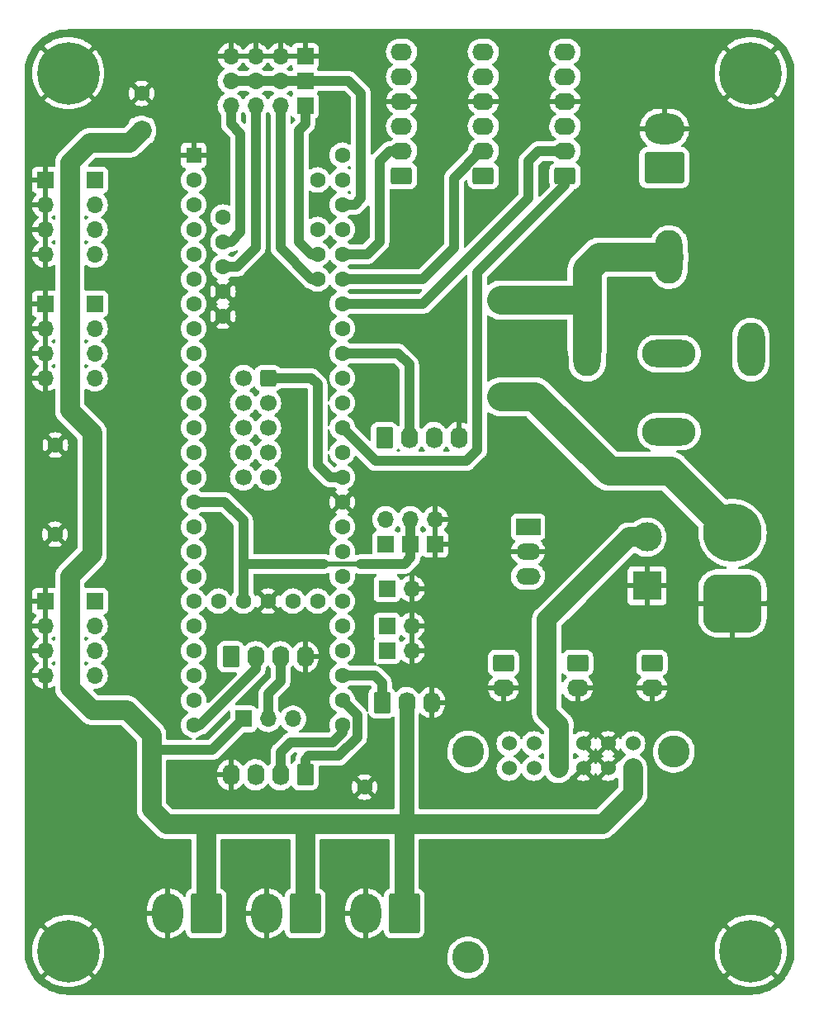
<source format=gbr>
%TF.GenerationSoftware,KiCad,Pcbnew,(6.0.0)*%
%TF.CreationDate,2022-01-02T01:39:18+01:00*%
%TF.ProjectId,mainBoard004,6d61696e-426f-4617-9264-3030342e6b69,rev?*%
%TF.SameCoordinates,Original*%
%TF.FileFunction,Copper,L2,Bot*%
%TF.FilePolarity,Positive*%
%FSLAX46Y46*%
G04 Gerber Fmt 4.6, Leading zero omitted, Abs format (unit mm)*
G04 Created by KiCad (PCBNEW (6.0.0)) date 2022-01-02 01:39:18*
%MOMM*%
%LPD*%
G01*
G04 APERTURE LIST*
G04 Aperture macros list*
%AMRoundRect*
0 Rectangle with rounded corners*
0 $1 Rounding radius*
0 $2 $3 $4 $5 $6 $7 $8 $9 X,Y pos of 4 corners*
0 Add a 4 corners polygon primitive as box body*
4,1,4,$2,$3,$4,$5,$6,$7,$8,$9,$2,$3,0*
0 Add four circle primitives for the rounded corners*
1,1,$1+$1,$2,$3*
1,1,$1+$1,$4,$5*
1,1,$1+$1,$6,$7*
1,1,$1+$1,$8,$9*
0 Add four rect primitives between the rounded corners*
20,1,$1+$1,$2,$3,$4,$5,0*
20,1,$1+$1,$4,$5,$6,$7,0*
20,1,$1+$1,$6,$7,$8,$9,0*
20,1,$1+$1,$8,$9,$2,$3,0*%
G04 Aperture macros list end*
%TA.AperFunction,ComponentPad*%
%ADD10RoundRect,1.400000X0.000000X1.350000X0.000000X-1.350000X0.000000X-1.350000X0.000000X1.350000X0*%
%TD*%
%TA.AperFunction,ComponentPad*%
%ADD11RoundRect,1.400000X-1.350000X0.000000X-1.350000X0.000000X1.350000X0.000000X1.350000X0.000000X0*%
%TD*%
%TA.AperFunction,ComponentPad*%
%ADD12RoundRect,0.250000X1.330000X1.800000X-1.330000X1.800000X-1.330000X-1.800000X1.330000X-1.800000X0*%
%TD*%
%TA.AperFunction,ComponentPad*%
%ADD13O,3.160000X4.100000*%
%TD*%
%TA.AperFunction,ComponentPad*%
%ADD14RoundRect,0.250000X0.620000X0.845000X-0.620000X0.845000X-0.620000X-0.845000X0.620000X-0.845000X0*%
%TD*%
%TA.AperFunction,ComponentPad*%
%ADD15O,1.740000X2.190000*%
%TD*%
%TA.AperFunction,ComponentPad*%
%ADD16O,1.700000X1.700000*%
%TD*%
%TA.AperFunction,ComponentPad*%
%ADD17R,1.700000X1.700000*%
%TD*%
%TA.AperFunction,ComponentPad*%
%ADD18R,1.600000X1.600000*%
%TD*%
%TA.AperFunction,ComponentPad*%
%ADD19C,1.600000*%
%TD*%
%TA.AperFunction,ComponentPad*%
%ADD20C,0.800000*%
%TD*%
%TA.AperFunction,ComponentPad*%
%ADD21C,6.400000*%
%TD*%
%TA.AperFunction,ComponentPad*%
%ADD22RoundRect,0.250000X0.845000X-0.620000X0.845000X0.620000X-0.845000X0.620000X-0.845000X-0.620000X0*%
%TD*%
%TA.AperFunction,ComponentPad*%
%ADD23O,2.190000X1.740000*%
%TD*%
%TA.AperFunction,ComponentPad*%
%ADD24RoundRect,0.250000X0.600000X0.600000X-0.600000X0.600000X-0.600000X-0.600000X0.600000X-0.600000X0*%
%TD*%
%TA.AperFunction,ComponentPad*%
%ADD25C,1.700000*%
%TD*%
%TA.AperFunction,ComponentPad*%
%ADD26RoundRect,0.250000X-0.620000X-0.845000X0.620000X-0.845000X0.620000X0.845000X-0.620000X0.845000X0*%
%TD*%
%TA.AperFunction,ComponentPad*%
%ADD27R,2.500000X1.700000*%
%TD*%
%TA.AperFunction,ComponentPad*%
%ADD28O,2.500000X1.700000*%
%TD*%
%TA.AperFunction,ComponentPad*%
%ADD29R,3.000000X3.000000*%
%TD*%
%TA.AperFunction,ComponentPad*%
%ADD30C,3.000000*%
%TD*%
%TA.AperFunction,ComponentPad*%
%ADD31RoundRect,0.250000X-0.845000X0.620000X-0.845000X-0.620000X0.845000X-0.620000X0.845000X0.620000X0*%
%TD*%
%TA.AperFunction,ComponentPad*%
%ADD32C,6.000000*%
%TD*%
%TA.AperFunction,ComponentPad*%
%ADD33RoundRect,1.500000X1.500000X-1.500000X1.500000X1.500000X-1.500000X1.500000X-1.500000X-1.500000X0*%
%TD*%
%TA.AperFunction,ComponentPad*%
%ADD34C,2.780000*%
%TD*%
%TA.AperFunction,ComponentPad*%
%ADD35C,1.530000*%
%TD*%
%TA.AperFunction,ComponentPad*%
%ADD36C,3.270000*%
%TD*%
%TA.AperFunction,ComponentPad*%
%ADD37RoundRect,0.250000X1.800000X-1.330000X1.800000X1.330000X-1.800000X1.330000X-1.800000X-1.330000X0*%
%TD*%
%TA.AperFunction,ComponentPad*%
%ADD38O,4.100000X3.160000*%
%TD*%
%TA.AperFunction,ViaPad*%
%ADD39C,0.800000*%
%TD*%
%TA.AperFunction,Conductor*%
%ADD40C,1.000000*%
%TD*%
%TA.AperFunction,Conductor*%
%ADD41C,3.000000*%
%TD*%
%TA.AperFunction,Conductor*%
%ADD42C,2.000000*%
%TD*%
%TA.AperFunction,Conductor*%
%ADD43C,0.500000*%
%TD*%
%TA.AperFunction,Conductor*%
%ADD44C,1.500000*%
%TD*%
G04 APERTURE END LIST*
D10*
%TO.P,K1,30,30*%
%TO.N,Net-(D4-Pad1)*%
X151620000Y-68859000D03*
%TO.P,K1,85,85*%
X143220000Y-78359000D03*
%TO.P,K1,86,86*%
%TO.N,Net-(D4-Pad2)*%
X160020000Y-78359000D03*
D11*
%TO.P,K1,87,87*%
%TO.N,+24V*%
X151620000Y-86759000D03*
%TO.P,K1,87a,87a*%
%TO.N,unconnected-(K1-Pad87a)*%
X151620000Y-78759000D03*
%TD*%
D12*
%TO.P,J26,1,Pin_1*%
%TO.N,+5VP*%
X124460000Y-136144000D03*
D13*
%TO.P,J26,2,Pin_2*%
%TO.N,GND*%
X120500000Y-136144000D03*
%TD*%
D12*
%TO.P,J27,1,Pin_1*%
%TO.N,+5VP*%
X114300000Y-136144000D03*
D13*
%TO.P,J27,2,Pin_2*%
%TO.N,GND*%
X110340000Y-136144000D03*
%TD*%
D14*
%TO.P,J25,1,Pin_1*%
%TO.N,RX6*%
X114300000Y-121940000D03*
D15*
%TO.P,J25,2,Pin_2*%
%TO.N,TX6*%
X111760000Y-121940000D03*
%TO.P,J25,3,Pin_3*%
%TO.N,+5V*%
X109220000Y-121940000D03*
%TO.P,J25,4,Pin_4*%
%TO.N,GND*%
X106680000Y-121940000D03*
%TD*%
D16*
%TO.P,J8,2,Pin_2*%
%TO.N,GND*%
X125222000Y-102870000D03*
D17*
%TO.P,J8,1,Pin_1*%
%TO.N,Robot*%
X122682000Y-102870000D03*
%TD*%
D18*
%TO.P,C6,1*%
%TO.N,+5VP*%
X92456000Y-97282000D03*
D19*
%TO.P,C6,2*%
%TO.N,GND*%
X88656000Y-97282000D03*
%TD*%
D18*
%TO.P,C4,1*%
%TO.N,+5VP*%
X92480651Y-88138000D03*
D19*
%TO.P,C4,2*%
%TO.N,GND*%
X88680651Y-88138000D03*
%TD*%
D18*
%TO.P,C3,1*%
%TO.N,+5VP*%
X120396000Y-127000000D03*
D19*
%TO.P,C3,2*%
%TO.N,GND*%
X120396000Y-123200000D03*
%TD*%
D20*
%TO.P,H4,1,1*%
%TO.N,GND*%
X87600000Y-140000000D03*
X90000000Y-142400000D03*
X91697056Y-141697056D03*
D21*
X90000000Y-140000000D03*
D20*
X90000000Y-137600000D03*
X88302944Y-138302944D03*
X88302944Y-141697056D03*
X91697056Y-138302944D03*
X92400000Y-140000000D03*
%TD*%
D18*
%TO.P,C5,1*%
%TO.N,+5VP*%
X97536000Y-55880000D03*
D19*
%TO.P,C5,2*%
%TO.N,GND*%
X97536000Y-52080000D03*
%TD*%
D20*
%TO.P,H3,1,1*%
%TO.N,GND*%
X160000000Y-137600000D03*
X158302944Y-141697056D03*
X160000000Y-142400000D03*
X157600000Y-140000000D03*
X161697056Y-141697056D03*
X158302944Y-138302944D03*
D21*
X160000000Y-140000000D03*
D20*
X162400000Y-140000000D03*
X161697056Y-138302944D03*
%TD*%
%TO.P,H2,1,1*%
%TO.N,GND*%
X157600000Y-50000000D03*
D21*
X160000000Y-50000000D03*
D20*
X162400000Y-50000000D03*
X158302944Y-51697056D03*
X161697056Y-48302944D03*
X160000000Y-47600000D03*
X161697056Y-51697056D03*
X160000000Y-52400000D03*
X158302944Y-48302944D03*
%TD*%
D18*
%TO.P,U1,1,GND*%
%TO.N,GND*%
X102870000Y-58420000D03*
D19*
%TO.P,U1,2,0_RX1_MOSI1_Touch*%
%TO.N,Net-(R9-Pad1)*%
X102870000Y-60960000D03*
%TO.P,U1,3,1_TX1_MISO1_Touch*%
%TO.N,Net-(R10-Pad1)*%
X102870000Y-63500000D03*
%TO.P,U1,4,2_PWM*%
%TO.N,Net-(R11-Pad1)*%
X102870000Y-66040000D03*
%TO.P,U1,5,3_PWM_CAN0TX_SCL2*%
%TO.N,Net-(R12-Pad1)*%
X102870000Y-68580000D03*
%TO.P,U1,6,4_PWM_CAN0RX_SDA2*%
%TO.N,Net-(R13-Pad1)*%
X102870000Y-71120000D03*
%TO.P,U1,7,5_PWM_TX1_MISO1*%
%TO.N,Net-(R14-Pad1)*%
X102870000Y-73660000D03*
%TO.P,U1,8,6_PWM*%
%TO.N,Net-(R15-Pad1)*%
X102870000Y-76200000D03*
%TO.P,U1,9,7_RX3_MOSI0_SCL0*%
%TO.N,Net-(R16-Pad1)*%
X102870000Y-78740000D03*
%TO.P,U1,10,8_TX3_MISO0_SDA0*%
%TO.N,RESET*%
X102870000Y-81280000D03*
%TO.P,U1,11,9_PWM_RX2_CS0*%
%TO.N,DC*%
X102870000Y-83820000D03*
%TO.P,U1,12,10_PWM_TX2_CS0*%
%TO.N,CS*%
X102870000Y-86360000D03*
%TO.P,U1,13,11_MOSI0*%
%TO.N,MOSI*%
X102870000Y-88900000D03*
%TO.P,U1,14,12_MISO0*%
%TO.N,MISO*%
X102870000Y-91440000D03*
%TO.P,U1,15,3.3V*%
%TO.N,+3V3*%
X102870000Y-93980000D03*
%TO.P,U1,16,24*%
%TO.N,IHM_OUT*%
X102870000Y-96520000D03*
%TO.P,U1,17,25*%
%TO.N,Net-(R5-Pad1)*%
X102870000Y-99060000D03*
%TO.P,U1,18,26_TX1_SCL2*%
%TO.N,TX1*%
X102870000Y-101600000D03*
%TO.P,U1,19,27_RX1_SCK0*%
%TO.N,RX1*%
X102870000Y-104140000D03*
%TO.P,U1,20,28_MOSI0*%
%TO.N,Net-(R6-Pad1)*%
X102870000Y-106680000D03*
%TO.P,U1,21,29_PWM_CAN0TX_Touch*%
%TO.N,Net-(R7-Pad1)*%
X102870000Y-109220000D03*
%TO.P,U1,22,30_PWM_CAN0RX_Touch*%
%TO.N,Net-(R8-Pad1)*%
X102870000Y-111760000D03*
%TO.P,U1,23,31_A12_RX4_CS1*%
%TO.N,RX4*%
X102870000Y-114300000D03*
%TO.P,U1,24,32_A13_TX4_SCK1*%
%TO.N,TX4*%
X102870000Y-116840000D03*
%TO.P,U1,25,VBat*%
%TO.N,unconnected-(U1-Pad25)*%
X105410000Y-104140000D03*
%TO.P,U1,26,3.3V*%
%TO.N,+3V3*%
X107950000Y-104140000D03*
%TO.P,U1,27,GND*%
%TO.N,GND*%
X110490000Y-104140000D03*
%TO.P,U1,28,Program*%
%TO.N,unconnected-(U1-Pad28)*%
X113030000Y-104140000D03*
%TO.P,U1,29,Reset*%
%TO.N,unconnected-(U1-Pad29)*%
X115570000Y-104140000D03*
%TO.P,U1,30,33_A14_TX5_CAN1TX_SCL0*%
%TO.N,TX6*%
X118110000Y-116840000D03*
%TO.P,U1,31,34_A15_RX5_CAN1RX_SDA0*%
%TO.N,RX6*%
X118110000Y-114300000D03*
%TO.P,U1,32,35_A16_PWM*%
%TO.N,NEO_PIXEL*%
X118110000Y-111760000D03*
%TO.P,U1,33,36_A17_PWM*%
%TO.N,Init*%
X118110000Y-109220000D03*
%TO.P,U1,34,37_A18_PWM_SCL1*%
%TO.N,Tirette*%
X118110000Y-106680000D03*
%TO.P,U1,35,38_A19_PWM_SDA1*%
%TO.N,IHM_LOAD*%
X118110000Y-104140000D03*
%TO.P,U1,36,39_A20*%
%TO.N,IHM_CLK*%
X118110000Y-101600000D03*
%TO.P,U1,37,A21_DAC0*%
%TO.N,A21*%
X118110000Y-99060000D03*
%TO.P,U1,38,A22_DAC1*%
%TO.N,A22*%
X118110000Y-96520000D03*
%TO.P,U1,39,GND*%
%TO.N,GND*%
X118110000Y-93980000D03*
%TO.P,U1,40,13_SCK0_LED*%
%TO.N,SCK*%
X118110000Y-91440000D03*
%TO.P,U1,41,14_A0_PWM_SCK0*%
%TO.N,Robot*%
X118110000Y-88900000D03*
%TO.P,U1,42,15_A1_CS0_Touch*%
%TO.N,DIR_3*%
X118110000Y-86360000D03*
%TO.P,U1,43,16_A2_SCL0_Touch*%
%TO.N,DIR_2*%
X118110000Y-83820000D03*
%TO.P,U1,44,17_A3_SDA0_Touch*%
%TO.N,DIR_1*%
X118110000Y-81280000D03*
%TO.P,U1,45,18_A4_SDA0_Touch*%
%TO.N,SDA*%
X118110000Y-78740000D03*
%TO.P,U1,46,19_A5_SCL0_Touch*%
%TO.N,SCL*%
X118110000Y-76200000D03*
%TO.P,U1,47,20_A6_PWM_CS0_SCK1*%
%TO.N,STEP_3*%
X118110000Y-73660000D03*
%TO.P,U1,48,21_A7_PWM_CS0_MOSI1*%
%TO.N,STEP_2*%
X118110000Y-71120000D03*
%TO.P,U1,49,22_A8_PWM_Touch*%
%TO.N,STEP_1*%
X118110000Y-68580000D03*
%TO.P,U1,50,23_A9_PWM_Touch*%
%TO.N,EN*%
X118110000Y-66040000D03*
%TO.P,U1,51,3.3V*%
%TO.N,+3V3*%
X118110000Y-63500000D03*
%TO.P,U1,52,AGND*%
%TO.N,unconnected-(U1-Pad52)*%
X118110000Y-60960000D03*
%TO.P,U1,53,Vin*%
%TO.N,+5V*%
X118110000Y-58420000D03*
%TO.P,U1,54,VUSB*%
%TO.N,unconnected-(U1-Pad54)*%
X115570000Y-60960000D03*
%TO.P,U1,55,AREF*%
%TO.N,unconnected-(U1-Pad55)*%
X115570000Y-66040000D03*
%TO.P,U1,56,A10*%
%TO.N,A10*%
X115570000Y-68580000D03*
%TO.P,U1,57,A11*%
%TO.N,A11*%
X115570000Y-71120000D03*
%TO.P,U1,58,not_used*%
%TO.N,unconnected-(U1-Pad58)*%
X105870000Y-64770000D03*
%TO.P,U1,59,A26_D-*%
%TO.N,A26*%
X105870000Y-67310000D03*
%TO.P,U1,60,A25_D+*%
%TO.N,A25*%
X105870000Y-69850000D03*
%TO.P,U1,61,GND*%
%TO.N,GND*%
X105870000Y-72390000D03*
%TO.P,U1,62,GND*%
X105870000Y-74930000D03*
%TD*%
D20*
%TO.P,H1,1,1*%
%TO.N,GND*%
X87600000Y-50000000D03*
X90000000Y-47600000D03*
X91697056Y-48302944D03*
X88302944Y-48302944D03*
X91697056Y-51697056D03*
D21*
X90000000Y-50000000D03*
D20*
X88302944Y-51697056D03*
X92400000Y-50000000D03*
X90000000Y-52400000D03*
%TD*%
D22*
%TO.P,J5,1,Pin_1*%
%TO.N,DIR_1*%
X132570000Y-60540000D03*
D23*
%TO.P,J5,2,Pin_2*%
%TO.N,STEP_2*%
X132570000Y-58000000D03*
%TO.P,J5,3,Pin_3*%
%TO.N,EN*%
X132570000Y-55460000D03*
%TO.P,J5,4,Pin_4*%
%TO.N,GND*%
X132570000Y-52920000D03*
%TO.P,J5,5,Pin_5*%
%TO.N,+5V*%
X132570000Y-50380000D03*
%TO.P,J5,6,Pin_6*%
%TO.N,+24V*%
X132570000Y-47840000D03*
%TD*%
D17*
%TO.P,J2,1,Pin_1*%
%TO.N,+3V3*%
X125095000Y-98298000D03*
D16*
%TO.P,J2,2,Pin_2*%
X125095000Y-95758000D03*
%TD*%
D17*
%TO.P,J18,1,Pin_1*%
%TO.N,GND*%
X87630000Y-104140000D03*
D16*
%TO.P,J18,2,Pin_2*%
X87630000Y-106680000D03*
%TO.P,J18,3,Pin_3*%
X87630000Y-109220000D03*
%TO.P,J18,4,Pin_4*%
X87630000Y-111760000D03*
%TD*%
D24*
%TO.P,J24,1,Pin_1*%
%TO.N,SCK*%
X110490000Y-81280000D03*
D25*
%TO.P,J24,2,Pin_2*%
%TO.N,RESET*%
X107950000Y-81280000D03*
%TO.P,J24,3,Pin_3*%
%TO.N,IHM_CLK*%
X110490000Y-83820000D03*
%TO.P,J24,4,Pin_4*%
%TO.N,DC*%
X107950000Y-83820000D03*
%TO.P,J24,5,Pin_5*%
%TO.N,IHM_LOAD*%
X110490000Y-86360000D03*
%TO.P,J24,6,Pin_6*%
%TO.N,CS*%
X107950000Y-86360000D03*
%TO.P,J24,7,Pin_7*%
%TO.N,RX1*%
X110490000Y-88900000D03*
%TO.P,J24,8,Pin_8*%
%TO.N,MOSI*%
X107950000Y-88900000D03*
%TO.P,J24,9,Pin_9*%
%TO.N,TX1*%
X110490000Y-91440000D03*
%TO.P,J24,10,Pin_10*%
%TO.N,IHM_OUT*%
X107950000Y-91440000D03*
%TD*%
D17*
%TO.P,J32,1,Pin_1*%
%TO.N,Tirette*%
X122682000Y-106680000D03*
D16*
%TO.P,J32,2,Pin_2*%
%TO.N,GND*%
X125222000Y-106680000D03*
%TD*%
D26*
%TO.P,J30,1,Pin_1*%
%TO.N,NEO_PIXEL*%
X122174000Y-114534000D03*
D15*
%TO.P,J30,2,Pin_2*%
%TO.N,+5VP*%
X124714000Y-114534000D03*
%TO.P,J30,3,Pin_3*%
%TO.N,GND*%
X127254000Y-114534000D03*
%TD*%
D26*
%TO.P,J22,1,Pin_1*%
%TO.N,SCL*%
X122428000Y-87356000D03*
D15*
%TO.P,J22,2,Pin_2*%
%TO.N,SDA*%
X124968000Y-87356000D03*
%TO.P,J22,3,Pin_3*%
%TO.N,+5V*%
X127508000Y-87356000D03*
%TO.P,J22,4,Pin_4*%
%TO.N,GND*%
X130048000Y-87356000D03*
%TD*%
D27*
%TO.P,U4,1,IN*%
%TO.N,+24V*%
X137160000Y-96520000D03*
D28*
%TO.P,U4,2,GND*%
%TO.N,GND*%
X137160000Y-99060000D03*
%TO.P,U4,3,OUT*%
%TO.N,+5V*%
X137160000Y-101600000D03*
%TD*%
D26*
%TO.P,J12,1,Pin_1*%
%TO.N,RX4*%
X106680000Y-109835000D03*
D15*
%TO.P,J12,2,Pin_2*%
%TO.N,TX4*%
X109220000Y-109835000D03*
%TO.P,J12,3,Pin_3*%
%TO.N,Net-(J12-Pad3)*%
X111760000Y-109835000D03*
%TO.P,J12,4,Pin_4*%
%TO.N,GND*%
X114300000Y-109835000D03*
%TD*%
D17*
%TO.P,J36,1,Pin_1*%
%TO.N,A21*%
X122555000Y-98298000D03*
D16*
%TO.P,J36,2,Pin_2*%
%TO.N,A22*%
X122555000Y-95758000D03*
%TD*%
D17*
%TO.P,J34,1,Pin_1*%
%TO.N,GND*%
X114300000Y-48260000D03*
D16*
%TO.P,J34,2,Pin_2*%
X111760000Y-48260000D03*
%TO.P,J34,3,Pin_3*%
X109220000Y-48260000D03*
%TO.P,J34,4,Pin_4*%
X106680000Y-48260000D03*
%TD*%
D17*
%TO.P,J9,1,Pin_1*%
%TO.N,Net-(J9-Pad1)*%
X92710000Y-104140000D03*
D16*
%TO.P,J9,2,Pin_2*%
%TO.N,Net-(J9-Pad2)*%
X92710000Y-106680000D03*
%TO.P,J9,3,Pin_3*%
%TO.N,Net-(J9-Pad3)*%
X92710000Y-109220000D03*
%TO.P,J9,4,Pin_4*%
%TO.N,Net-(J9-Pad4)*%
X92710000Y-111760000D03*
%TD*%
D29*
%TO.P,J7,1,Pin_1*%
%TO.N,GND*%
X149352000Y-102576000D03*
D30*
%TO.P,J7,2,Pin_2*%
%TO.N,+24V*%
X149352000Y-97576000D03*
%TD*%
D17*
%TO.P,J15,1,Pin_1*%
%TO.N,+5VP*%
X90170000Y-73660000D03*
D16*
%TO.P,J15,2,Pin_2*%
X90170000Y-76200000D03*
%TO.P,J15,3,Pin_3*%
X90170000Y-78740000D03*
%TO.P,J15,4,Pin_4*%
X90170000Y-81280000D03*
%TD*%
D12*
%TO.P,J20,1,Pin_1*%
%TO.N,+5VP*%
X104140000Y-136144000D03*
D13*
%TO.P,J20,2,Pin_2*%
%TO.N,GND*%
X100180000Y-136144000D03*
%TD*%
D17*
%TO.P,J33,1,Pin_1*%
%TO.N,+3V3*%
X114300000Y-50800000D03*
D16*
%TO.P,J33,2,Pin_2*%
X111760000Y-50800000D03*
%TO.P,J33,3,Pin_3*%
X109220000Y-50800000D03*
%TO.P,J33,4,Pin_4*%
X106680000Y-50800000D03*
%TD*%
D17*
%TO.P,J16,1,Pin_1*%
%TO.N,+5VP*%
X107965000Y-116205000D03*
D16*
%TO.P,J16,2,Pin_2*%
%TO.N,Net-(J12-Pad3)*%
X110505000Y-116205000D03*
%TO.P,J16,3,Pin_3*%
%TO.N,+5V*%
X113045000Y-116205000D03*
%TD*%
D31*
%TO.P,J29,1,Pin_1*%
%TO.N,+5V*%
X134640000Y-110490000D03*
D23*
%TO.P,J29,2,Pin_2*%
%TO.N,GND*%
X134640000Y-113030000D03*
%TD*%
D32*
%TO.P,J1,2,Pin_2*%
%TO.N,+BATT*%
X158115000Y-97155000D03*
D33*
%TO.P,J1,1,Pin_1*%
%TO.N,GND*%
X158115000Y-104355000D03*
%TD*%
D31*
%TO.P,J28,1,Pin_1*%
%TO.N,+5V*%
X149860000Y-110490000D03*
D23*
%TO.P,J28,2,Pin_2*%
%TO.N,GND*%
X149860000Y-113030000D03*
%TD*%
D17*
%TO.P,J10,1,Pin_1*%
%TO.N,Net-(J10-Pad1)*%
X92710000Y-60970000D03*
D16*
%TO.P,J10,2,Pin_2*%
%TO.N,Net-(J10-Pad2)*%
X92710000Y-63510000D03*
%TO.P,J10,3,Pin_3*%
%TO.N,Net-(J10-Pad3)*%
X92710000Y-66050000D03*
%TO.P,J10,4,Pin_4*%
%TO.N,Net-(J10-Pad4)*%
X92710000Y-68590000D03*
%TD*%
%TO.P,J19,4,Pin_4*%
%TO.N,GND*%
X87630000Y-81280000D03*
%TO.P,J19,3,Pin_3*%
X87630000Y-78740000D03*
%TO.P,J19,2,Pin_2*%
X87630000Y-76200000D03*
D17*
%TO.P,J19,1,Pin_1*%
X87630000Y-73660000D03*
%TD*%
D22*
%TO.P,J3,1,Pin_1*%
%TO.N,DIR_2*%
X124190000Y-60540000D03*
D23*
%TO.P,J3,2,Pin_2*%
%TO.N,STEP_1*%
X124190000Y-58000000D03*
%TO.P,J3,3,Pin_3*%
%TO.N,EN*%
X124190000Y-55460000D03*
%TO.P,J3,4,Pin_4*%
%TO.N,GND*%
X124190000Y-52920000D03*
%TO.P,J3,5,Pin_5*%
%TO.N,+5V*%
X124190000Y-50380000D03*
%TO.P,J3,6,Pin_6*%
%TO.N,+24V*%
X124190000Y-47840000D03*
%TD*%
D34*
%TO.P,F2,1*%
%TO.N,+BATT*%
X134444000Y-83192000D03*
X137844000Y-83192000D03*
%TO.P,F2,2*%
%TO.N,Net-(D4-Pad1)*%
X134444000Y-73272000D03*
X137844000Y-73272000D03*
%TD*%
D35*
%TO.P,PS1,1,VOUT_1*%
%TO.N,+5VP*%
X147905000Y-118745000D03*
%TO.P,PS1,2,VOUT_2*%
X147905000Y-121285000D03*
%TO.P,PS1,3,GND_1*%
%TO.N,GND*%
X145365000Y-118745000D03*
%TO.P,PS1,4,GND_2*%
X145365000Y-121285000D03*
%TO.P,PS1,5,GND_3*%
X142825000Y-118745000D03*
%TO.P,PS1,6,GND_4*%
X142825000Y-121285000D03*
%TO.P,PS1,7,VIN_1*%
%TO.N,+24V*%
X140285000Y-118745000D03*
%TO.P,PS1,8,VIN_2*%
X140285000Y-121285000D03*
%TO.P,PS1,9,VRP_1*%
%TO.N,unconnected-(PS1-Pad9)*%
X137745000Y-118745000D03*
%TO.P,PS1,10,VRP_2*%
%TO.N,unconnected-(PS1-Pad10)*%
X137745000Y-121285000D03*
%TO.P,PS1,11,EN*%
%TO.N,En5VP*%
X135205000Y-118745000D03*
%TO.P,PS1,12,PG*%
%TO.N,unconnected-(PS1-Pad12)*%
X135205000Y-121285000D03*
D36*
%TO.P,PS1,MH1,MH1*%
%TO.N,unconnected-(PS1-PadMH1)*%
X152105000Y-119575000D03*
%TO.P,PS1,MH2,MH2*%
%TO.N,unconnected-(PS1-PadMH2)*%
X131005000Y-119575000D03*
%TO.P,PS1,MH3,MH3*%
%TO.N,unconnected-(PS1-PadMH3)*%
X131005000Y-140675000D03*
%TD*%
D22*
%TO.P,J6,1,Pin_1*%
%TO.N,DIR_3*%
X140950000Y-60540000D03*
D23*
%TO.P,J6,2,Pin_2*%
%TO.N,STEP_3*%
X140950000Y-58000000D03*
%TO.P,J6,3,Pin_3*%
%TO.N,EN*%
X140950000Y-55460000D03*
%TO.P,J6,4,Pin_4*%
%TO.N,GND*%
X140950000Y-52920000D03*
%TO.P,J6,5,Pin_5*%
%TO.N,+5V*%
X140950000Y-50380000D03*
%TO.P,J6,6,Pin_6*%
%TO.N,+24V*%
X140950000Y-47840000D03*
%TD*%
D31*
%TO.P,J23,1,Pin_1*%
%TO.N,+5V*%
X142240000Y-110490000D03*
D23*
%TO.P,J23,2,Pin_2*%
%TO.N,GND*%
X142240000Y-113030000D03*
%TD*%
D17*
%TO.P,J4,1,Pin_1*%
%TO.N,Init*%
X122682000Y-109220000D03*
D16*
%TO.P,J4,2,Pin_2*%
%TO.N,GND*%
X125222000Y-109220000D03*
%TD*%
D37*
%TO.P,J21,1,Pin_1*%
%TO.N,Net-(D4-Pad2)*%
X151130000Y-59690000D03*
D38*
%TO.P,J21,2,Pin_2*%
%TO.N,GND*%
X151130000Y-55730000D03*
%TD*%
D17*
%TO.P,J11,1,Pin_1*%
%TO.N,Net-(J11-Pad1)*%
X92710000Y-73660000D03*
D16*
%TO.P,J11,2,Pin_2*%
%TO.N,Net-(J11-Pad2)*%
X92710000Y-76200000D03*
%TO.P,J11,3,Pin_3*%
%TO.N,Net-(J11-Pad3)*%
X92710000Y-78740000D03*
%TO.P,J11,4,Pin_4*%
%TO.N,Net-(J11-Pad4)*%
X92710000Y-81280000D03*
%TD*%
D17*
%TO.P,J13,1,Pin_1*%
%TO.N,+5VP*%
X90170000Y-60970000D03*
D16*
%TO.P,J13,2,Pin_2*%
X90170000Y-63510000D03*
%TO.P,J13,3,Pin_3*%
X90170000Y-66050000D03*
%TO.P,J13,4,Pin_4*%
X90170000Y-68590000D03*
%TD*%
D17*
%TO.P,J35,1,Pin_1*%
%TO.N,A10*%
X114300000Y-53340000D03*
D16*
%TO.P,J35,2,Pin_2*%
%TO.N,A11*%
X111760000Y-53340000D03*
%TO.P,J35,3,Pin_3*%
%TO.N,A25*%
X109220000Y-53340000D03*
%TO.P,J35,4,Pin_4*%
%TO.N,A26*%
X106680000Y-53340000D03*
%TD*%
D17*
%TO.P,J17,1,Pin_1*%
%TO.N,GND*%
X87630000Y-60970000D03*
D16*
%TO.P,J17,2,Pin_2*%
X87630000Y-63510000D03*
%TO.P,J17,3,Pin_3*%
X87630000Y-66050000D03*
%TO.P,J17,4,Pin_4*%
X87630000Y-68590000D03*
%TD*%
D17*
%TO.P,J31,1,Pin_1*%
%TO.N,GND*%
X127635000Y-98298000D03*
D16*
%TO.P,J31,2,Pin_2*%
X127635000Y-95758000D03*
%TD*%
D17*
%TO.P,J14,1,Pin_1*%
%TO.N,+5VP*%
X90170000Y-104140000D03*
D16*
%TO.P,J14,2,Pin_2*%
X90170000Y-106680000D03*
%TO.P,J14,3,Pin_3*%
X90170000Y-109220000D03*
%TO.P,J14,4,Pin_4*%
X90170000Y-111760000D03*
%TD*%
D39*
%TO.N,GND*%
X152400000Y-105410000D03*
X153670000Y-107950000D03*
X152400000Y-107950000D03*
X151130000Y-107950000D03*
X153670000Y-106680000D03*
X152400000Y-106680000D03*
X151130000Y-106680000D03*
X115570000Y-114300000D03*
X105410000Y-91440000D03*
X111760000Y-97790000D03*
X111760000Y-106680000D03*
X110490000Y-106680000D03*
X109220000Y-106680000D03*
X97155000Y-137795000D03*
X95885000Y-137795000D03*
X94615000Y-137795000D03*
X94615000Y-136525000D03*
X95885000Y-136525000D03*
X97155000Y-136525000D03*
X97155000Y-135255000D03*
X95885000Y-135255000D03*
X94615000Y-135255000D03*
X133350000Y-136525000D03*
X132080000Y-136525000D03*
X130810000Y-136525000D03*
X130810000Y-135255000D03*
X132080000Y-135255000D03*
X133350000Y-135255000D03*
X133350000Y-133985000D03*
X132080000Y-133985000D03*
X130810000Y-133985000D03*
X110490000Y-73025000D03*
X111760000Y-71755000D03*
X109220000Y-71755000D03*
X110490000Y-71755000D03*
X110490000Y-70485000D03*
X137160000Y-79375000D03*
X135255000Y-79375000D03*
X137160000Y-77470000D03*
X135255000Y-77470000D03*
X99060000Y-49530000D03*
X101600000Y-49530000D03*
X100330000Y-49530000D03*
X100330000Y-48260000D03*
X101600000Y-48260000D03*
X99060000Y-48260000D03*
X99060000Y-46990000D03*
X101600000Y-46990000D03*
X100330000Y-46990000D03*
X96520000Y-92710000D03*
X97790000Y-92710000D03*
X99060000Y-92710000D03*
X99060000Y-91440000D03*
X96520000Y-91440000D03*
X97790000Y-91440000D03*
X99060000Y-90170000D03*
X99060000Y-90170000D03*
X97790000Y-90170000D03*
X96520000Y-90170000D03*
X104140000Y-124460000D03*
X102870000Y-124460000D03*
X101600000Y-124460000D03*
X101600000Y-123190000D03*
X102870000Y-123190000D03*
X104140000Y-123190000D03*
X104140000Y-121920000D03*
X102870000Y-121920000D03*
X101600000Y-121920000D03*
X160020000Y-86360000D03*
X158750000Y-86360000D03*
X157480000Y-86360000D03*
X157480000Y-85090000D03*
X158750000Y-85090000D03*
X160020000Y-85090000D03*
X160020000Y-83820000D03*
X158750000Y-83820000D03*
X157480000Y-83820000D03*
X152400000Y-50800000D03*
X151130000Y-50800000D03*
X149860000Y-50800000D03*
X149860000Y-49530000D03*
X151130000Y-49530000D03*
X152400000Y-49530000D03*
X152400000Y-48260000D03*
X151130000Y-48260000D03*
X149860000Y-48260000D03*
X161290000Y-129540000D03*
X160020000Y-129540000D03*
X158750000Y-129540000D03*
X158750000Y-128270000D03*
X160020000Y-128270000D03*
X161290000Y-128270000D03*
X161290000Y-127000000D03*
X160020000Y-127000000D03*
X158750000Y-127000000D03*
X159385000Y-111125000D03*
X159385000Y-113665000D03*
X129540000Y-105918000D03*
X158115000Y-111125000D03*
X130810000Y-105918000D03*
X156845000Y-113665000D03*
X158115000Y-113665000D03*
X134112000Y-90170000D03*
X156845000Y-112395000D03*
X135382000Y-90170000D03*
X130810000Y-104648000D03*
X129540000Y-107188000D03*
X137922000Y-90170000D03*
X158115000Y-112395000D03*
X129540000Y-104648000D03*
X156845000Y-111125000D03*
X130810000Y-107188000D03*
X136652000Y-90170000D03*
X159385000Y-112395000D03*
%TD*%
D40*
%TO.N,RX6*%
X119634000Y-115824000D02*
X118110000Y-114300000D01*
X119634000Y-118110000D02*
X119634000Y-115824000D01*
X117729000Y-120015000D02*
X119634000Y-118110000D01*
X114681000Y-120015000D02*
X117729000Y-120015000D01*
X114300000Y-120396000D02*
X114681000Y-120015000D01*
X114300000Y-121940000D02*
X114300000Y-120396000D01*
D41*
%TO.N,Net-(D4-Pad1)*%
X134395000Y-73265000D02*
X137795000Y-73265000D01*
%TO.N,+BATT*%
X145457000Y-90805000D02*
X137844000Y-83192000D01*
X151765000Y-90805000D02*
X145457000Y-90805000D01*
X158115000Y-97155000D02*
X151765000Y-90805000D01*
D42*
%TO.N,+5VP*%
X92456000Y-115316000D02*
X90170000Y-113030000D01*
X98552000Y-117856000D02*
X96012000Y-115316000D01*
X96012000Y-115316000D02*
X92456000Y-115316000D01*
X90170000Y-113030000D02*
X90170000Y-111760000D01*
D43*
%TO.N,+3V3*%
X116205000Y-100330000D02*
X120015000Y-100330000D01*
D42*
%TO.N,+5VP*%
X100076000Y-127000000D02*
X104648000Y-127000000D01*
X98552000Y-125476000D02*
X100076000Y-127000000D01*
X98552000Y-117856000D02*
X98552000Y-125476000D01*
D40*
X98806000Y-119380000D02*
X104790000Y-119380000D01*
X104790000Y-119380000D02*
X107965000Y-116205000D01*
X98552000Y-119126000D02*
X98806000Y-119380000D01*
X98552000Y-117856000D02*
X98552000Y-119126000D01*
D42*
X124460000Y-136144000D02*
X124460000Y-127254000D01*
X124460000Y-127254000D02*
X124714000Y-127000000D01*
X114300000Y-127508000D02*
X114808000Y-127000000D01*
X114300000Y-136144000D02*
X114300000Y-127508000D01*
X114808000Y-127000000D02*
X124714000Y-127000000D01*
X104648000Y-127000000D02*
X114808000Y-127000000D01*
X104140000Y-127508000D02*
X104648000Y-127000000D01*
X104140000Y-136144000D02*
X104140000Y-127508000D01*
X96266000Y-57150000D02*
X97536000Y-55880000D01*
X92202000Y-57150000D02*
X96266000Y-57150000D01*
X90170000Y-84582000D02*
X90170000Y-59182000D01*
X90170000Y-101600000D02*
X92456000Y-99314000D01*
X92456000Y-99314000D02*
X92456000Y-86868000D01*
X90170000Y-111760000D02*
X90170000Y-101600000D01*
X92456000Y-86868000D02*
X90170000Y-84582000D01*
X90170000Y-59182000D02*
X92202000Y-57150000D01*
D40*
%TO.N,Net-(J12-Pad3)*%
X110505000Y-113650000D02*
X110505000Y-116205000D01*
X111760000Y-112395000D02*
X110505000Y-113650000D01*
X111760000Y-109835000D02*
X111760000Y-112395000D01*
%TO.N,STEP_3*%
X138215000Y-58000000D02*
X140950000Y-58000000D01*
X126365000Y-73660000D02*
X137160000Y-62865000D01*
X137160000Y-62865000D02*
X137160000Y-59055000D01*
X118110000Y-73660000D02*
X126365000Y-73660000D01*
X137160000Y-59055000D02*
X138215000Y-58000000D01*
%TO.N,DIR_3*%
X118110000Y-86360000D02*
X121539000Y-89789000D01*
X131953000Y-70485000D02*
X140950000Y-61488000D01*
X140950000Y-61488000D02*
X140950000Y-60540000D01*
X121539000Y-89789000D02*
X130810000Y-89789000D01*
X130810000Y-89789000D02*
X131953000Y-88646000D01*
X131953000Y-88646000D02*
X131953000Y-70485000D01*
%TO.N,STEP_1*%
X120650000Y-68580000D02*
X118110000Y-68580000D01*
X121920000Y-67310000D02*
X120650000Y-68580000D01*
X124190000Y-58000000D02*
X122975000Y-58000000D01*
X121920000Y-59055000D02*
X121920000Y-67310000D01*
X122975000Y-58000000D02*
X121920000Y-59055000D01*
%TO.N,STEP_2*%
X129540000Y-60755104D02*
X132295104Y-58000000D01*
X118110000Y-71120000D02*
X126365000Y-71120000D01*
X132295104Y-58000000D02*
X132570000Y-58000000D01*
X126365000Y-71120000D02*
X129540000Y-67945000D01*
X129540000Y-67945000D02*
X129540000Y-60755104D01*
%TO.N,SCK*%
X110495000Y-81285000D02*
X110490000Y-81280000D01*
X116840000Y-91440000D02*
X115570000Y-90170000D01*
X114935000Y-81280000D02*
X114930000Y-81285000D01*
X115570000Y-81915000D02*
X114935000Y-81280000D01*
X114930000Y-81285000D02*
X110495000Y-81285000D01*
X118110000Y-91440000D02*
X116840000Y-91440000D01*
X115570000Y-90170000D02*
X115570000Y-81915000D01*
%TO.N,+3V3*%
X120015000Y-52070000D02*
X118745000Y-50800000D01*
X114300000Y-50800000D02*
X111760000Y-50800000D01*
X125095000Y-99695000D02*
X125095000Y-98298000D01*
X120015000Y-62865000D02*
X120015000Y-52070000D01*
X107950000Y-100330000D02*
X116205000Y-100330000D01*
X118745000Y-50800000D02*
X114300000Y-50800000D01*
X107950000Y-100330000D02*
X107950000Y-104140000D01*
X119380000Y-63500000D02*
X120015000Y-62865000D01*
X124460000Y-100330000D02*
X125095000Y-99695000D01*
X106680000Y-50800000D02*
X109220000Y-50800000D01*
X125095000Y-95758000D02*
X125095000Y-98298000D01*
X107950000Y-95885000D02*
X107950000Y-100330000D01*
X109220000Y-50800000D02*
X111760000Y-50800000D01*
X102870000Y-93980000D02*
X106045000Y-93980000D01*
X120015000Y-100330000D02*
X124460000Y-100330000D01*
X118110000Y-63500000D02*
X119380000Y-63500000D01*
X106045000Y-93980000D02*
X107950000Y-95885000D01*
D41*
%TO.N,+BATT*%
X134395000Y-83185000D02*
X137795000Y-83185000D01*
D42*
%TO.N,+24V*%
X140285000Y-116890000D02*
X140285000Y-118745000D01*
X140335000Y-116840000D02*
X140285000Y-116890000D01*
X149352000Y-97576000D02*
X147534000Y-97576000D01*
X140285000Y-118745000D02*
X140285000Y-121285000D01*
X147534000Y-97576000D02*
X139065000Y-106045000D01*
X139065000Y-106045000D02*
X139065000Y-115570000D01*
X139065000Y-115570000D02*
X140335000Y-116840000D01*
D41*
%TO.N,Net-(D4-Pad1)*%
X143220000Y-78359000D02*
X143220000Y-73370000D01*
X144501000Y-68859000D02*
X143220000Y-70140000D01*
D42*
X143220000Y-73370000D02*
X143115000Y-73265000D01*
D41*
X143115000Y-73265000D02*
X137795000Y-73265000D01*
X143220000Y-70140000D02*
X143220000Y-78359000D01*
X151620000Y-68859000D02*
X144501000Y-68859000D01*
D40*
%TO.N,SDA*%
X124968000Y-79883000D02*
X124968000Y-87356000D01*
X118110000Y-78740000D02*
X123825000Y-78740000D01*
X123825000Y-78740000D02*
X124968000Y-79883000D01*
%TO.N,TX4*%
X103505000Y-116840000D02*
X109220000Y-111125000D01*
X102870000Y-116840000D02*
X103505000Y-116840000D01*
X109220000Y-111125000D02*
X109220000Y-109835000D01*
D44*
%TO.N,+5VP*%
X124714000Y-114534000D02*
X124714000Y-127000000D01*
D42*
X147905000Y-123875000D02*
X147905000Y-121285000D01*
X90245000Y-81355000D02*
X90170000Y-81280000D01*
X144780000Y-127000000D02*
X147905000Y-123875000D01*
X124714000Y-127000000D02*
X144780000Y-127000000D01*
D40*
%TO.N,TX6*%
X117094000Y-118618000D02*
X118110000Y-117602000D01*
X111760000Y-121940000D02*
X111760000Y-119634000D01*
X112776000Y-118618000D02*
X117094000Y-118618000D01*
X111760000Y-119634000D02*
X112776000Y-118618000D01*
X118110000Y-117602000D02*
X118110000Y-116840000D01*
%TO.N,NEO_PIXEL*%
X121412000Y-111760000D02*
X118110000Y-111760000D01*
X122174000Y-112522000D02*
X121412000Y-111760000D01*
X122174000Y-114534000D02*
X122174000Y-112522000D01*
%TO.N,A25*%
X107315000Y-69850000D02*
X109220000Y-67945000D01*
X109220000Y-67945000D02*
X109220000Y-53340000D01*
X105870000Y-69850000D02*
X107315000Y-69850000D01*
%TO.N,A26*%
X107654695Y-66335305D02*
X107654695Y-56219695D01*
X107654695Y-56219695D02*
X106680000Y-55245000D01*
X106680000Y-55245000D02*
X106680000Y-53340000D01*
X106680000Y-67310000D02*
X107654695Y-66335305D01*
X105870000Y-67310000D02*
X106680000Y-67310000D01*
%TO.N,A11*%
X111760000Y-67945000D02*
X111760000Y-53340000D01*
X115570000Y-71120000D02*
X114935000Y-71120000D01*
X114935000Y-71120000D02*
X111760000Y-67945000D01*
%TO.N,A10*%
X113665000Y-67310000D02*
X113665000Y-55880000D01*
X113665000Y-55880000D02*
X114300000Y-55245000D01*
X114300000Y-55245000D02*
X114300000Y-53340000D01*
X115570000Y-68580000D02*
X114935000Y-68580000D01*
X114935000Y-68580000D02*
X113665000Y-67310000D01*
%TD*%
%TA.AperFunction,Conductor*%
%TO.N,GND*%
G36*
X159970057Y-45509500D02*
G01*
X159984858Y-45511805D01*
X159984861Y-45511805D01*
X159993730Y-45513186D01*
X160014158Y-45510515D01*
X160035983Y-45509571D01*
X160386007Y-45524853D01*
X160396958Y-45525811D01*
X160774579Y-45575527D01*
X160785403Y-45577436D01*
X161157243Y-45659870D01*
X161167860Y-45662715D01*
X161531110Y-45777248D01*
X161541425Y-45781001D01*
X161893334Y-45926766D01*
X161903269Y-45931399D01*
X162241128Y-46107278D01*
X162250637Y-46112768D01*
X162571860Y-46317410D01*
X162580864Y-46323714D01*
X162816189Y-46504284D01*
X162883043Y-46555583D01*
X162891460Y-46562647D01*
X163135394Y-46786170D01*
X163172268Y-46819959D01*
X163180037Y-46827728D01*
X163364851Y-47029417D01*
X163437351Y-47108537D01*
X163444417Y-47116957D01*
X163676286Y-47419136D01*
X163682590Y-47428140D01*
X163887232Y-47749363D01*
X163892722Y-47758872D01*
X164068601Y-48096731D01*
X164073234Y-48106666D01*
X164218996Y-48458568D01*
X164222752Y-48468890D01*
X164282750Y-48659178D01*
X164337285Y-48832139D01*
X164340130Y-48842757D01*
X164422564Y-49214597D01*
X164424473Y-49225421D01*
X164474189Y-49603042D01*
X164475147Y-49613993D01*
X164486282Y-49869029D01*
X164490104Y-49956583D01*
X164488724Y-49981461D01*
X164486814Y-49993730D01*
X164489901Y-50017335D01*
X164490936Y-50025251D01*
X164492000Y-50041589D01*
X164492000Y-139950672D01*
X164490500Y-139970056D01*
X164486814Y-139993730D01*
X164489485Y-140014158D01*
X164490429Y-140035983D01*
X164476233Y-140361139D01*
X164475147Y-140386007D01*
X164474189Y-140396958D01*
X164424473Y-140774579D01*
X164422564Y-140785403D01*
X164340130Y-141157243D01*
X164337285Y-141167860D01*
X164228964Y-141511412D01*
X164222755Y-141531103D01*
X164218999Y-141541425D01*
X164099599Y-141829684D01*
X164073238Y-141893325D01*
X164068601Y-141903269D01*
X163892722Y-142241128D01*
X163887232Y-142250637D01*
X163682590Y-142571860D01*
X163676286Y-142580864D01*
X163643372Y-142623759D01*
X163495881Y-142815974D01*
X163444417Y-142883043D01*
X163437351Y-142891463D01*
X163180041Y-143172268D01*
X163172272Y-143180037D01*
X162947529Y-143385976D01*
X162891463Y-143437351D01*
X162883043Y-143444417D01*
X162580864Y-143676286D01*
X162571860Y-143682590D01*
X162250637Y-143887232D01*
X162241128Y-143892722D01*
X161903269Y-144068601D01*
X161893334Y-144073234D01*
X161541425Y-144218999D01*
X161531110Y-144222752D01*
X161167861Y-144337285D01*
X161157243Y-144340130D01*
X160785403Y-144422564D01*
X160774579Y-144424473D01*
X160396958Y-144474189D01*
X160386007Y-144475147D01*
X160043417Y-144490104D01*
X160018539Y-144488724D01*
X160018160Y-144488665D01*
X160006270Y-144486814D01*
X159974749Y-144490936D01*
X159958411Y-144492000D01*
X90049328Y-144492000D01*
X90029943Y-144490500D01*
X90015142Y-144488195D01*
X90015139Y-144488195D01*
X90006270Y-144486814D01*
X89985842Y-144489485D01*
X89964017Y-144490429D01*
X89613993Y-144475147D01*
X89603042Y-144474189D01*
X89225421Y-144424473D01*
X89214597Y-144422564D01*
X88842757Y-144340130D01*
X88832139Y-144337285D01*
X88468890Y-144222752D01*
X88458575Y-144218999D01*
X88106666Y-144073234D01*
X88096731Y-144068601D01*
X87758872Y-143892722D01*
X87749363Y-143887232D01*
X87428140Y-143682590D01*
X87419136Y-143676286D01*
X87116957Y-143444417D01*
X87108537Y-143437351D01*
X87052471Y-143385976D01*
X86827728Y-143180037D01*
X86819959Y-143172268D01*
X86562649Y-142891463D01*
X86555583Y-142883043D01*
X86504120Y-142815974D01*
X86489857Y-142797386D01*
X87567759Y-142797386D01*
X87575216Y-142807753D01*
X87814935Y-143001874D01*
X87820272Y-143005751D01*
X88140685Y-143213830D01*
X88146394Y-143217127D01*
X88486811Y-143390578D01*
X88492836Y-143393260D01*
X88849502Y-143530171D01*
X88855784Y-143532212D01*
X89224816Y-143631094D01*
X89231266Y-143632465D01*
X89608629Y-143692234D01*
X89615167Y-143692920D01*
X89996699Y-143712916D01*
X90003301Y-143712916D01*
X90384833Y-143692920D01*
X90391371Y-143692234D01*
X90768734Y-143632465D01*
X90775184Y-143631094D01*
X91144216Y-143532212D01*
X91150498Y-143530171D01*
X91507164Y-143393260D01*
X91513189Y-143390578D01*
X91853606Y-143217127D01*
X91859315Y-143213830D01*
X92179728Y-143005751D01*
X92185065Y-143001874D01*
X92423835Y-142808522D01*
X92432300Y-142796267D01*
X92425966Y-142785176D01*
X90012812Y-140372022D01*
X89998868Y-140364408D01*
X89997035Y-140364539D01*
X89990420Y-140368790D01*
X87574900Y-142784310D01*
X87567759Y-142797386D01*
X86489857Y-142797386D01*
X86356628Y-142623759D01*
X86323714Y-142580864D01*
X86317410Y-142571860D01*
X86112768Y-142250637D01*
X86107278Y-142241128D01*
X85931399Y-141903269D01*
X85926762Y-141893325D01*
X85900402Y-141829684D01*
X85781001Y-141541425D01*
X85777245Y-141531103D01*
X85771037Y-141511412D01*
X85662715Y-141167860D01*
X85659870Y-141157243D01*
X85577436Y-140785403D01*
X85575527Y-140774579D01*
X85525811Y-140396957D01*
X85524853Y-140386006D01*
X85510059Y-140047173D01*
X85511686Y-140020769D01*
X85512263Y-140017342D01*
X85512263Y-140017340D01*
X85513071Y-140012539D01*
X85513184Y-140003301D01*
X86287084Y-140003301D01*
X86307080Y-140384833D01*
X86307766Y-140391371D01*
X86367535Y-140768734D01*
X86368906Y-140775184D01*
X86467788Y-141144216D01*
X86469829Y-141150498D01*
X86606740Y-141507164D01*
X86609422Y-141513189D01*
X86782872Y-141853603D01*
X86786169Y-141859313D01*
X86994253Y-142179735D01*
X86998123Y-142185061D01*
X87191478Y-142423835D01*
X87203733Y-142432300D01*
X87214824Y-142425966D01*
X89627978Y-140012812D01*
X89634356Y-140001132D01*
X90364408Y-140001132D01*
X90364539Y-140002965D01*
X90368790Y-140009580D01*
X92784310Y-142425100D01*
X92797386Y-142432241D01*
X92807753Y-142424784D01*
X93001877Y-142185061D01*
X93005747Y-142179735D01*
X93213831Y-141859313D01*
X93217128Y-141853603D01*
X93390578Y-141513189D01*
X93393260Y-141507164D01*
X93530171Y-141150498D01*
X93532212Y-141144216D01*
X93631094Y-140775184D01*
X93632465Y-140768734D01*
X93650875Y-140652501D01*
X128856609Y-140652501D01*
X128873433Y-140944280D01*
X128874258Y-140948485D01*
X128874259Y-140948493D01*
X128906713Y-141113911D01*
X128929700Y-141231075D01*
X128931087Y-141235126D01*
X128931088Y-141235130D01*
X129022980Y-141503526D01*
X129022984Y-141503535D01*
X129024369Y-141507581D01*
X129155688Y-141768680D01*
X129158114Y-141772209D01*
X129158117Y-141772215D01*
X129195240Y-141826229D01*
X129321228Y-142009542D01*
X129324109Y-142012708D01*
X129507662Y-142214430D01*
X129517924Y-142225708D01*
X129521212Y-142228457D01*
X129738846Y-142410428D01*
X129738851Y-142410432D01*
X129742138Y-142413180D01*
X129807453Y-142454152D01*
X129986080Y-142566205D01*
X129986084Y-142566207D01*
X129989720Y-142568488D01*
X130058282Y-142599445D01*
X130252178Y-142686993D01*
X130252182Y-142686995D01*
X130256090Y-142688759D01*
X130260209Y-142689979D01*
X130532204Y-142770548D01*
X130532208Y-142770549D01*
X130536317Y-142771766D01*
X130540551Y-142772414D01*
X130540556Y-142772415D01*
X130776518Y-142808522D01*
X130825217Y-142815974D01*
X130973976Y-142818311D01*
X131113153Y-142820498D01*
X131113159Y-142820498D01*
X131117444Y-142820565D01*
X131308982Y-142797386D01*
X157567759Y-142797386D01*
X157575216Y-142807753D01*
X157814935Y-143001874D01*
X157820272Y-143005751D01*
X158140685Y-143213830D01*
X158146394Y-143217127D01*
X158486811Y-143390578D01*
X158492836Y-143393260D01*
X158849502Y-143530171D01*
X158855784Y-143532212D01*
X159224816Y-143631094D01*
X159231266Y-143632465D01*
X159608629Y-143692234D01*
X159615167Y-143692920D01*
X159996699Y-143712916D01*
X160003301Y-143712916D01*
X160384833Y-143692920D01*
X160391371Y-143692234D01*
X160768734Y-143632465D01*
X160775184Y-143631094D01*
X161144216Y-143532212D01*
X161150498Y-143530171D01*
X161507164Y-143393260D01*
X161513189Y-143390578D01*
X161853606Y-143217127D01*
X161859315Y-143213830D01*
X162179728Y-143005751D01*
X162185065Y-143001874D01*
X162423835Y-142808522D01*
X162432300Y-142796267D01*
X162425966Y-142785176D01*
X160012812Y-140372022D01*
X159998868Y-140364408D01*
X159997035Y-140364539D01*
X159990420Y-140368790D01*
X157574900Y-142784310D01*
X157567759Y-142797386D01*
X131308982Y-142797386D01*
X131407590Y-142785453D01*
X131690287Y-142711289D01*
X131694247Y-142709649D01*
X131694252Y-142709647D01*
X131825295Y-142655367D01*
X131960303Y-142599445D01*
X132212641Y-142451990D01*
X132442633Y-142271653D01*
X132646023Y-142061772D01*
X132648556Y-142058324D01*
X132648560Y-142058319D01*
X132816508Y-141829684D01*
X132819046Y-141826229D01*
X132958502Y-141569383D01*
X133061810Y-141295987D01*
X133088202Y-141180753D01*
X133126099Y-141015285D01*
X133126100Y-141015281D01*
X133127057Y-141011101D01*
X133133404Y-140939993D01*
X133152818Y-140722459D01*
X133153038Y-140719995D01*
X133153509Y-140675000D01*
X133151684Y-140648230D01*
X133133923Y-140387691D01*
X133133922Y-140387685D01*
X133133631Y-140383414D01*
X133130603Y-140368790D01*
X133075232Y-140101420D01*
X133074363Y-140097223D01*
X133041104Y-140003301D01*
X156287084Y-140003301D01*
X156307080Y-140384833D01*
X156307766Y-140391371D01*
X156367535Y-140768734D01*
X156368906Y-140775184D01*
X156467788Y-141144216D01*
X156469829Y-141150498D01*
X156606740Y-141507164D01*
X156609422Y-141513189D01*
X156782872Y-141853603D01*
X156786169Y-141859313D01*
X156994253Y-142179735D01*
X156998123Y-142185061D01*
X157191478Y-142423835D01*
X157203733Y-142432300D01*
X157214824Y-142425966D01*
X159627978Y-140012812D01*
X159634356Y-140001132D01*
X160364408Y-140001132D01*
X160364539Y-140002965D01*
X160368790Y-140009580D01*
X162784310Y-142425100D01*
X162797386Y-142432241D01*
X162807753Y-142424784D01*
X163001877Y-142185061D01*
X163005747Y-142179735D01*
X163213831Y-141859313D01*
X163217128Y-141853603D01*
X163390578Y-141513189D01*
X163393260Y-141507164D01*
X163530171Y-141150498D01*
X163532212Y-141144216D01*
X163631094Y-140775184D01*
X163632465Y-140768734D01*
X163692234Y-140391371D01*
X163692920Y-140384833D01*
X163712916Y-140003301D01*
X163712916Y-139996699D01*
X163692920Y-139615167D01*
X163692234Y-139608629D01*
X163632465Y-139231266D01*
X163631094Y-139224816D01*
X163532212Y-138855784D01*
X163530171Y-138849502D01*
X163393260Y-138492836D01*
X163390578Y-138486811D01*
X163217128Y-138146397D01*
X163213831Y-138140687D01*
X163005747Y-137820265D01*
X163001877Y-137814939D01*
X162808522Y-137576165D01*
X162796267Y-137567700D01*
X162785176Y-137574034D01*
X160372022Y-139987188D01*
X160364408Y-140001132D01*
X159634356Y-140001132D01*
X159635592Y-139998868D01*
X159635461Y-139997035D01*
X159631210Y-139990420D01*
X157215690Y-137574900D01*
X157202614Y-137567759D01*
X157192247Y-137575216D01*
X156998123Y-137814939D01*
X156994253Y-137820265D01*
X156786169Y-138140687D01*
X156782872Y-138146397D01*
X156609422Y-138486811D01*
X156606740Y-138492836D01*
X156469829Y-138849502D01*
X156467788Y-138855784D01*
X156368906Y-139224816D01*
X156367535Y-139231266D01*
X156307766Y-139608629D01*
X156307080Y-139615167D01*
X156287084Y-139996699D01*
X156287084Y-140003301D01*
X133041104Y-140003301D01*
X132976804Y-139821724D01*
X132878473Y-139631210D01*
X132844723Y-139565821D01*
X132844723Y-139565820D01*
X132842758Y-139562014D01*
X132831950Y-139546635D01*
X132677168Y-139326404D01*
X132674705Y-139322899D01*
X132475756Y-139108804D01*
X132249591Y-138923691D01*
X132000396Y-138770984D01*
X131981905Y-138762867D01*
X131736709Y-138655233D01*
X131736706Y-138655232D01*
X131732781Y-138653509D01*
X131451700Y-138573441D01*
X131234142Y-138542478D01*
X131166605Y-138532866D01*
X131166603Y-138532866D01*
X131162353Y-138532261D01*
X131009054Y-138531458D01*
X130874381Y-138530753D01*
X130874375Y-138530753D01*
X130870094Y-138530731D01*
X130865850Y-138531290D01*
X130865846Y-138531290D01*
X130745410Y-138547146D01*
X130580331Y-138568879D01*
X130576191Y-138570012D01*
X130576189Y-138570012D01*
X130336622Y-138635550D01*
X130298427Y-138645999D01*
X130029597Y-138760664D01*
X130025917Y-138762867D01*
X130025916Y-138762867D01*
X129782494Y-138908553D01*
X129782490Y-138908555D01*
X129778817Y-138910754D01*
X129550726Y-139093489D01*
X129547768Y-139096606D01*
X129547767Y-139096607D01*
X129536193Y-139108804D01*
X129349545Y-139305489D01*
X129178998Y-139542831D01*
X129042239Y-139801123D01*
X129040764Y-139805154D01*
X128962332Y-140019480D01*
X128941800Y-140075585D01*
X128879539Y-140361139D01*
X128856609Y-140652501D01*
X93650875Y-140652501D01*
X93692234Y-140391371D01*
X93692920Y-140384833D01*
X93712916Y-140003301D01*
X93712916Y-139996699D01*
X93692920Y-139615167D01*
X93692234Y-139608629D01*
X93632465Y-139231266D01*
X93631094Y-139224816D01*
X93532212Y-138855784D01*
X93530171Y-138849502D01*
X93393260Y-138492836D01*
X93390578Y-138486811D01*
X93217128Y-138146397D01*
X93213831Y-138140687D01*
X93005747Y-137820265D01*
X93001877Y-137814939D01*
X92808522Y-137576165D01*
X92796267Y-137567700D01*
X92785176Y-137574034D01*
X90372022Y-139987188D01*
X90364408Y-140001132D01*
X89634356Y-140001132D01*
X89635592Y-139998868D01*
X89635461Y-139997035D01*
X89631210Y-139990420D01*
X87215690Y-137574900D01*
X87202614Y-137567759D01*
X87192247Y-137575216D01*
X86998123Y-137814939D01*
X86994253Y-137820265D01*
X86786169Y-138140687D01*
X86782872Y-138146397D01*
X86609422Y-138486811D01*
X86606740Y-138492836D01*
X86469829Y-138849502D01*
X86467788Y-138855784D01*
X86368906Y-139224816D01*
X86367535Y-139231266D01*
X86307766Y-139608629D01*
X86307080Y-139615167D01*
X86287084Y-139996699D01*
X86287084Y-140003301D01*
X85513184Y-140003301D01*
X85513224Y-140000000D01*
X85509273Y-139972412D01*
X85508000Y-139954549D01*
X85508000Y-137203733D01*
X87567700Y-137203733D01*
X87574034Y-137214824D01*
X89987188Y-139627978D01*
X90001132Y-139635592D01*
X90002965Y-139635461D01*
X90009580Y-139631210D01*
X92425100Y-137215690D01*
X92432241Y-137202614D01*
X92424784Y-137192247D01*
X92185065Y-136998126D01*
X92179728Y-136994249D01*
X91859315Y-136786170D01*
X91853606Y-136782873D01*
X91660978Y-136684724D01*
X98092000Y-136684724D01*
X98092153Y-136689109D01*
X98106964Y-136900918D01*
X98108184Y-136909599D01*
X98167070Y-137186635D01*
X98169489Y-137195072D01*
X98266355Y-137461207D01*
X98269926Y-137469227D01*
X98402881Y-137719281D01*
X98407540Y-137726737D01*
X98574004Y-137955855D01*
X98579651Y-137962585D01*
X98776389Y-138166314D01*
X98782911Y-138172185D01*
X99006088Y-138346550D01*
X99013361Y-138351456D01*
X99258626Y-138493060D01*
X99266536Y-138496918D01*
X99529116Y-138603006D01*
X99537468Y-138605720D01*
X99812266Y-138674235D01*
X99820910Y-138675760D01*
X99907985Y-138684912D01*
X99922636Y-138682232D01*
X99926000Y-138669913D01*
X99926000Y-136416115D01*
X99921525Y-136400876D01*
X99920135Y-136399671D01*
X99912452Y-136398000D01*
X98110115Y-136398000D01*
X98094876Y-136402475D01*
X98093671Y-136403865D01*
X98092000Y-136411548D01*
X98092000Y-136684724D01*
X91660978Y-136684724D01*
X91513189Y-136609422D01*
X91507164Y-136606740D01*
X91150498Y-136469829D01*
X91144216Y-136467788D01*
X90775184Y-136368906D01*
X90768734Y-136367535D01*
X90391371Y-136307766D01*
X90384833Y-136307080D01*
X90003301Y-136287084D01*
X89996699Y-136287084D01*
X89615167Y-136307080D01*
X89608629Y-136307766D01*
X89231266Y-136367535D01*
X89224816Y-136368906D01*
X88855784Y-136467788D01*
X88849502Y-136469829D01*
X88492836Y-136606740D01*
X88486811Y-136609422D01*
X88146397Y-136782872D01*
X88140687Y-136786169D01*
X87820265Y-136994253D01*
X87814939Y-136998123D01*
X87576165Y-137191478D01*
X87567700Y-137203733D01*
X85508000Y-137203733D01*
X85508000Y-135871885D01*
X98092000Y-135871885D01*
X98096475Y-135887124D01*
X98097865Y-135888329D01*
X98105548Y-135890000D01*
X99907885Y-135890000D01*
X99923124Y-135885525D01*
X99924329Y-135884135D01*
X99926000Y-135876452D01*
X99926000Y-133616691D01*
X99922221Y-133603822D01*
X99907155Y-133601899D01*
X99677957Y-133642313D01*
X99669456Y-133644433D01*
X99400100Y-133731951D01*
X99391953Y-133735242D01*
X99137403Y-133859396D01*
X99129806Y-133863781D01*
X98895011Y-134022153D01*
X98888088Y-134027561D01*
X98677624Y-134217064D01*
X98671517Y-134223389D01*
X98489478Y-134440333D01*
X98484316Y-134447438D01*
X98334230Y-134687626D01*
X98330118Y-134695360D01*
X98214917Y-134954104D01*
X98211918Y-134962345D01*
X98133852Y-135234593D01*
X98132028Y-135243172D01*
X98092612Y-135523640D01*
X98092000Y-135532390D01*
X98092000Y-135871885D01*
X85508000Y-135871885D01*
X85508000Y-112027966D01*
X86298257Y-112027966D01*
X86328565Y-112162446D01*
X86331645Y-112172275D01*
X86411770Y-112369603D01*
X86416413Y-112378794D01*
X86527694Y-112560388D01*
X86533777Y-112568699D01*
X86673213Y-112729667D01*
X86680580Y-112736883D01*
X86844434Y-112872916D01*
X86852881Y-112878831D01*
X87036756Y-112986279D01*
X87046042Y-112990729D01*
X87245001Y-113066703D01*
X87254899Y-113069579D01*
X87358250Y-113090606D01*
X87372299Y-113089410D01*
X87376000Y-113079065D01*
X87376000Y-113078517D01*
X87884000Y-113078517D01*
X87888064Y-113092359D01*
X87901478Y-113094393D01*
X87908184Y-113093534D01*
X87918262Y-113091392D01*
X88122255Y-113030191D01*
X88131842Y-113026433D01*
X88323095Y-112932739D01*
X88331945Y-112927464D01*
X88462332Y-112834460D01*
X88529405Y-112811186D01*
X88598414Y-112827870D01*
X88647448Y-112879214D01*
X88661500Y-112937039D01*
X88661500Y-113005984D01*
X88661451Y-113009502D01*
X88659067Y-113094867D01*
X88658666Y-113109205D01*
X88666196Y-113165634D01*
X88669058Y-113187086D01*
X88669759Y-113193647D01*
X88675617Y-113266456D01*
X88676060Y-113271965D01*
X88683897Y-113303870D01*
X88686426Y-113317258D01*
X88690771Y-113349820D01*
X88692232Y-113354661D01*
X88692233Y-113354663D01*
X88713478Y-113425029D01*
X88715219Y-113431390D01*
X88733963Y-113507706D01*
X88735941Y-113512366D01*
X88746801Y-113537951D01*
X88751438Y-113550761D01*
X88760933Y-113582208D01*
X88763151Y-113586756D01*
X88763154Y-113586763D01*
X88795371Y-113652818D01*
X88798107Y-113658820D01*
X88812238Y-113692109D01*
X88828812Y-113731156D01*
X88831504Y-113735430D01*
X88846319Y-113758956D01*
X88852945Y-113770860D01*
X88867346Y-113800388D01*
X88912621Y-113864568D01*
X88912641Y-113864597D01*
X88916301Y-113870086D01*
X88935944Y-113901278D01*
X88958167Y-113936567D01*
X88961508Y-113940356D01*
X88961512Y-113940362D01*
X88979898Y-113961217D01*
X88988344Y-113971912D01*
X89007274Y-113998747D01*
X89026909Y-114020250D01*
X89066625Y-114059966D01*
X89072044Y-114065736D01*
X89115350Y-114114858D01*
X89115353Y-114114861D01*
X89118698Y-114118655D01*
X89122612Y-114121870D01*
X89122613Y-114121871D01*
X89150987Y-114145178D01*
X89160107Y-114153448D01*
X90269260Y-115262602D01*
X91372342Y-116365684D01*
X91374796Y-116368206D01*
X91443332Y-116440681D01*
X91447349Y-116443752D01*
X91447352Y-116443755D01*
X91505761Y-116488412D01*
X91510893Y-116492554D01*
X91564932Y-116538544D01*
X91570720Y-116543470D01*
X91575046Y-116546090D01*
X91575053Y-116546095D01*
X91598824Y-116560491D01*
X91610071Y-116568163D01*
X91636174Y-116588120D01*
X91640632Y-116590510D01*
X91640633Y-116590511D01*
X91705401Y-116625239D01*
X91711126Y-116628504D01*
X91778358Y-116669221D01*
X91808817Y-116681527D01*
X91821158Y-116687307D01*
X91850109Y-116702831D01*
X91854890Y-116704477D01*
X91854894Y-116704479D01*
X91924401Y-116728412D01*
X91930579Y-116730722D01*
X91980792Y-116751009D01*
X92003429Y-116760155D01*
X92008369Y-116761277D01*
X92008368Y-116761277D01*
X92035460Y-116767432D01*
X92048559Y-116771163D01*
X92079631Y-116781862D01*
X92157100Y-116795243D01*
X92163504Y-116796523D01*
X92240144Y-116813935D01*
X92272953Y-116815999D01*
X92286453Y-116817585D01*
X92318836Y-116823179D01*
X92322793Y-116823359D01*
X92322796Y-116823359D01*
X92346506Y-116824436D01*
X92346525Y-116824436D01*
X92347925Y-116824500D01*
X92404107Y-116824500D01*
X92412018Y-116824749D01*
X92482412Y-116829178D01*
X92523991Y-116825101D01*
X92536287Y-116824500D01*
X95334969Y-116824500D01*
X95403090Y-116844502D01*
X95424064Y-116861405D01*
X97006595Y-118443936D01*
X97040621Y-118506248D01*
X97043500Y-118533031D01*
X97043500Y-125451984D01*
X97043451Y-125455502D01*
X97042764Y-125480114D01*
X97040666Y-125555205D01*
X97041335Y-125560219D01*
X97051058Y-125633086D01*
X97051758Y-125639639D01*
X97058060Y-125717965D01*
X97065897Y-125749870D01*
X97068426Y-125763258D01*
X97072771Y-125795820D01*
X97074232Y-125800661D01*
X97074233Y-125800663D01*
X97095478Y-125871029D01*
X97097219Y-125877390D01*
X97115963Y-125953706D01*
X97117941Y-125958366D01*
X97128801Y-125983951D01*
X97133438Y-125996761D01*
X97142933Y-126028208D01*
X97145151Y-126032756D01*
X97145154Y-126032763D01*
X97177371Y-126098818D01*
X97180107Y-126104820D01*
X97210812Y-126177156D01*
X97213504Y-126181430D01*
X97228319Y-126204956D01*
X97234945Y-126216860D01*
X97249346Y-126246388D01*
X97252265Y-126250525D01*
X97252265Y-126250526D01*
X97294641Y-126310597D01*
X97298301Y-126316086D01*
X97340167Y-126382567D01*
X97343508Y-126386356D01*
X97343512Y-126386362D01*
X97361898Y-126407217D01*
X97370344Y-126417912D01*
X97389274Y-126444747D01*
X97408909Y-126466250D01*
X97448625Y-126505966D01*
X97454044Y-126511736D01*
X97497350Y-126560858D01*
X97497353Y-126560861D01*
X97500698Y-126564655D01*
X97504606Y-126567865D01*
X97504607Y-126567866D01*
X97532989Y-126591179D01*
X97542108Y-126599449D01*
X98992325Y-128049666D01*
X98994779Y-128052188D01*
X99063332Y-128124681D01*
X99125769Y-128172418D01*
X99130868Y-128176531D01*
X99190720Y-128227470D01*
X99195045Y-128230089D01*
X99195050Y-128230093D01*
X99218824Y-128244491D01*
X99230071Y-128252163D01*
X99256174Y-128272120D01*
X99325416Y-128309247D01*
X99331137Y-128312510D01*
X99374045Y-128338496D01*
X99398357Y-128353220D01*
X99428834Y-128365534D01*
X99441150Y-128371303D01*
X99470109Y-128386831D01*
X99544433Y-128412423D01*
X99550561Y-128414714D01*
X99582906Y-128427782D01*
X99618733Y-128442258D01*
X99618737Y-128442259D01*
X99623429Y-128444155D01*
X99628368Y-128445277D01*
X99628371Y-128445278D01*
X99655460Y-128451432D01*
X99668559Y-128455163D01*
X99699631Y-128465862D01*
X99777100Y-128479243D01*
X99783504Y-128480523D01*
X99860144Y-128497935D01*
X99892953Y-128499999D01*
X99906453Y-128501585D01*
X99938836Y-128507179D01*
X99942793Y-128507359D01*
X99942796Y-128507359D01*
X99966506Y-128508436D01*
X99966525Y-128508436D01*
X99967925Y-128508500D01*
X100024107Y-128508500D01*
X100032018Y-128508749D01*
X100102412Y-128513178D01*
X100143991Y-128509101D01*
X100156287Y-128508500D01*
X102505500Y-128508500D01*
X102573621Y-128528502D01*
X102620114Y-128582158D01*
X102631500Y-128634500D01*
X102631500Y-133513135D01*
X102611498Y-133581256D01*
X102557842Y-133627749D01*
X102545377Y-133632658D01*
X102486054Y-133652450D01*
X102335652Y-133745522D01*
X102210695Y-133870697D01*
X102117885Y-134021262D01*
X102062203Y-134189139D01*
X102051500Y-134293600D01*
X102051500Y-134309792D01*
X102031498Y-134377913D01*
X101977842Y-134424406D01*
X101907568Y-134434510D01*
X101842988Y-134405016D01*
X101823564Y-134383853D01*
X101785996Y-134332145D01*
X101780349Y-134325415D01*
X101583611Y-134121686D01*
X101577089Y-134115815D01*
X101353912Y-133941450D01*
X101346639Y-133936544D01*
X101101374Y-133794940D01*
X101093464Y-133791082D01*
X100830884Y-133684994D01*
X100822532Y-133682280D01*
X100547734Y-133613765D01*
X100539090Y-133612240D01*
X100452015Y-133603088D01*
X100437364Y-133605768D01*
X100434000Y-133618087D01*
X100434000Y-138671309D01*
X100437779Y-138684178D01*
X100452845Y-138686101D01*
X100682043Y-138645687D01*
X100690544Y-138643567D01*
X100959900Y-138556049D01*
X100968047Y-138552758D01*
X101222597Y-138428604D01*
X101230194Y-138424219D01*
X101464989Y-138265847D01*
X101471912Y-138260439D01*
X101682376Y-138070936D01*
X101688477Y-138064618D01*
X101828979Y-137897175D01*
X101888088Y-137857849D01*
X101959076Y-137856723D01*
X102019404Y-137894154D01*
X102049917Y-137958259D01*
X102051500Y-137978167D01*
X102051500Y-137994400D01*
X102051837Y-137997646D01*
X102051837Y-137997650D01*
X102058786Y-138064618D01*
X102062474Y-138100166D01*
X102064655Y-138106702D01*
X102064655Y-138106704D01*
X102108728Y-138238806D01*
X102118450Y-138267946D01*
X102211522Y-138418348D01*
X102336697Y-138543305D01*
X102342927Y-138547145D01*
X102342928Y-138547146D01*
X102480090Y-138631694D01*
X102487262Y-138636115D01*
X102567005Y-138662564D01*
X102648611Y-138689632D01*
X102648613Y-138689632D01*
X102655139Y-138691797D01*
X102661975Y-138692497D01*
X102661978Y-138692498D01*
X102705031Y-138696909D01*
X102759600Y-138702500D01*
X105520400Y-138702500D01*
X105523646Y-138702163D01*
X105523650Y-138702163D01*
X105619308Y-138692238D01*
X105619312Y-138692237D01*
X105626166Y-138691526D01*
X105632702Y-138689345D01*
X105632704Y-138689345D01*
X105769916Y-138643567D01*
X105793946Y-138635550D01*
X105944348Y-138542478D01*
X106069305Y-138417303D01*
X106162115Y-138266738D01*
X106217797Y-138098861D01*
X106228500Y-137994400D01*
X106228500Y-136684724D01*
X108252000Y-136684724D01*
X108252153Y-136689109D01*
X108266964Y-136900918D01*
X108268184Y-136909599D01*
X108327070Y-137186635D01*
X108329489Y-137195072D01*
X108426355Y-137461207D01*
X108429926Y-137469227D01*
X108562881Y-137719281D01*
X108567540Y-137726737D01*
X108734004Y-137955855D01*
X108739651Y-137962585D01*
X108936389Y-138166314D01*
X108942911Y-138172185D01*
X109166088Y-138346550D01*
X109173361Y-138351456D01*
X109418626Y-138493060D01*
X109426536Y-138496918D01*
X109689116Y-138603006D01*
X109697468Y-138605720D01*
X109972266Y-138674235D01*
X109980910Y-138675760D01*
X110067985Y-138684912D01*
X110082636Y-138682232D01*
X110086000Y-138669913D01*
X110086000Y-136416115D01*
X110081525Y-136400876D01*
X110080135Y-136399671D01*
X110072452Y-136398000D01*
X108270115Y-136398000D01*
X108254876Y-136402475D01*
X108253671Y-136403865D01*
X108252000Y-136411548D01*
X108252000Y-136684724D01*
X106228500Y-136684724D01*
X106228500Y-135871885D01*
X108252000Y-135871885D01*
X108256475Y-135887124D01*
X108257865Y-135888329D01*
X108265548Y-135890000D01*
X110067885Y-135890000D01*
X110083124Y-135885525D01*
X110084329Y-135884135D01*
X110086000Y-135876452D01*
X110086000Y-133616691D01*
X110082221Y-133603822D01*
X110067155Y-133601899D01*
X109837957Y-133642313D01*
X109829456Y-133644433D01*
X109560100Y-133731951D01*
X109551953Y-133735242D01*
X109297403Y-133859396D01*
X109289806Y-133863781D01*
X109055011Y-134022153D01*
X109048088Y-134027561D01*
X108837624Y-134217064D01*
X108831517Y-134223389D01*
X108649478Y-134440333D01*
X108644316Y-134447438D01*
X108494230Y-134687626D01*
X108490118Y-134695360D01*
X108374917Y-134954104D01*
X108371918Y-134962345D01*
X108293852Y-135234593D01*
X108292028Y-135243172D01*
X108252612Y-135523640D01*
X108252000Y-135532390D01*
X108252000Y-135871885D01*
X106228500Y-135871885D01*
X106228500Y-134293600D01*
X106217526Y-134187834D01*
X106193499Y-134115815D01*
X106164271Y-134028209D01*
X106161550Y-134020054D01*
X106068478Y-133869652D01*
X105943303Y-133744695D01*
X105937072Y-133740854D01*
X105798968Y-133655725D01*
X105798966Y-133655724D01*
X105792738Y-133651885D01*
X105734833Y-133632679D01*
X105676473Y-133592249D01*
X105649236Y-133526685D01*
X105648500Y-133513086D01*
X105648500Y-128634500D01*
X105668502Y-128566379D01*
X105722158Y-128519886D01*
X105774500Y-128508500D01*
X112665500Y-128508500D01*
X112733621Y-128528502D01*
X112780114Y-128582158D01*
X112791500Y-128634500D01*
X112791500Y-133513135D01*
X112771498Y-133581256D01*
X112717842Y-133627749D01*
X112705377Y-133632658D01*
X112646054Y-133652450D01*
X112495652Y-133745522D01*
X112370695Y-133870697D01*
X112277885Y-134021262D01*
X112222203Y-134189139D01*
X112211500Y-134293600D01*
X112211500Y-134309792D01*
X112191498Y-134377913D01*
X112137842Y-134424406D01*
X112067568Y-134434510D01*
X112002988Y-134405016D01*
X111983564Y-134383853D01*
X111945996Y-134332145D01*
X111940349Y-134325415D01*
X111743611Y-134121686D01*
X111737089Y-134115815D01*
X111513912Y-133941450D01*
X111506639Y-133936544D01*
X111261374Y-133794940D01*
X111253464Y-133791082D01*
X110990884Y-133684994D01*
X110982532Y-133682280D01*
X110707734Y-133613765D01*
X110699090Y-133612240D01*
X110612015Y-133603088D01*
X110597364Y-133605768D01*
X110594000Y-133618087D01*
X110594000Y-138671309D01*
X110597779Y-138684178D01*
X110612845Y-138686101D01*
X110842043Y-138645687D01*
X110850544Y-138643567D01*
X111119900Y-138556049D01*
X111128047Y-138552758D01*
X111382597Y-138428604D01*
X111390194Y-138424219D01*
X111624989Y-138265847D01*
X111631912Y-138260439D01*
X111842376Y-138070936D01*
X111848477Y-138064618D01*
X111988979Y-137897175D01*
X112048088Y-137857849D01*
X112119076Y-137856723D01*
X112179404Y-137894154D01*
X112209917Y-137958259D01*
X112211500Y-137978167D01*
X112211500Y-137994400D01*
X112211837Y-137997646D01*
X112211837Y-137997650D01*
X112218786Y-138064618D01*
X112222474Y-138100166D01*
X112224655Y-138106702D01*
X112224655Y-138106704D01*
X112268728Y-138238806D01*
X112278450Y-138267946D01*
X112371522Y-138418348D01*
X112496697Y-138543305D01*
X112502927Y-138547145D01*
X112502928Y-138547146D01*
X112640090Y-138631694D01*
X112647262Y-138636115D01*
X112727005Y-138662564D01*
X112808611Y-138689632D01*
X112808613Y-138689632D01*
X112815139Y-138691797D01*
X112821975Y-138692497D01*
X112821978Y-138692498D01*
X112865031Y-138696909D01*
X112919600Y-138702500D01*
X115680400Y-138702500D01*
X115683646Y-138702163D01*
X115683650Y-138702163D01*
X115779308Y-138692238D01*
X115779312Y-138692237D01*
X115786166Y-138691526D01*
X115792702Y-138689345D01*
X115792704Y-138689345D01*
X115929916Y-138643567D01*
X115953946Y-138635550D01*
X116104348Y-138542478D01*
X116229305Y-138417303D01*
X116322115Y-138266738D01*
X116377797Y-138098861D01*
X116388500Y-137994400D01*
X116388500Y-136684724D01*
X118412000Y-136684724D01*
X118412153Y-136689109D01*
X118426964Y-136900918D01*
X118428184Y-136909599D01*
X118487070Y-137186635D01*
X118489489Y-137195072D01*
X118586355Y-137461207D01*
X118589926Y-137469227D01*
X118722881Y-137719281D01*
X118727540Y-137726737D01*
X118894004Y-137955855D01*
X118899651Y-137962585D01*
X119096389Y-138166314D01*
X119102911Y-138172185D01*
X119326088Y-138346550D01*
X119333361Y-138351456D01*
X119578626Y-138493060D01*
X119586536Y-138496918D01*
X119849116Y-138603006D01*
X119857468Y-138605720D01*
X120132266Y-138674235D01*
X120140910Y-138675760D01*
X120227985Y-138684912D01*
X120242636Y-138682232D01*
X120246000Y-138669913D01*
X120246000Y-136416115D01*
X120241525Y-136400876D01*
X120240135Y-136399671D01*
X120232452Y-136398000D01*
X118430115Y-136398000D01*
X118414876Y-136402475D01*
X118413671Y-136403865D01*
X118412000Y-136411548D01*
X118412000Y-136684724D01*
X116388500Y-136684724D01*
X116388500Y-135871885D01*
X118412000Y-135871885D01*
X118416475Y-135887124D01*
X118417865Y-135888329D01*
X118425548Y-135890000D01*
X120227885Y-135890000D01*
X120243124Y-135885525D01*
X120244329Y-135884135D01*
X120246000Y-135876452D01*
X120246000Y-133616691D01*
X120242221Y-133603822D01*
X120227155Y-133601899D01*
X119997957Y-133642313D01*
X119989456Y-133644433D01*
X119720100Y-133731951D01*
X119711953Y-133735242D01*
X119457403Y-133859396D01*
X119449806Y-133863781D01*
X119215011Y-134022153D01*
X119208088Y-134027561D01*
X118997624Y-134217064D01*
X118991517Y-134223389D01*
X118809478Y-134440333D01*
X118804316Y-134447438D01*
X118654230Y-134687626D01*
X118650118Y-134695360D01*
X118534917Y-134954104D01*
X118531918Y-134962345D01*
X118453852Y-135234593D01*
X118452028Y-135243172D01*
X118412612Y-135523640D01*
X118412000Y-135532390D01*
X118412000Y-135871885D01*
X116388500Y-135871885D01*
X116388500Y-134293600D01*
X116377526Y-134187834D01*
X116353499Y-134115815D01*
X116324271Y-134028209D01*
X116321550Y-134020054D01*
X116228478Y-133869652D01*
X116103303Y-133744695D01*
X116097072Y-133740854D01*
X115958968Y-133655725D01*
X115958966Y-133655724D01*
X115952738Y-133651885D01*
X115894833Y-133632679D01*
X115836473Y-133592249D01*
X115809236Y-133526685D01*
X115808500Y-133513086D01*
X115808500Y-128634500D01*
X115828502Y-128566379D01*
X115882158Y-128519886D01*
X115934500Y-128508500D01*
X122825500Y-128508500D01*
X122893621Y-128528502D01*
X122940114Y-128582158D01*
X122951500Y-128634500D01*
X122951500Y-133513135D01*
X122931498Y-133581256D01*
X122877842Y-133627749D01*
X122865377Y-133632658D01*
X122806054Y-133652450D01*
X122655652Y-133745522D01*
X122530695Y-133870697D01*
X122437885Y-134021262D01*
X122382203Y-134189139D01*
X122371500Y-134293600D01*
X122371500Y-134309792D01*
X122351498Y-134377913D01*
X122297842Y-134424406D01*
X122227568Y-134434510D01*
X122162988Y-134405016D01*
X122143564Y-134383853D01*
X122105996Y-134332145D01*
X122100349Y-134325415D01*
X121903611Y-134121686D01*
X121897089Y-134115815D01*
X121673912Y-133941450D01*
X121666639Y-133936544D01*
X121421374Y-133794940D01*
X121413464Y-133791082D01*
X121150884Y-133684994D01*
X121142532Y-133682280D01*
X120867734Y-133613765D01*
X120859090Y-133612240D01*
X120772015Y-133603088D01*
X120757364Y-133605768D01*
X120754000Y-133618087D01*
X120754000Y-138671309D01*
X120757779Y-138684178D01*
X120772845Y-138686101D01*
X121002043Y-138645687D01*
X121010544Y-138643567D01*
X121279900Y-138556049D01*
X121288047Y-138552758D01*
X121542597Y-138428604D01*
X121550194Y-138424219D01*
X121784989Y-138265847D01*
X121791912Y-138260439D01*
X122002376Y-138070936D01*
X122008477Y-138064618D01*
X122148979Y-137897175D01*
X122208088Y-137857849D01*
X122279076Y-137856723D01*
X122339404Y-137894154D01*
X122369917Y-137958259D01*
X122371500Y-137978167D01*
X122371500Y-137994400D01*
X122371837Y-137997646D01*
X122371837Y-137997650D01*
X122378786Y-138064618D01*
X122382474Y-138100166D01*
X122384655Y-138106702D01*
X122384655Y-138106704D01*
X122428728Y-138238806D01*
X122438450Y-138267946D01*
X122531522Y-138418348D01*
X122656697Y-138543305D01*
X122662927Y-138547145D01*
X122662928Y-138547146D01*
X122800090Y-138631694D01*
X122807262Y-138636115D01*
X122887005Y-138662564D01*
X122968611Y-138689632D01*
X122968613Y-138689632D01*
X122975139Y-138691797D01*
X122981975Y-138692497D01*
X122981978Y-138692498D01*
X123025031Y-138696909D01*
X123079600Y-138702500D01*
X125840400Y-138702500D01*
X125843646Y-138702163D01*
X125843650Y-138702163D01*
X125939308Y-138692238D01*
X125939312Y-138692237D01*
X125946166Y-138691526D01*
X125952702Y-138689345D01*
X125952704Y-138689345D01*
X126089916Y-138643567D01*
X126113946Y-138635550D01*
X126264348Y-138542478D01*
X126389305Y-138417303D01*
X126482115Y-138266738D01*
X126537797Y-138098861D01*
X126548500Y-137994400D01*
X126548500Y-137203733D01*
X157567700Y-137203733D01*
X157574034Y-137214824D01*
X159987188Y-139627978D01*
X160001132Y-139635592D01*
X160002965Y-139635461D01*
X160009580Y-139631210D01*
X162425100Y-137215690D01*
X162432241Y-137202614D01*
X162424784Y-137192247D01*
X162185065Y-136998126D01*
X162179728Y-136994249D01*
X161859315Y-136786170D01*
X161853606Y-136782873D01*
X161513189Y-136609422D01*
X161507164Y-136606740D01*
X161150498Y-136469829D01*
X161144216Y-136467788D01*
X160775184Y-136368906D01*
X160768734Y-136367535D01*
X160391371Y-136307766D01*
X160384833Y-136307080D01*
X160003301Y-136287084D01*
X159996699Y-136287084D01*
X159615167Y-136307080D01*
X159608629Y-136307766D01*
X159231266Y-136367535D01*
X159224816Y-136368906D01*
X158855784Y-136467788D01*
X158849502Y-136469829D01*
X158492836Y-136606740D01*
X158486811Y-136609422D01*
X158146397Y-136782872D01*
X158140687Y-136786169D01*
X157820265Y-136994253D01*
X157814939Y-136998123D01*
X157576165Y-137191478D01*
X157567700Y-137203733D01*
X126548500Y-137203733D01*
X126548500Y-134293600D01*
X126537526Y-134187834D01*
X126513499Y-134115815D01*
X126484271Y-134028209D01*
X126481550Y-134020054D01*
X126388478Y-133869652D01*
X126263303Y-133744695D01*
X126257072Y-133740854D01*
X126118968Y-133655725D01*
X126118966Y-133655724D01*
X126112738Y-133651885D01*
X126054833Y-133632679D01*
X125996473Y-133592249D01*
X125969236Y-133526685D01*
X125968500Y-133513086D01*
X125968500Y-128634500D01*
X125988502Y-128566379D01*
X126042158Y-128519886D01*
X126094500Y-128508500D01*
X144755984Y-128508500D01*
X144759502Y-128508549D01*
X144854150Y-128511193D01*
X144854153Y-128511193D01*
X144859205Y-128511334D01*
X144937098Y-128500941D01*
X144943639Y-128500242D01*
X144972332Y-128497933D01*
X145016923Y-128494346D01*
X145016927Y-128494345D01*
X145021965Y-128493940D01*
X145053878Y-128486101D01*
X145067258Y-128483574D01*
X145099820Y-128479229D01*
X145104661Y-128477768D01*
X145104663Y-128477767D01*
X145175029Y-128456522D01*
X145181392Y-128454781D01*
X145220082Y-128445278D01*
X145257706Y-128436037D01*
X145287952Y-128423199D01*
X145300763Y-128418561D01*
X145332208Y-128409067D01*
X145336756Y-128406849D01*
X145336763Y-128406846D01*
X145402818Y-128374629D01*
X145408820Y-128371893D01*
X145458978Y-128350602D01*
X145481156Y-128341188D01*
X145508956Y-128323681D01*
X145520860Y-128317055D01*
X145550388Y-128302654D01*
X145614600Y-128257357D01*
X145620086Y-128253699D01*
X145682286Y-128214529D01*
X145682287Y-128214528D01*
X145686567Y-128211833D01*
X145690356Y-128208492D01*
X145690362Y-128208488D01*
X145711217Y-128190102D01*
X145721912Y-128181656D01*
X145732184Y-128174410D01*
X145748747Y-128162726D01*
X145770250Y-128143091D01*
X145809966Y-128103375D01*
X145815736Y-128097956D01*
X145864858Y-128054650D01*
X145864861Y-128054647D01*
X145868655Y-128051302D01*
X145871871Y-128047387D01*
X145895178Y-128019013D01*
X145903448Y-128009893D01*
X148954684Y-124958658D01*
X148957206Y-124956204D01*
X149026005Y-124891144D01*
X149029681Y-124887668D01*
X149057595Y-124851159D01*
X149077412Y-124825239D01*
X149081554Y-124820107D01*
X149129187Y-124764138D01*
X149129189Y-124764135D01*
X149132470Y-124760280D01*
X149135090Y-124755954D01*
X149135095Y-124755947D01*
X149149491Y-124732176D01*
X149157163Y-124720929D01*
X149177120Y-124694826D01*
X149214247Y-124625584D01*
X149217510Y-124619863D01*
X149255602Y-124556966D01*
X149255603Y-124556965D01*
X149258220Y-124552643D01*
X149270534Y-124522166D01*
X149276303Y-124509850D01*
X149291831Y-124480891D01*
X149317423Y-124406567D01*
X149319718Y-124400429D01*
X149347258Y-124332267D01*
X149347259Y-124332263D01*
X149349155Y-124327571D01*
X149356432Y-124295539D01*
X149360163Y-124282441D01*
X149370862Y-124251369D01*
X149384243Y-124173900D01*
X149385526Y-124167482D01*
X149401815Y-124095786D01*
X149401815Y-124095785D01*
X149402935Y-124090856D01*
X149404999Y-124058047D01*
X149406585Y-124044547D01*
X149412179Y-124012164D01*
X149413500Y-123983075D01*
X149413500Y-123926893D01*
X149413749Y-123918981D01*
X149417860Y-123853642D01*
X149418178Y-123848588D01*
X149414101Y-123807009D01*
X149413500Y-123794713D01*
X149413500Y-121223999D01*
X149409713Y-121176925D01*
X149399346Y-121048076D01*
X149399345Y-121048071D01*
X149398940Y-121043035D01*
X149396939Y-121034886D01*
X149342244Y-120812208D01*
X149341037Y-120807294D01*
X149338993Y-120802477D01*
X149270581Y-120641310D01*
X149246188Y-120583844D01*
X149130343Y-120399886D01*
X149119528Y-120382712D01*
X149119526Y-120382709D01*
X149116833Y-120378433D01*
X149066119Y-120320909D01*
X148959650Y-120200142D01*
X148959647Y-120200139D01*
X148956302Y-120196345D01*
X148948514Y-120189948D01*
X148772628Y-120045474D01*
X148772625Y-120045472D01*
X148768722Y-120042266D01*
X148668072Y-119983686D01*
X148619258Y-119932132D01*
X148606065Y-119862372D01*
X148632682Y-119796554D01*
X148659181Y-119771574D01*
X148722206Y-119727443D01*
X148722211Y-119727439D01*
X148726717Y-119724284D01*
X148884284Y-119566717D01*
X148891242Y-119556781D01*
X148894239Y-119552501D01*
X149956609Y-119552501D01*
X149973433Y-119844280D01*
X149974258Y-119848485D01*
X149974259Y-119848493D01*
X150004221Y-120001206D01*
X150029700Y-120131075D01*
X150031087Y-120135126D01*
X150031088Y-120135130D01*
X150122980Y-120403526D01*
X150122984Y-120403535D01*
X150124369Y-120407581D01*
X150152384Y-120463283D01*
X150244190Y-120645818D01*
X150255688Y-120668680D01*
X150258114Y-120672209D01*
X150258117Y-120672215D01*
X150314989Y-120754964D01*
X150421228Y-120909542D01*
X150431164Y-120920461D01*
X150577588Y-121081379D01*
X150617924Y-121125708D01*
X150634929Y-121139926D01*
X150838846Y-121310428D01*
X150838851Y-121310432D01*
X150842138Y-121313180D01*
X150907453Y-121354152D01*
X151086080Y-121466205D01*
X151086084Y-121466207D01*
X151089720Y-121468488D01*
X151222905Y-121528623D01*
X151352178Y-121586993D01*
X151352182Y-121586995D01*
X151356090Y-121588759D01*
X151360209Y-121589979D01*
X151632204Y-121670548D01*
X151632208Y-121670549D01*
X151636317Y-121671766D01*
X151640551Y-121672414D01*
X151640556Y-121672415D01*
X151895170Y-121711376D01*
X151925217Y-121715974D01*
X152073976Y-121718311D01*
X152213153Y-121720498D01*
X152213159Y-121720498D01*
X152217444Y-121720565D01*
X152507590Y-121685453D01*
X152790287Y-121611289D01*
X152794247Y-121609649D01*
X152794252Y-121609647D01*
X152925295Y-121555367D01*
X153060303Y-121499445D01*
X153312641Y-121351990D01*
X153542633Y-121171653D01*
X153746023Y-120961772D01*
X153748556Y-120958324D01*
X153748560Y-120958319D01*
X153916508Y-120729684D01*
X153919046Y-120726229D01*
X153921667Y-120721402D01*
X154056452Y-120473159D01*
X154056453Y-120473157D01*
X154058502Y-120469383D01*
X154115533Y-120318456D01*
X154160292Y-120200005D01*
X154160293Y-120200001D01*
X154161810Y-120195987D01*
X154196282Y-120045474D01*
X154226099Y-119915285D01*
X154226100Y-119915281D01*
X154227057Y-119911101D01*
X154232116Y-119854425D01*
X154252818Y-119622459D01*
X154253038Y-119619995D01*
X154253509Y-119575000D01*
X154250226Y-119526843D01*
X154233923Y-119287691D01*
X154233922Y-119287685D01*
X154233631Y-119283414D01*
X154174363Y-118997223D01*
X154076804Y-118721724D01*
X153967119Y-118509213D01*
X153944723Y-118465821D01*
X153944723Y-118465820D01*
X153942758Y-118462014D01*
X153931950Y-118446635D01*
X153844123Y-118321671D01*
X153774705Y-118222899D01*
X153625168Y-118061978D01*
X153578677Y-118011947D01*
X153578674Y-118011944D01*
X153575756Y-118008804D01*
X153349591Y-117823691D01*
X153114882Y-117679861D01*
X153104058Y-117673228D01*
X153104057Y-117673228D01*
X153100396Y-117670984D01*
X153079258Y-117661705D01*
X152836709Y-117555233D01*
X152836706Y-117555232D01*
X152832781Y-117553509D01*
X152551700Y-117473441D01*
X152318487Y-117440250D01*
X152266605Y-117432866D01*
X152266603Y-117432866D01*
X152262353Y-117432261D01*
X152109054Y-117431458D01*
X151974381Y-117430753D01*
X151974375Y-117430753D01*
X151970094Y-117430731D01*
X151965850Y-117431290D01*
X151965846Y-117431290D01*
X151838297Y-117448082D01*
X151680331Y-117468879D01*
X151676191Y-117470012D01*
X151676189Y-117470012D01*
X151410197Y-117542779D01*
X151398427Y-117545999D01*
X151129597Y-117660664D01*
X151125917Y-117662867D01*
X151125916Y-117662867D01*
X150882494Y-117808553D01*
X150882490Y-117808555D01*
X150878817Y-117810754D01*
X150875468Y-117813437D01*
X150862669Y-117823691D01*
X150650726Y-117993489D01*
X150647768Y-117996606D01*
X150647767Y-117996607D01*
X150482967Y-118170270D01*
X150449545Y-118205489D01*
X150278998Y-118442831D01*
X150142239Y-118701123D01*
X150122591Y-118754814D01*
X150048068Y-118958458D01*
X150041800Y-118975585D01*
X149979539Y-119261139D01*
X149956609Y-119552501D01*
X148894239Y-119552501D01*
X148972048Y-119441377D01*
X149012097Y-119384182D01*
X149014420Y-119379200D01*
X149014423Y-119379195D01*
X149103947Y-119187209D01*
X149103948Y-119187208D01*
X149106270Y-119182227D01*
X149163944Y-118966986D01*
X149183365Y-118745000D01*
X149163944Y-118523014D01*
X149108450Y-118315910D01*
X149107693Y-118313083D01*
X149107692Y-118313081D01*
X149106270Y-118307773D01*
X149101639Y-118297842D01*
X149014423Y-118110805D01*
X149014420Y-118110800D01*
X149012097Y-118105818D01*
X148923892Y-117979849D01*
X148887443Y-117927794D01*
X148887441Y-117927791D01*
X148884284Y-117923283D01*
X148726717Y-117765716D01*
X148680379Y-117733269D01*
X148617673Y-117689362D01*
X148544183Y-117637903D01*
X148539201Y-117635580D01*
X148539196Y-117635577D01*
X148347209Y-117546053D01*
X148347208Y-117546053D01*
X148342227Y-117543730D01*
X148336919Y-117542308D01*
X148336917Y-117542307D01*
X148234849Y-117514958D01*
X148126986Y-117486056D01*
X147905000Y-117466635D01*
X147683014Y-117486056D01*
X147575151Y-117514958D01*
X147473083Y-117542307D01*
X147473081Y-117542308D01*
X147467773Y-117543730D01*
X147462792Y-117546052D01*
X147462791Y-117546053D01*
X147270805Y-117635577D01*
X147270800Y-117635580D01*
X147265818Y-117637903D01*
X147191415Y-117690001D01*
X147130055Y-117732966D01*
X147083283Y-117765716D01*
X146925716Y-117923283D01*
X146922559Y-117927791D01*
X146922557Y-117927794D01*
X146886108Y-117979849D01*
X146797903Y-118105818D01*
X146795580Y-118110800D01*
X146795577Y-118110805D01*
X146758464Y-118190395D01*
X146752876Y-118202380D01*
X146748919Y-118210865D01*
X146702002Y-118264150D01*
X146633725Y-118283611D01*
X146565765Y-118263069D01*
X146520529Y-118210865D01*
X146473988Y-118111056D01*
X146468505Y-118101561D01*
X146437360Y-118057081D01*
X146426883Y-118048706D01*
X146413436Y-118055774D01*
X145737022Y-118732188D01*
X145729408Y-118746132D01*
X145729539Y-118747965D01*
X145733790Y-118754580D01*
X146414157Y-119434947D01*
X146425932Y-119441377D01*
X146437947Y-119432081D01*
X146468505Y-119388439D01*
X146473988Y-119378944D01*
X146520529Y-119279135D01*
X146567446Y-119225850D01*
X146635723Y-119206389D01*
X146703683Y-119226931D01*
X146748919Y-119279135D01*
X146795577Y-119379195D01*
X146795580Y-119379200D01*
X146797903Y-119384182D01*
X146837952Y-119441377D01*
X146918759Y-119556781D01*
X146925716Y-119566717D01*
X147083283Y-119724284D01*
X147087789Y-119727439D01*
X147087794Y-119727443D01*
X147147630Y-119769341D01*
X147191959Y-119824799D01*
X147199267Y-119895418D01*
X147167236Y-119958778D01*
X147146182Y-119976766D01*
X147091393Y-120014001D01*
X146956693Y-120105544D01*
X146780319Y-120272332D01*
X146777241Y-120276358D01*
X146777240Y-120276359D01*
X146635953Y-120461154D01*
X146635950Y-120461158D01*
X146632880Y-120465174D01*
X146630490Y-120469632D01*
X146630489Y-120469633D01*
X146596223Y-120533539D01*
X146546405Y-120584122D01*
X146477148Y-120599742D01*
X146451816Y-120589944D01*
X146429016Y-120587585D01*
X146413436Y-120595774D01*
X144675053Y-122334157D01*
X144668623Y-122345932D01*
X144677916Y-122357945D01*
X144721569Y-122388512D01*
X144731047Y-122393984D01*
X144922962Y-122483475D01*
X144933255Y-122487221D01*
X145137786Y-122542025D01*
X145148581Y-122543928D01*
X145359525Y-122562384D01*
X145370475Y-122562384D01*
X145581419Y-122543928D01*
X145592214Y-122542025D01*
X145796745Y-122487221D01*
X145807038Y-122483475D01*
X145998945Y-122393987D01*
X146008441Y-122388505D01*
X146181891Y-122267054D01*
X146189504Y-122260665D01*
X146254543Y-122232197D01*
X146324648Y-122243410D01*
X146377562Y-122290746D01*
X146396500Y-122357182D01*
X146396500Y-123197969D01*
X146376498Y-123266090D01*
X146359595Y-123287064D01*
X144192064Y-125454595D01*
X144129752Y-125488621D01*
X144102969Y-125491500D01*
X126098500Y-125491500D01*
X126030379Y-125471498D01*
X125983886Y-125417842D01*
X125972500Y-125365500D01*
X125972500Y-119552501D01*
X128856609Y-119552501D01*
X128873433Y-119844280D01*
X128874258Y-119848485D01*
X128874259Y-119848493D01*
X128904221Y-120001206D01*
X128929700Y-120131075D01*
X128931087Y-120135126D01*
X128931088Y-120135130D01*
X129022980Y-120403526D01*
X129022984Y-120403535D01*
X129024369Y-120407581D01*
X129052384Y-120463283D01*
X129144190Y-120645818D01*
X129155688Y-120668680D01*
X129158114Y-120672209D01*
X129158117Y-120672215D01*
X129214989Y-120754964D01*
X129321228Y-120909542D01*
X129331164Y-120920461D01*
X129477588Y-121081379D01*
X129517924Y-121125708D01*
X129534929Y-121139926D01*
X129738846Y-121310428D01*
X129738851Y-121310432D01*
X129742138Y-121313180D01*
X129807453Y-121354152D01*
X129986080Y-121466205D01*
X129986084Y-121466207D01*
X129989720Y-121468488D01*
X130122905Y-121528623D01*
X130252178Y-121586993D01*
X130252182Y-121586995D01*
X130256090Y-121588759D01*
X130260209Y-121589979D01*
X130532204Y-121670548D01*
X130532208Y-121670549D01*
X130536317Y-121671766D01*
X130540551Y-121672414D01*
X130540556Y-121672415D01*
X130795170Y-121711376D01*
X130825217Y-121715974D01*
X130973976Y-121718311D01*
X131113153Y-121720498D01*
X131113159Y-121720498D01*
X131117444Y-121720565D01*
X131407590Y-121685453D01*
X131690287Y-121611289D01*
X131694247Y-121609649D01*
X131694252Y-121609647D01*
X131825295Y-121555367D01*
X131960303Y-121499445D01*
X132212641Y-121351990D01*
X132298076Y-121285000D01*
X133926635Y-121285000D01*
X133946056Y-121506986D01*
X133973564Y-121609647D01*
X134002055Y-121715974D01*
X134003730Y-121722227D01*
X134006052Y-121727208D01*
X134006053Y-121727209D01*
X134095577Y-121919195D01*
X134095580Y-121919200D01*
X134097903Y-121924182D01*
X134141103Y-121985878D01*
X134221270Y-122100367D01*
X134225716Y-122106717D01*
X134383283Y-122264284D01*
X134387792Y-122267441D01*
X134387794Y-122267443D01*
X134430960Y-122297668D01*
X134565817Y-122392097D01*
X134570799Y-122394420D01*
X134570804Y-122394423D01*
X134751095Y-122478493D01*
X134767773Y-122486270D01*
X134773081Y-122487692D01*
X134773083Y-122487693D01*
X134839465Y-122505480D01*
X134983014Y-122543944D01*
X135205000Y-122563365D01*
X135426986Y-122543944D01*
X135570536Y-122505480D01*
X135636917Y-122487693D01*
X135636919Y-122487692D01*
X135642227Y-122486270D01*
X135658905Y-122478493D01*
X135839196Y-122394423D01*
X135839201Y-122394420D01*
X135844183Y-122392097D01*
X135979040Y-122297668D01*
X136022206Y-122267443D01*
X136022208Y-122267441D01*
X136026717Y-122264284D01*
X136184284Y-122106717D01*
X136188731Y-122100367D01*
X136268897Y-121985878D01*
X136312097Y-121924182D01*
X136314420Y-121919200D01*
X136314423Y-121919195D01*
X136360805Y-121819727D01*
X136407722Y-121766442D01*
X136475999Y-121746981D01*
X136543959Y-121767523D01*
X136589195Y-121819727D01*
X136635577Y-121919195D01*
X136635580Y-121919200D01*
X136637903Y-121924182D01*
X136681103Y-121985878D01*
X136761270Y-122100367D01*
X136765716Y-122106717D01*
X136923283Y-122264284D01*
X136927792Y-122267441D01*
X136927794Y-122267443D01*
X136970960Y-122297668D01*
X137105817Y-122392097D01*
X137110799Y-122394420D01*
X137110804Y-122394423D01*
X137291095Y-122478493D01*
X137307773Y-122486270D01*
X137313081Y-122487692D01*
X137313083Y-122487693D01*
X137379465Y-122505480D01*
X137523014Y-122543944D01*
X137745000Y-122563365D01*
X137966986Y-122543944D01*
X138110536Y-122505480D01*
X138176917Y-122487693D01*
X138176919Y-122487692D01*
X138182227Y-122486270D01*
X138198905Y-122478493D01*
X138379196Y-122394423D01*
X138379201Y-122394420D01*
X138384183Y-122392097D01*
X138519040Y-122297668D01*
X138562206Y-122267443D01*
X138562208Y-122267441D01*
X138566717Y-122264284D01*
X138724284Y-122106717D01*
X138728731Y-122100367D01*
X138771061Y-122039913D01*
X138826518Y-121995585D01*
X138897138Y-121988276D01*
X138960498Y-122020307D01*
X138980894Y-122045041D01*
X139073167Y-122191567D01*
X139079257Y-122198475D01*
X139230350Y-122369858D01*
X139230353Y-122369861D01*
X139233698Y-122373655D01*
X139237606Y-122376865D01*
X139237607Y-122376866D01*
X139372648Y-122487789D01*
X139421278Y-122527734D01*
X139481675Y-122562886D01*
X139595686Y-122629242D01*
X139631078Y-122649841D01*
X139635801Y-122651654D01*
X139852978Y-122735020D01*
X139852982Y-122735021D01*
X139857702Y-122736833D01*
X139862652Y-122737867D01*
X139862655Y-122737868D01*
X140090369Y-122785440D01*
X140090373Y-122785440D01*
X140095320Y-122786474D01*
X140337817Y-122797486D01*
X140342837Y-122796905D01*
X140342841Y-122796905D01*
X140573929Y-122770167D01*
X140573933Y-122770166D01*
X140578956Y-122769585D01*
X140583820Y-122768209D01*
X140583823Y-122768208D01*
X140807669Y-122704866D01*
X140807668Y-122704866D01*
X140812532Y-122703490D01*
X140817108Y-122701356D01*
X140817114Y-122701354D01*
X141027954Y-122603038D01*
X141027958Y-122603036D01*
X141032536Y-122600901D01*
X141233307Y-122464456D01*
X141358643Y-122345932D01*
X142128623Y-122345932D01*
X142137916Y-122357945D01*
X142181569Y-122388512D01*
X142191047Y-122393984D01*
X142382962Y-122483475D01*
X142393255Y-122487221D01*
X142597786Y-122542025D01*
X142608581Y-122543928D01*
X142819525Y-122562384D01*
X142830475Y-122562384D01*
X143041419Y-122543928D01*
X143052214Y-122542025D01*
X143256745Y-122487221D01*
X143267038Y-122483475D01*
X143458953Y-122393984D01*
X143468431Y-122388512D01*
X143512920Y-122357359D01*
X143521294Y-122346883D01*
X143514226Y-122333436D01*
X142837812Y-121657022D01*
X142823868Y-121649408D01*
X142822035Y-121649539D01*
X142815420Y-121653790D01*
X142135053Y-122334157D01*
X142128623Y-122345932D01*
X141358643Y-122345932D01*
X141409681Y-122297668D01*
X141438185Y-122260387D01*
X141554047Y-122108846D01*
X141554050Y-122108842D01*
X141557120Y-122104826D01*
X141593777Y-122036461D01*
X141643595Y-121985878D01*
X141712852Y-121970258D01*
X141738184Y-121980056D01*
X141760984Y-121982415D01*
X141776564Y-121974226D01*
X142464658Y-121286132D01*
X143189408Y-121286132D01*
X143189539Y-121287965D01*
X143193790Y-121294580D01*
X143874157Y-121974947D01*
X143885932Y-121981377D01*
X143897947Y-121972081D01*
X143928505Y-121928439D01*
X143933988Y-121918944D01*
X143980805Y-121818543D01*
X144027722Y-121765258D01*
X144095999Y-121745797D01*
X144163959Y-121766339D01*
X144209195Y-121818543D01*
X144256012Y-121918944D01*
X144261495Y-121928439D01*
X144292640Y-121972919D01*
X144303117Y-121981294D01*
X144316564Y-121974226D01*
X144992978Y-121297812D01*
X145000592Y-121283868D01*
X145000461Y-121282035D01*
X144996210Y-121275420D01*
X144315843Y-120595053D01*
X144304068Y-120588623D01*
X144292053Y-120597919D01*
X144261495Y-120641561D01*
X144256012Y-120651056D01*
X144209195Y-120751457D01*
X144162278Y-120804742D01*
X144094001Y-120824203D01*
X144026041Y-120803661D01*
X143980805Y-120751457D01*
X143933988Y-120651056D01*
X143928505Y-120641561D01*
X143897360Y-120597081D01*
X143886883Y-120588706D01*
X143873436Y-120595774D01*
X143197022Y-121272188D01*
X143189408Y-121286132D01*
X142464658Y-121286132D01*
X143514947Y-120235843D01*
X143521377Y-120224068D01*
X143512084Y-120212055D01*
X143468431Y-120181488D01*
X143458953Y-120176016D01*
X143358544Y-120129195D01*
X143305259Y-120082278D01*
X143285798Y-120014001D01*
X143306340Y-119946041D01*
X143358544Y-119900805D01*
X143458953Y-119853984D01*
X143468431Y-119848512D01*
X143512920Y-119817359D01*
X143521294Y-119806883D01*
X143520794Y-119805932D01*
X144668623Y-119805932D01*
X144677916Y-119817945D01*
X144721569Y-119848512D01*
X144731051Y-119853986D01*
X144831456Y-119900805D01*
X144884742Y-119947722D01*
X144904203Y-120015999D01*
X144883662Y-120083959D01*
X144831457Y-120129195D01*
X144731056Y-120176012D01*
X144721561Y-120181495D01*
X144677081Y-120212640D01*
X144668706Y-120223117D01*
X144675774Y-120236564D01*
X145352188Y-120912978D01*
X145366132Y-120920592D01*
X145367965Y-120920461D01*
X145374580Y-120916210D01*
X146054947Y-120235843D01*
X146061377Y-120224068D01*
X146052084Y-120212055D01*
X146008431Y-120181488D01*
X145998953Y-120176016D01*
X145898544Y-120129195D01*
X145845259Y-120082278D01*
X145825798Y-120014001D01*
X145846340Y-119946041D01*
X145898544Y-119900805D01*
X145998953Y-119853984D01*
X146008431Y-119848512D01*
X146052920Y-119817359D01*
X146061294Y-119806883D01*
X146054226Y-119793436D01*
X145377812Y-119117022D01*
X145363868Y-119109408D01*
X145362035Y-119109539D01*
X145355420Y-119113790D01*
X144675053Y-119794157D01*
X144668623Y-119805932D01*
X143520794Y-119805932D01*
X143514226Y-119793436D01*
X142554885Y-118834095D01*
X142520859Y-118771783D01*
X142522694Y-118746132D01*
X143189408Y-118746132D01*
X143189539Y-118747965D01*
X143193790Y-118754580D01*
X143874157Y-119434947D01*
X143885932Y-119441377D01*
X143897947Y-119432081D01*
X143928505Y-119388439D01*
X143933988Y-119378944D01*
X143980805Y-119278543D01*
X144027722Y-119225258D01*
X144095999Y-119205797D01*
X144163959Y-119226339D01*
X144209195Y-119278543D01*
X144256012Y-119378944D01*
X144261495Y-119388439D01*
X144292640Y-119432919D01*
X144303117Y-119441294D01*
X144316564Y-119434226D01*
X144992978Y-118757812D01*
X145000592Y-118743868D01*
X145000461Y-118742035D01*
X144996210Y-118735420D01*
X144315843Y-118055053D01*
X144304068Y-118048623D01*
X144292053Y-118057919D01*
X144261495Y-118101561D01*
X144256012Y-118111056D01*
X144209195Y-118211457D01*
X144162278Y-118264742D01*
X144094001Y-118284203D01*
X144026041Y-118263661D01*
X143980805Y-118211457D01*
X143933988Y-118111056D01*
X143928505Y-118101561D01*
X143897360Y-118057081D01*
X143886883Y-118048706D01*
X143873436Y-118055774D01*
X143197022Y-118732188D01*
X143189408Y-118746132D01*
X142522694Y-118746132D01*
X142525924Y-118700968D01*
X142554885Y-118655905D01*
X143514947Y-117695843D01*
X143521377Y-117684068D01*
X143520641Y-117683117D01*
X144668706Y-117683117D01*
X144675774Y-117696564D01*
X145352188Y-118372978D01*
X145366132Y-118380592D01*
X145367965Y-118380461D01*
X145374580Y-118376210D01*
X146054947Y-117695843D01*
X146061377Y-117684068D01*
X146052084Y-117672055D01*
X146008431Y-117641488D01*
X145998953Y-117636016D01*
X145807038Y-117546525D01*
X145796745Y-117542779D01*
X145592214Y-117487975D01*
X145581419Y-117486072D01*
X145370475Y-117467616D01*
X145359525Y-117467616D01*
X145148581Y-117486072D01*
X145137786Y-117487975D01*
X144933255Y-117542779D01*
X144922963Y-117546525D01*
X144731056Y-117636012D01*
X144721561Y-117641495D01*
X144677081Y-117672640D01*
X144668706Y-117683117D01*
X143520641Y-117683117D01*
X143512084Y-117672055D01*
X143468431Y-117641488D01*
X143458953Y-117636016D01*
X143267038Y-117546525D01*
X143256745Y-117542779D01*
X143052214Y-117487975D01*
X143041419Y-117486072D01*
X142830475Y-117467616D01*
X142819525Y-117467616D01*
X142608581Y-117486072D01*
X142597786Y-117487975D01*
X142393255Y-117542779D01*
X142382963Y-117546525D01*
X142191050Y-117636015D01*
X142181564Y-117641493D01*
X142008117Y-117762941D01*
X142000492Y-117769339D01*
X141935452Y-117797804D01*
X141865347Y-117786587D01*
X141812435Y-117739250D01*
X141793500Y-117672818D01*
X141793500Y-117256792D01*
X141795732Y-117233183D01*
X141805450Y-117182240D01*
X141811466Y-117150699D01*
X141812356Y-117146438D01*
X141832935Y-117055855D01*
X141834099Y-117037350D01*
X141836082Y-117021651D01*
X141836130Y-117021403D01*
X141839555Y-117003447D01*
X141842148Y-116910644D01*
X141842348Y-116906254D01*
X141847860Y-116818641D01*
X141848178Y-116813587D01*
X141846379Y-116795233D01*
X141846369Y-116795135D01*
X141845816Y-116779323D01*
X141846334Y-116760795D01*
X141834056Y-116668775D01*
X141833552Y-116664425D01*
X141832987Y-116658655D01*
X141824490Y-116571998D01*
X141819753Y-116554070D01*
X141816681Y-116538561D01*
X141814229Y-116520180D01*
X141787396Y-116431305D01*
X141786203Y-116427090D01*
X141762481Y-116337304D01*
X141754937Y-116320361D01*
X141749425Y-116305537D01*
X141744067Y-116287792D01*
X141741849Y-116283243D01*
X141741846Y-116283237D01*
X141703376Y-116204361D01*
X141701517Y-116200376D01*
X141669069Y-116127498D01*
X141663747Y-116115544D01*
X141653595Y-116100030D01*
X141645779Y-116086271D01*
X141639878Y-116074171D01*
X141639875Y-116074166D01*
X141637654Y-116069612D01*
X141614952Y-116037430D01*
X141584136Y-115993746D01*
X141581664Y-115990108D01*
X141533600Y-115916658D01*
X141533597Y-115916655D01*
X141530827Y-115912421D01*
X141527412Y-115908681D01*
X141518324Y-115898728D01*
X141508413Y-115886402D01*
X141500007Y-115874486D01*
X141500004Y-115874482D01*
X141497726Y-115871253D01*
X141486100Y-115858521D01*
X141479062Y-115850813D01*
X141479054Y-115850805D01*
X141478091Y-115849750D01*
X141428429Y-115800088D01*
X141424479Y-115795955D01*
X141370554Y-115736899D01*
X141370550Y-115736895D01*
X141367142Y-115733163D01*
X141359368Y-115727001D01*
X141345648Y-115716127D01*
X141334818Y-115706477D01*
X140610405Y-114982064D01*
X140576379Y-114919752D01*
X140573500Y-114892969D01*
X140573500Y-113761327D01*
X140593502Y-113693206D01*
X140647158Y-113646713D01*
X140717432Y-113636609D01*
X140782012Y-113666103D01*
X140807219Y-113695962D01*
X140894796Y-113840285D01*
X140901062Y-113848878D01*
X141047333Y-114017441D01*
X141054964Y-114024861D01*
X141227542Y-114166368D01*
X141236309Y-114172393D01*
X141430262Y-114282797D01*
X141439926Y-114287262D01*
X141649711Y-114363410D01*
X141659979Y-114366181D01*
X141880766Y-114406106D01*
X141888995Y-114407039D01*
X141907874Y-114407930D01*
X141910849Y-114408000D01*
X141967885Y-114408000D01*
X141983124Y-114403525D01*
X141984329Y-114402135D01*
X141986000Y-114394452D01*
X141986000Y-114389885D01*
X142494000Y-114389885D01*
X142498475Y-114405124D01*
X142499865Y-114406329D01*
X142507548Y-114408000D01*
X142521054Y-114408000D01*
X142526363Y-114407775D01*
X142692707Y-114393661D01*
X142703179Y-114391871D01*
X142919202Y-114335802D01*
X142929242Y-114332266D01*
X143132732Y-114240601D01*
X143142018Y-114235432D01*
X143327155Y-114110790D01*
X143335441Y-114104129D01*
X143496930Y-113950076D01*
X143503979Y-113942108D01*
X143637203Y-113763048D01*
X143642802Y-113754018D01*
X143743953Y-113555069D01*
X143747956Y-113545208D01*
X143814138Y-113332071D01*
X143816420Y-113321691D01*
X143819036Y-113301957D01*
X143818512Y-113298580D01*
X148283317Y-113298580D01*
X148309252Y-113422188D01*
X148312312Y-113432384D01*
X148394284Y-113639952D01*
X148399018Y-113649489D01*
X148514796Y-113840285D01*
X148521062Y-113848878D01*
X148667333Y-114017441D01*
X148674964Y-114024861D01*
X148847542Y-114166368D01*
X148856309Y-114172393D01*
X149050262Y-114282797D01*
X149059926Y-114287262D01*
X149269711Y-114363410D01*
X149279979Y-114366181D01*
X149500766Y-114406106D01*
X149508995Y-114407039D01*
X149527874Y-114407930D01*
X149530849Y-114408000D01*
X149587885Y-114408000D01*
X149603124Y-114403525D01*
X149604329Y-114402135D01*
X149606000Y-114394452D01*
X149606000Y-114389885D01*
X150114000Y-114389885D01*
X150118475Y-114405124D01*
X150119865Y-114406329D01*
X150127548Y-114408000D01*
X150141054Y-114408000D01*
X150146363Y-114407775D01*
X150312707Y-114393661D01*
X150323179Y-114391871D01*
X150539202Y-114335802D01*
X150549242Y-114332266D01*
X150752732Y-114240601D01*
X150762018Y-114235432D01*
X150947155Y-114110790D01*
X150955441Y-114104129D01*
X151116930Y-113950076D01*
X151123979Y-113942108D01*
X151257203Y-113763048D01*
X151262802Y-113754018D01*
X151363953Y-113555069D01*
X151367956Y-113545208D01*
X151434138Y-113332071D01*
X151436420Y-113321691D01*
X151439036Y-113301957D01*
X151436840Y-113287793D01*
X151423655Y-113284000D01*
X150132115Y-113284000D01*
X150116876Y-113288475D01*
X150115671Y-113289865D01*
X150114000Y-113297548D01*
X150114000Y-114389885D01*
X149606000Y-114389885D01*
X149606000Y-113302115D01*
X149601525Y-113286876D01*
X149600135Y-113285671D01*
X149592452Y-113284000D01*
X148298373Y-113284000D01*
X148284842Y-113287973D01*
X148283317Y-113298580D01*
X143818512Y-113298580D01*
X143816840Y-113287793D01*
X143803655Y-113284000D01*
X142512115Y-113284000D01*
X142496876Y-113288475D01*
X142495671Y-113289865D01*
X142494000Y-113297548D01*
X142494000Y-114389885D01*
X141986000Y-114389885D01*
X141986000Y-112902000D01*
X142006002Y-112833879D01*
X142059658Y-112787386D01*
X142112000Y-112776000D01*
X143801627Y-112776000D01*
X143815158Y-112772027D01*
X143816683Y-112761420D01*
X143790748Y-112637812D01*
X143787688Y-112627616D01*
X143705716Y-112420048D01*
X143700982Y-112410511D01*
X143585204Y-112219715D01*
X143578938Y-112211122D01*
X143432667Y-112042559D01*
X143425035Y-112035138D01*
X143391728Y-112007827D01*
X143351734Y-111949167D01*
X143349803Y-111878197D01*
X143386548Y-111817449D01*
X143409346Y-111802196D01*
X143408946Y-111801550D01*
X143553120Y-111712332D01*
X143559348Y-111708478D01*
X143684305Y-111583303D01*
X143709443Y-111542522D01*
X143773275Y-111438968D01*
X143773276Y-111438966D01*
X143777115Y-111432738D01*
X143813157Y-111324075D01*
X143830632Y-111271389D01*
X143830632Y-111271387D01*
X143832797Y-111264861D01*
X143835570Y-111237802D01*
X143837909Y-111214969D01*
X143843500Y-111160400D01*
X148256500Y-111160400D01*
X148256837Y-111163646D01*
X148256837Y-111163650D01*
X148264010Y-111232777D01*
X148267474Y-111266166D01*
X148269655Y-111272702D01*
X148269655Y-111272704D01*
X148284122Y-111316067D01*
X148323450Y-111433946D01*
X148416522Y-111584348D01*
X148541697Y-111709305D01*
X148547927Y-111713145D01*
X148547928Y-111713146D01*
X148692262Y-111802115D01*
X148691018Y-111804132D01*
X148735775Y-111843537D01*
X148755239Y-111911813D01*
X148734700Y-111979774D01*
X148716215Y-112001989D01*
X148603070Y-112109924D01*
X148596021Y-112117892D01*
X148462797Y-112296952D01*
X148457198Y-112305982D01*
X148356047Y-112504931D01*
X148352044Y-112514792D01*
X148285862Y-112727929D01*
X148283580Y-112738309D01*
X148280964Y-112758043D01*
X148283160Y-112772207D01*
X148296345Y-112776000D01*
X151421627Y-112776000D01*
X151435158Y-112772027D01*
X151436683Y-112761420D01*
X151410748Y-112637812D01*
X151407688Y-112627616D01*
X151325716Y-112420048D01*
X151320982Y-112410511D01*
X151205204Y-112219715D01*
X151198938Y-112211122D01*
X151052667Y-112042559D01*
X151045035Y-112035138D01*
X151011728Y-112007827D01*
X150971734Y-111949167D01*
X150969803Y-111878197D01*
X151006548Y-111817449D01*
X151029346Y-111802196D01*
X151028946Y-111801550D01*
X151173120Y-111712332D01*
X151179348Y-111708478D01*
X151304305Y-111583303D01*
X151329443Y-111542522D01*
X151393275Y-111438968D01*
X151393276Y-111438966D01*
X151397115Y-111432738D01*
X151433157Y-111324075D01*
X151450632Y-111271389D01*
X151450632Y-111271387D01*
X151452797Y-111264861D01*
X151455570Y-111237802D01*
X151457909Y-111214969D01*
X151463500Y-111160400D01*
X151463500Y-109819600D01*
X151463163Y-109816350D01*
X151453238Y-109720692D01*
X151453237Y-109720688D01*
X151452526Y-109713834D01*
X151439312Y-109674225D01*
X151398868Y-109553002D01*
X151396550Y-109546054D01*
X151303478Y-109395652D01*
X151178303Y-109270695D01*
X151087179Y-109214525D01*
X151033968Y-109181725D01*
X151033966Y-109181724D01*
X151027738Y-109177885D01*
X150867254Y-109124655D01*
X150866389Y-109124368D01*
X150866387Y-109124368D01*
X150859861Y-109122203D01*
X150853025Y-109121503D01*
X150853022Y-109121502D01*
X150809969Y-109117091D01*
X150755400Y-109111500D01*
X148964600Y-109111500D01*
X148961354Y-109111837D01*
X148961350Y-109111837D01*
X148865692Y-109121762D01*
X148865688Y-109121763D01*
X148858834Y-109122474D01*
X148852298Y-109124655D01*
X148852296Y-109124655D01*
X148774950Y-109150460D01*
X148691054Y-109178450D01*
X148540652Y-109271522D01*
X148415695Y-109396697D01*
X148411855Y-109402927D01*
X148411854Y-109402928D01*
X148356973Y-109491962D01*
X148322885Y-109547262D01*
X148267203Y-109715139D01*
X148256500Y-109819600D01*
X148256500Y-111160400D01*
X143843500Y-111160400D01*
X143843500Y-109819600D01*
X143843163Y-109816350D01*
X143833238Y-109720692D01*
X143833237Y-109720688D01*
X143832526Y-109713834D01*
X143819312Y-109674225D01*
X143778868Y-109553002D01*
X143776550Y-109546054D01*
X143683478Y-109395652D01*
X143558303Y-109270695D01*
X143467179Y-109214525D01*
X143413968Y-109181725D01*
X143413966Y-109181724D01*
X143407738Y-109177885D01*
X143247254Y-109124655D01*
X143246389Y-109124368D01*
X143246387Y-109124368D01*
X143239861Y-109122203D01*
X143233025Y-109121503D01*
X143233022Y-109121502D01*
X143189969Y-109117091D01*
X143135400Y-109111500D01*
X141344600Y-109111500D01*
X141341354Y-109111837D01*
X141341350Y-109111837D01*
X141245692Y-109121762D01*
X141245688Y-109121763D01*
X141238834Y-109122474D01*
X141232298Y-109124655D01*
X141232296Y-109124655D01*
X141154950Y-109150460D01*
X141071054Y-109178450D01*
X140920652Y-109271522D01*
X140915479Y-109276704D01*
X140800863Y-109391519D01*
X140800859Y-109391524D01*
X140795695Y-109396697D01*
X140795619Y-109396621D01*
X140740462Y-109435726D01*
X140669539Y-109438956D01*
X140608128Y-109403330D01*
X140575728Y-109340158D01*
X140573500Y-109316570D01*
X140573500Y-106722031D01*
X140593502Y-106653910D01*
X140610405Y-106632936D01*
X141277426Y-105965915D01*
X154607001Y-105965915D01*
X154607061Y-105968672D01*
X154609601Y-106026855D01*
X154610317Y-106033972D01*
X154652999Y-106303453D01*
X154654978Y-106312023D01*
X154734504Y-106572143D01*
X154737655Y-106580353D01*
X154852613Y-106826882D01*
X154856876Y-106834572D01*
X155005024Y-107062700D01*
X155010314Y-107069719D01*
X155188783Y-107275024D01*
X155194976Y-107281217D01*
X155400281Y-107459686D01*
X155407300Y-107464976D01*
X155635428Y-107613124D01*
X155643118Y-107617387D01*
X155889647Y-107732345D01*
X155897857Y-107735496D01*
X156157977Y-107815022D01*
X156166547Y-107817001D01*
X156436044Y-107859685D01*
X156443128Y-107860399D01*
X156501331Y-107862940D01*
X156504083Y-107863000D01*
X157842885Y-107863000D01*
X157858124Y-107858525D01*
X157859329Y-107857135D01*
X157861000Y-107849452D01*
X157861000Y-107844884D01*
X158369000Y-107844884D01*
X158373475Y-107860123D01*
X158374865Y-107861328D01*
X158382548Y-107862999D01*
X159725915Y-107862999D01*
X159728672Y-107862939D01*
X159786855Y-107860399D01*
X159793972Y-107859683D01*
X160063453Y-107817001D01*
X160072023Y-107815022D01*
X160332143Y-107735496D01*
X160340353Y-107732345D01*
X160586882Y-107617387D01*
X160594572Y-107613124D01*
X160822700Y-107464976D01*
X160829719Y-107459686D01*
X161035024Y-107281217D01*
X161041217Y-107275024D01*
X161219686Y-107069719D01*
X161224976Y-107062700D01*
X161373124Y-106834572D01*
X161377387Y-106826882D01*
X161492345Y-106580353D01*
X161495496Y-106572143D01*
X161575022Y-106312023D01*
X161577001Y-106303453D01*
X161619685Y-106033956D01*
X161620399Y-106026872D01*
X161622940Y-105968669D01*
X161623000Y-105965917D01*
X161623000Y-104627115D01*
X161618525Y-104611876D01*
X161617135Y-104610671D01*
X161609452Y-104609000D01*
X158387115Y-104609000D01*
X158371876Y-104613475D01*
X158370671Y-104614865D01*
X158369000Y-104622548D01*
X158369000Y-107844884D01*
X157861000Y-107844884D01*
X157861000Y-104627115D01*
X157856525Y-104611876D01*
X157855135Y-104610671D01*
X157847452Y-104609000D01*
X154625116Y-104609000D01*
X154609877Y-104613475D01*
X154608672Y-104614865D01*
X154607001Y-104622548D01*
X154607001Y-105965915D01*
X141277426Y-105965915D01*
X143122672Y-104120669D01*
X147344001Y-104120669D01*
X147344371Y-104127490D01*
X147349895Y-104178352D01*
X147353521Y-104193604D01*
X147398676Y-104314054D01*
X147407214Y-104329649D01*
X147483715Y-104431724D01*
X147496276Y-104444285D01*
X147598351Y-104520786D01*
X147613946Y-104529324D01*
X147734394Y-104574478D01*
X147749649Y-104578105D01*
X147800514Y-104583631D01*
X147807328Y-104584000D01*
X149079885Y-104584000D01*
X149095124Y-104579525D01*
X149096329Y-104578135D01*
X149098000Y-104570452D01*
X149098000Y-104565884D01*
X149606000Y-104565884D01*
X149610475Y-104581123D01*
X149611865Y-104582328D01*
X149619548Y-104583999D01*
X150896669Y-104583999D01*
X150903490Y-104583629D01*
X150954352Y-104578105D01*
X150969604Y-104574479D01*
X151090054Y-104529324D01*
X151105649Y-104520786D01*
X151207724Y-104444285D01*
X151220285Y-104431724D01*
X151296786Y-104329649D01*
X151305324Y-104314054D01*
X151350478Y-104193606D01*
X151354105Y-104178351D01*
X151359631Y-104127486D01*
X151360000Y-104120672D01*
X151360000Y-102848115D01*
X151355525Y-102832876D01*
X151354135Y-102831671D01*
X151346452Y-102830000D01*
X149624115Y-102830000D01*
X149608876Y-102834475D01*
X149607671Y-102835865D01*
X149606000Y-102843548D01*
X149606000Y-104565884D01*
X149098000Y-104565884D01*
X149098000Y-102848115D01*
X149093525Y-102832876D01*
X149092135Y-102831671D01*
X149084452Y-102830000D01*
X147362116Y-102830000D01*
X147346877Y-102834475D01*
X147345672Y-102835865D01*
X147344001Y-102843548D01*
X147344001Y-104120669D01*
X143122672Y-104120669D01*
X144939456Y-102303885D01*
X147344000Y-102303885D01*
X147348475Y-102319124D01*
X147349865Y-102320329D01*
X147357548Y-102322000D01*
X149079885Y-102322000D01*
X149095124Y-102317525D01*
X149096329Y-102316135D01*
X149098000Y-102308452D01*
X149098000Y-102303885D01*
X149606000Y-102303885D01*
X149610475Y-102319124D01*
X149611865Y-102320329D01*
X149619548Y-102322000D01*
X151341884Y-102322000D01*
X151357123Y-102317525D01*
X151358328Y-102316135D01*
X151359999Y-102308452D01*
X151359999Y-101031331D01*
X151359629Y-101024510D01*
X151354105Y-100973648D01*
X151350479Y-100958396D01*
X151305324Y-100837946D01*
X151296786Y-100822351D01*
X151220285Y-100720276D01*
X151207724Y-100707715D01*
X151105649Y-100631214D01*
X151090054Y-100622676D01*
X150969606Y-100577522D01*
X150954351Y-100573895D01*
X150903486Y-100568369D01*
X150896672Y-100568000D01*
X149624115Y-100568000D01*
X149608876Y-100572475D01*
X149607671Y-100573865D01*
X149606000Y-100581548D01*
X149606000Y-102303885D01*
X149098000Y-102303885D01*
X149098000Y-100586116D01*
X149093525Y-100570877D01*
X149092135Y-100569672D01*
X149084452Y-100568001D01*
X147807331Y-100568001D01*
X147800510Y-100568371D01*
X147749648Y-100573895D01*
X147734396Y-100577521D01*
X147613946Y-100622676D01*
X147598351Y-100631214D01*
X147496276Y-100707715D01*
X147483715Y-100720276D01*
X147407214Y-100822351D01*
X147398676Y-100837946D01*
X147353522Y-100958394D01*
X147349895Y-100973649D01*
X147344369Y-101024514D01*
X147344000Y-101031328D01*
X147344000Y-102303885D01*
X144939456Y-102303885D01*
X148017766Y-99225575D01*
X148080078Y-99191549D01*
X148150893Y-99196614D01*
X148173817Y-99207933D01*
X148397024Y-99347951D01*
X148397028Y-99347953D01*
X148400664Y-99350234D01*
X148514535Y-99401649D01*
X148646345Y-99461164D01*
X148646349Y-99461166D01*
X148650257Y-99462930D01*
X148654377Y-99464150D01*
X148654376Y-99464150D01*
X148908723Y-99539491D01*
X148908727Y-99539492D01*
X148912836Y-99540709D01*
X148917070Y-99541357D01*
X148917075Y-99541358D01*
X149179298Y-99581483D01*
X149179300Y-99581483D01*
X149183540Y-99582132D01*
X149322912Y-99584322D01*
X149453071Y-99586367D01*
X149453077Y-99586367D01*
X149457362Y-99586434D01*
X149729235Y-99553534D01*
X149994127Y-99484041D01*
X149998087Y-99482401D01*
X149998092Y-99482399D01*
X150143726Y-99422075D01*
X150247136Y-99379241D01*
X150483582Y-99241073D01*
X150699089Y-99072094D01*
X150705504Y-99065475D01*
X150851880Y-98914426D01*
X150889669Y-98875431D01*
X150892202Y-98871983D01*
X150892206Y-98871978D01*
X151049257Y-98658178D01*
X151051795Y-98654723D01*
X151104385Y-98557865D01*
X151180418Y-98417830D01*
X151180419Y-98417828D01*
X151182468Y-98414054D01*
X151279269Y-98157877D01*
X151328481Y-97943006D01*
X151339449Y-97895117D01*
X151339450Y-97895113D01*
X151340407Y-97890933D01*
X151342120Y-97871745D01*
X151364531Y-97620627D01*
X151364531Y-97620625D01*
X151364751Y-97618161D01*
X151365193Y-97576000D01*
X151360320Y-97504519D01*
X151346859Y-97307055D01*
X151346858Y-97307049D01*
X151346567Y-97302778D01*
X151342499Y-97283132D01*
X151300584Y-97080737D01*
X151291032Y-97034612D01*
X151199617Y-96776465D01*
X151136330Y-96653849D01*
X151075978Y-96536919D01*
X151075978Y-96536918D01*
X151074013Y-96533112D01*
X151025455Y-96464020D01*
X150984077Y-96405145D01*
X150916545Y-96309057D01*
X150823040Y-96208434D01*
X150733046Y-96111588D01*
X150733043Y-96111585D01*
X150730125Y-96108445D01*
X150726810Y-96105731D01*
X150726806Y-96105728D01*
X150521523Y-95937706D01*
X150518205Y-95934990D01*
X150284704Y-95791901D01*
X150280768Y-95790173D01*
X150037873Y-95683549D01*
X150037869Y-95683548D01*
X150033945Y-95681825D01*
X149770566Y-95606800D01*
X149766324Y-95606196D01*
X149766318Y-95606195D01*
X149565834Y-95577662D01*
X149499443Y-95568213D01*
X149355589Y-95567460D01*
X149229877Y-95566802D01*
X149229871Y-95566802D01*
X149225591Y-95566780D01*
X149221347Y-95567339D01*
X149221343Y-95567339D01*
X149102302Y-95583011D01*
X148954078Y-95602525D01*
X148949938Y-95603658D01*
X148949936Y-95603658D01*
X148895796Y-95618469D01*
X148689928Y-95674788D01*
X148685980Y-95676472D01*
X148441982Y-95780546D01*
X148441978Y-95780548D01*
X148438030Y-95782232D01*
X148340193Y-95840786D01*
X148206725Y-95920664D01*
X148206721Y-95920667D01*
X148203043Y-95922868D01*
X148199700Y-95925546D01*
X148199696Y-95925549D01*
X148057046Y-96039834D01*
X147991376Y-96066816D01*
X147978265Y-96067500D01*
X147558016Y-96067500D01*
X147554498Y-96067451D01*
X147459850Y-96064807D01*
X147459847Y-96064807D01*
X147454795Y-96064666D01*
X147376902Y-96075059D01*
X147370361Y-96075758D01*
X147341668Y-96078067D01*
X147297077Y-96081654D01*
X147297073Y-96081655D01*
X147292035Y-96082060D01*
X147260122Y-96089899D01*
X147246742Y-96092426D01*
X147214180Y-96096771D01*
X147209339Y-96098232D01*
X147209337Y-96098233D01*
X147138971Y-96119478D01*
X147132610Y-96121219D01*
X147056294Y-96139963D01*
X147051634Y-96141941D01*
X147026049Y-96152801D01*
X147013239Y-96157438D01*
X146981792Y-96166933D01*
X146977244Y-96169151D01*
X146977237Y-96169154D01*
X146911182Y-96201371D01*
X146905180Y-96204107D01*
X146860496Y-96223074D01*
X146832844Y-96234812D01*
X146808532Y-96250123D01*
X146805044Y-96252319D01*
X146793140Y-96258945D01*
X146763612Y-96273346D01*
X146717442Y-96305916D01*
X146699403Y-96318641D01*
X146693914Y-96322301D01*
X146631714Y-96361471D01*
X146627433Y-96364167D01*
X146623644Y-96367508D01*
X146623638Y-96367512D01*
X146602783Y-96385898D01*
X146592088Y-96394344D01*
X146565253Y-96413274D01*
X146543750Y-96432909D01*
X146504034Y-96472625D01*
X146498264Y-96478044D01*
X146449142Y-96521350D01*
X146449139Y-96521353D01*
X146445345Y-96524698D01*
X146442135Y-96528606D01*
X146442134Y-96528607D01*
X146418821Y-96556989D01*
X146410551Y-96566108D01*
X138015334Y-104961325D01*
X138012812Y-104963779D01*
X137986991Y-104988197D01*
X137940319Y-105032332D01*
X137933286Y-105041531D01*
X137892592Y-105094757D01*
X137888448Y-105099892D01*
X137881885Y-105107604D01*
X137837530Y-105159720D01*
X137834911Y-105164045D01*
X137834907Y-105164050D01*
X137820509Y-105187824D01*
X137812837Y-105199071D01*
X137792880Y-105225174D01*
X137763564Y-105279849D01*
X137755761Y-105294401D01*
X137752496Y-105300126D01*
X137711779Y-105367358D01*
X137706920Y-105379385D01*
X137699473Y-105397817D01*
X137693693Y-105410158D01*
X137678169Y-105439109D01*
X137676523Y-105443890D01*
X137676521Y-105443894D01*
X137652588Y-105513401D01*
X137650278Y-105519579D01*
X137629991Y-105569792D01*
X137620845Y-105592429D01*
X137619723Y-105597368D01*
X137613568Y-105624460D01*
X137609837Y-105637559D01*
X137599138Y-105668631D01*
X137585757Y-105746100D01*
X137584477Y-105752504D01*
X137567065Y-105829144D01*
X137565001Y-105861953D01*
X137563415Y-105875453D01*
X137557821Y-105907836D01*
X137556500Y-105936925D01*
X137556500Y-105993108D01*
X137556251Y-106001019D01*
X137551822Y-106071413D01*
X137552316Y-106076448D01*
X137555899Y-106112992D01*
X137556500Y-106125288D01*
X137556500Y-115545984D01*
X137556451Y-115549502D01*
X137553991Y-115637587D01*
X137553666Y-115649205D01*
X137564047Y-115727001D01*
X137564058Y-115727086D01*
X137564758Y-115733639D01*
X137566956Y-115760954D01*
X137569935Y-115797979D01*
X137571060Y-115811965D01*
X137577381Y-115837699D01*
X137578897Y-115843870D01*
X137581426Y-115857258D01*
X137585771Y-115889820D01*
X137587232Y-115894661D01*
X137587233Y-115894663D01*
X137608478Y-115965029D01*
X137610219Y-115971390D01*
X137628963Y-116047706D01*
X137640197Y-116074171D01*
X137641801Y-116077951D01*
X137646438Y-116090761D01*
X137655933Y-116122208D01*
X137658151Y-116126756D01*
X137658154Y-116126763D01*
X137690371Y-116192818D01*
X137693107Y-116198820D01*
X137697159Y-116208365D01*
X137723812Y-116271156D01*
X137726504Y-116275430D01*
X137741319Y-116298956D01*
X137747945Y-116310860D01*
X137762346Y-116340388D01*
X137765265Y-116344525D01*
X137765265Y-116344526D01*
X137807641Y-116404597D01*
X137811301Y-116410086D01*
X137828253Y-116437005D01*
X137853167Y-116476567D01*
X137856508Y-116480356D01*
X137856512Y-116480362D01*
X137874898Y-116501217D01*
X137883344Y-116511912D01*
X137902274Y-116538747D01*
X137921909Y-116560250D01*
X137961625Y-116599966D01*
X137967044Y-116605736D01*
X138010350Y-116654858D01*
X138010353Y-116654861D01*
X138013698Y-116658655D01*
X138017606Y-116661865D01*
X138017607Y-116661866D01*
X138045983Y-116685174D01*
X138055103Y-116693444D01*
X138739596Y-117377938D01*
X138773621Y-117440250D01*
X138776500Y-117467033D01*
X138776500Y-117672163D01*
X138756498Y-117740284D01*
X138702842Y-117786777D01*
X138632568Y-117796881D01*
X138569827Y-117768826D01*
X138566717Y-117765716D01*
X138562216Y-117762564D01*
X138562212Y-117762561D01*
X138457673Y-117689362D01*
X138384183Y-117637903D01*
X138379201Y-117635580D01*
X138379196Y-117635577D01*
X138187209Y-117546053D01*
X138187208Y-117546053D01*
X138182227Y-117543730D01*
X138176919Y-117542308D01*
X138176917Y-117542307D01*
X138074849Y-117514958D01*
X137966986Y-117486056D01*
X137745000Y-117466635D01*
X137523014Y-117486056D01*
X137415151Y-117514958D01*
X137313083Y-117542307D01*
X137313081Y-117542308D01*
X137307773Y-117543730D01*
X137302792Y-117546052D01*
X137302791Y-117546053D01*
X137110805Y-117635577D01*
X137110800Y-117635580D01*
X137105818Y-117637903D01*
X137031415Y-117690001D01*
X136970055Y-117732966D01*
X136923283Y-117765716D01*
X136765716Y-117923283D01*
X136762559Y-117927791D01*
X136762557Y-117927794D01*
X136726108Y-117979849D01*
X136637903Y-118105818D01*
X136635580Y-118110800D01*
X136635577Y-118110805D01*
X136595437Y-118196886D01*
X136592876Y-118202380D01*
X136589195Y-118210273D01*
X136542278Y-118263558D01*
X136474001Y-118283019D01*
X136406041Y-118262477D01*
X136360805Y-118210273D01*
X136357125Y-118202380D01*
X136354563Y-118196886D01*
X136314423Y-118110805D01*
X136314420Y-118110800D01*
X136312097Y-118105818D01*
X136223892Y-117979849D01*
X136187443Y-117927794D01*
X136187441Y-117927791D01*
X136184284Y-117923283D01*
X136026717Y-117765716D01*
X135980379Y-117733269D01*
X135917673Y-117689362D01*
X135844183Y-117637903D01*
X135839201Y-117635580D01*
X135839196Y-117635577D01*
X135647209Y-117546053D01*
X135647208Y-117546053D01*
X135642227Y-117543730D01*
X135636919Y-117542308D01*
X135636917Y-117542307D01*
X135534849Y-117514958D01*
X135426986Y-117486056D01*
X135205000Y-117466635D01*
X134983014Y-117486056D01*
X134875151Y-117514958D01*
X134773083Y-117542307D01*
X134773081Y-117542308D01*
X134767773Y-117543730D01*
X134762792Y-117546052D01*
X134762791Y-117546053D01*
X134570805Y-117635577D01*
X134570800Y-117635580D01*
X134565818Y-117637903D01*
X134491415Y-117690001D01*
X134430055Y-117732966D01*
X134383283Y-117765716D01*
X134225716Y-117923283D01*
X134222559Y-117927791D01*
X134222557Y-117927794D01*
X134186108Y-117979849D01*
X134097903Y-118105818D01*
X134095580Y-118110800D01*
X134095577Y-118110805D01*
X134008361Y-118297842D01*
X134003730Y-118307773D01*
X134002308Y-118313081D01*
X134002307Y-118313083D01*
X134001550Y-118315910D01*
X133946056Y-118523014D01*
X133926635Y-118745000D01*
X133946056Y-118966986D01*
X134003730Y-119182227D01*
X134006052Y-119187208D01*
X134006053Y-119187209D01*
X134095577Y-119379195D01*
X134095580Y-119379200D01*
X134097903Y-119384182D01*
X134137952Y-119441377D01*
X134218759Y-119556781D01*
X134225716Y-119566717D01*
X134383283Y-119724284D01*
X134565817Y-119852097D01*
X134570802Y-119854421D01*
X134570808Y-119854425D01*
X134670272Y-119900805D01*
X134723558Y-119947722D01*
X134743019Y-120015999D01*
X134722478Y-120083959D01*
X134670273Y-120129195D01*
X134570805Y-120175577D01*
X134570800Y-120175580D01*
X134565818Y-120177903D01*
X134491415Y-120230001D01*
X134430055Y-120272966D01*
X134383283Y-120305716D01*
X134225716Y-120463283D01*
X134222559Y-120467791D01*
X134222557Y-120467794D01*
X134198813Y-120501704D01*
X134097903Y-120645818D01*
X134095580Y-120650800D01*
X134095577Y-120650805D01*
X134021964Y-120808670D01*
X134003730Y-120847773D01*
X134002308Y-120853081D01*
X134002307Y-120853083D01*
X134000704Y-120859066D01*
X133946056Y-121063014D01*
X133926635Y-121285000D01*
X132298076Y-121285000D01*
X132442633Y-121171653D01*
X132646023Y-120961772D01*
X132648556Y-120958324D01*
X132648560Y-120958319D01*
X132816508Y-120729684D01*
X132819046Y-120726229D01*
X132821667Y-120721402D01*
X132956452Y-120473159D01*
X132956453Y-120473157D01*
X132958502Y-120469383D01*
X133015533Y-120318456D01*
X133060292Y-120200005D01*
X133060293Y-120200001D01*
X133061810Y-120195987D01*
X133096282Y-120045474D01*
X133126099Y-119915285D01*
X133126100Y-119915281D01*
X133127057Y-119911101D01*
X133132116Y-119854425D01*
X133152818Y-119622459D01*
X133153038Y-119619995D01*
X133153509Y-119575000D01*
X133150226Y-119526843D01*
X133133923Y-119287691D01*
X133133922Y-119287685D01*
X133133631Y-119283414D01*
X133074363Y-118997223D01*
X132976804Y-118721724D01*
X132867119Y-118509213D01*
X132844723Y-118465821D01*
X132844723Y-118465820D01*
X132842758Y-118462014D01*
X132831950Y-118446635D01*
X132744123Y-118321671D01*
X132674705Y-118222899D01*
X132525168Y-118061978D01*
X132478677Y-118011947D01*
X132478674Y-118011944D01*
X132475756Y-118008804D01*
X132249591Y-117823691D01*
X132014882Y-117679861D01*
X132004058Y-117673228D01*
X132004057Y-117673228D01*
X132000396Y-117670984D01*
X131979258Y-117661705D01*
X131736709Y-117555233D01*
X131736706Y-117555232D01*
X131732781Y-117553509D01*
X131451700Y-117473441D01*
X131218487Y-117440250D01*
X131166605Y-117432866D01*
X131166603Y-117432866D01*
X131162353Y-117432261D01*
X131009054Y-117431458D01*
X130874381Y-117430753D01*
X130874375Y-117430753D01*
X130870094Y-117430731D01*
X130865850Y-117431290D01*
X130865846Y-117431290D01*
X130738297Y-117448082D01*
X130580331Y-117468879D01*
X130576191Y-117470012D01*
X130576189Y-117470012D01*
X130310197Y-117542779D01*
X130298427Y-117545999D01*
X130029597Y-117660664D01*
X130025917Y-117662867D01*
X130025916Y-117662867D01*
X129782494Y-117808553D01*
X129782490Y-117808555D01*
X129778817Y-117810754D01*
X129775468Y-117813437D01*
X129762669Y-117823691D01*
X129550726Y-117993489D01*
X129547768Y-117996606D01*
X129547767Y-117996607D01*
X129382967Y-118170270D01*
X129349545Y-118205489D01*
X129178998Y-118442831D01*
X129042239Y-118701123D01*
X129022591Y-118754814D01*
X128948068Y-118958458D01*
X128941800Y-118975585D01*
X128879539Y-119261139D01*
X128856609Y-119552501D01*
X125972500Y-119552501D01*
X125972500Y-115726685D01*
X125992502Y-115658564D01*
X126046158Y-115612071D01*
X126116432Y-115601967D01*
X126181012Y-115631461D01*
X126189670Y-115639713D01*
X126333924Y-115790930D01*
X126341892Y-115797979D01*
X126520952Y-115931203D01*
X126529982Y-115936802D01*
X126728931Y-116037953D01*
X126738792Y-116041956D01*
X126951929Y-116108138D01*
X126962309Y-116110420D01*
X126982043Y-116113036D01*
X126996207Y-116110840D01*
X127000000Y-116097655D01*
X127000000Y-116095627D01*
X127508000Y-116095627D01*
X127511973Y-116109158D01*
X127522580Y-116110683D01*
X127646188Y-116084748D01*
X127656384Y-116081688D01*
X127863952Y-115999716D01*
X127873489Y-115994982D01*
X128064285Y-115879204D01*
X128072878Y-115872938D01*
X128241441Y-115726667D01*
X128248861Y-115719036D01*
X128390368Y-115546458D01*
X128396393Y-115537691D01*
X128506797Y-115343738D01*
X128511262Y-115334074D01*
X128587410Y-115124289D01*
X128590181Y-115114021D01*
X128630106Y-114893234D01*
X128631039Y-114885005D01*
X128631930Y-114866126D01*
X128632000Y-114863151D01*
X128632000Y-114806115D01*
X128627525Y-114790876D01*
X128626135Y-114789671D01*
X128618452Y-114788000D01*
X127526115Y-114788000D01*
X127510876Y-114792475D01*
X127509671Y-114793865D01*
X127508000Y-114801548D01*
X127508000Y-116095627D01*
X127000000Y-116095627D01*
X127000000Y-114261885D01*
X127508000Y-114261885D01*
X127512475Y-114277124D01*
X127513865Y-114278329D01*
X127521548Y-114280000D01*
X128613885Y-114280000D01*
X128629124Y-114275525D01*
X128630329Y-114274135D01*
X128632000Y-114266452D01*
X128632000Y-114252946D01*
X128631775Y-114247637D01*
X128617661Y-114081293D01*
X128615871Y-114070821D01*
X128559802Y-113854798D01*
X128556266Y-113844758D01*
X128464601Y-113641268D01*
X128459432Y-113631982D01*
X128334790Y-113446845D01*
X128328129Y-113438559D01*
X128194596Y-113298580D01*
X133063317Y-113298580D01*
X133089252Y-113422188D01*
X133092312Y-113432384D01*
X133174284Y-113639952D01*
X133179018Y-113649489D01*
X133294796Y-113840285D01*
X133301062Y-113848878D01*
X133447333Y-114017441D01*
X133454964Y-114024861D01*
X133627542Y-114166368D01*
X133636309Y-114172393D01*
X133830262Y-114282797D01*
X133839926Y-114287262D01*
X134049711Y-114363410D01*
X134059979Y-114366181D01*
X134280766Y-114406106D01*
X134288995Y-114407039D01*
X134307874Y-114407930D01*
X134310849Y-114408000D01*
X134367885Y-114408000D01*
X134383124Y-114403525D01*
X134384329Y-114402135D01*
X134386000Y-114394452D01*
X134386000Y-114389885D01*
X134894000Y-114389885D01*
X134898475Y-114405124D01*
X134899865Y-114406329D01*
X134907548Y-114408000D01*
X134921054Y-114408000D01*
X134926363Y-114407775D01*
X135092707Y-114393661D01*
X135103179Y-114391871D01*
X135319202Y-114335802D01*
X135329242Y-114332266D01*
X135532732Y-114240601D01*
X135542018Y-114235432D01*
X135727155Y-114110790D01*
X135735441Y-114104129D01*
X135896930Y-113950076D01*
X135903979Y-113942108D01*
X136037203Y-113763048D01*
X136042802Y-113754018D01*
X136143953Y-113555069D01*
X136147956Y-113545208D01*
X136214138Y-113332071D01*
X136216420Y-113321691D01*
X136219036Y-113301957D01*
X136216840Y-113287793D01*
X136203655Y-113284000D01*
X134912115Y-113284000D01*
X134896876Y-113288475D01*
X134895671Y-113289865D01*
X134894000Y-113297548D01*
X134894000Y-114389885D01*
X134386000Y-114389885D01*
X134386000Y-113302115D01*
X134381525Y-113286876D01*
X134380135Y-113285671D01*
X134372452Y-113284000D01*
X133078373Y-113284000D01*
X133064842Y-113287973D01*
X133063317Y-113298580D01*
X128194596Y-113298580D01*
X128174076Y-113277070D01*
X128166108Y-113270021D01*
X127987048Y-113136797D01*
X127978018Y-113131198D01*
X127779069Y-113030047D01*
X127769208Y-113026044D01*
X127556071Y-112959862D01*
X127545691Y-112957580D01*
X127525957Y-112954964D01*
X127511793Y-112957160D01*
X127508000Y-112970345D01*
X127508000Y-114261885D01*
X127000000Y-114261885D01*
X127000000Y-112972373D01*
X126996027Y-112958842D01*
X126985420Y-112957317D01*
X126861812Y-112983252D01*
X126851616Y-112986312D01*
X126644048Y-113068284D01*
X126634511Y-113073018D01*
X126443715Y-113188796D01*
X126435122Y-113195062D01*
X126266559Y-113341333D01*
X126259139Y-113348964D01*
X126117632Y-113521542D01*
X126111607Y-113530309D01*
X126093011Y-113562978D01*
X126041929Y-113612285D01*
X125972298Y-113626146D01*
X125906227Y-113600163D01*
X125878989Y-113571013D01*
X125804392Y-113460211D01*
X125792202Y-113442104D01*
X125781984Y-113431392D01*
X125704951Y-113350642D01*
X125630724Y-113272832D01*
X125600036Y-113249999D01*
X125515478Y-113187086D01*
X125443035Y-113133187D01*
X125438284Y-113130771D01*
X125438280Y-113130769D01*
X125239256Y-113029580D01*
X125239255Y-113029580D01*
X125234500Y-113027162D01*
X125011083Y-112957790D01*
X125005796Y-112957089D01*
X125005795Y-112957089D01*
X124784455Y-112927752D01*
X124784451Y-112927752D01*
X124779171Y-112927052D01*
X124773842Y-112927252D01*
X124773840Y-112927252D01*
X124662283Y-112931440D01*
X124545396Y-112935828D01*
X124462083Y-112953309D01*
X124321668Y-112982771D01*
X124321665Y-112982772D01*
X124316441Y-112983868D01*
X124098854Y-113069797D01*
X124061673Y-113092359D01*
X123903417Y-113188391D01*
X123903414Y-113188393D01*
X123898856Y-113191159D01*
X123722166Y-113344483D01*
X123704309Y-113366262D01*
X123691593Y-113381770D01*
X123632933Y-113421764D01*
X123561962Y-113423695D01*
X123501214Y-113386950D01*
X123486267Y-113364610D01*
X123485550Y-113365054D01*
X123396332Y-113220880D01*
X123392478Y-113214652D01*
X123267303Y-113089695D01*
X123242383Y-113074334D01*
X123194891Y-113021562D01*
X123182500Y-112967075D01*
X123182500Y-112583850D01*
X123183237Y-112570242D01*
X123183405Y-112568699D01*
X123187325Y-112532612D01*
X123182947Y-112482570D01*
X123182621Y-112477788D01*
X123182500Y-112475310D01*
X123182500Y-112472231D01*
X123182201Y-112469177D01*
X123182200Y-112469166D01*
X123178313Y-112429529D01*
X123178191Y-112428215D01*
X123171601Y-112352891D01*
X123170087Y-112335587D01*
X123168600Y-112330468D01*
X123168080Y-112325167D01*
X123141209Y-112236166D01*
X123140874Y-112235033D01*
X123116630Y-112151586D01*
X123116628Y-112151582D01*
X123114909Y-112145664D01*
X123112456Y-112140932D01*
X123110916Y-112135831D01*
X123067269Y-112053740D01*
X123066657Y-112052574D01*
X123026729Y-111975547D01*
X123023892Y-111970074D01*
X123020569Y-111965911D01*
X123018066Y-111961204D01*
X122959261Y-111889102D01*
X122958433Y-111888075D01*
X122929469Y-111851792D01*
X122929464Y-111851787D01*
X122927262Y-111849028D01*
X122924761Y-111846527D01*
X122924119Y-111845809D01*
X122920406Y-111841461D01*
X122900822Y-111817449D01*
X122893065Y-111807938D01*
X122888323Y-111804015D01*
X122888321Y-111804013D01*
X122857727Y-111778703D01*
X122848947Y-111770713D01*
X122238634Y-111160400D01*
X133036500Y-111160400D01*
X133036837Y-111163646D01*
X133036837Y-111163650D01*
X133044010Y-111232777D01*
X133047474Y-111266166D01*
X133049655Y-111272702D01*
X133049655Y-111272704D01*
X133064122Y-111316067D01*
X133103450Y-111433946D01*
X133196522Y-111584348D01*
X133321697Y-111709305D01*
X133327927Y-111713145D01*
X133327928Y-111713146D01*
X133472262Y-111802115D01*
X133471018Y-111804132D01*
X133515775Y-111843537D01*
X133535239Y-111911813D01*
X133514700Y-111979774D01*
X133496215Y-112001989D01*
X133383070Y-112109924D01*
X133376021Y-112117892D01*
X133242797Y-112296952D01*
X133237198Y-112305982D01*
X133136047Y-112504931D01*
X133132044Y-112514792D01*
X133065862Y-112727929D01*
X133063580Y-112738309D01*
X133060964Y-112758043D01*
X133063160Y-112772207D01*
X133076345Y-112776000D01*
X136201627Y-112776000D01*
X136215158Y-112772027D01*
X136216683Y-112761420D01*
X136190748Y-112637812D01*
X136187688Y-112627616D01*
X136105716Y-112420048D01*
X136100982Y-112410511D01*
X135985204Y-112219715D01*
X135978938Y-112211122D01*
X135832667Y-112042559D01*
X135825035Y-112035138D01*
X135791728Y-112007827D01*
X135751734Y-111949167D01*
X135749803Y-111878197D01*
X135786548Y-111817449D01*
X135809346Y-111802196D01*
X135808946Y-111801550D01*
X135953120Y-111712332D01*
X135959348Y-111708478D01*
X136084305Y-111583303D01*
X136109443Y-111542522D01*
X136173275Y-111438968D01*
X136173276Y-111438966D01*
X136177115Y-111432738D01*
X136213157Y-111324075D01*
X136230632Y-111271389D01*
X136230632Y-111271387D01*
X136232797Y-111264861D01*
X136235570Y-111237802D01*
X136237909Y-111214969D01*
X136243500Y-111160400D01*
X136243500Y-109819600D01*
X136243163Y-109816350D01*
X136233238Y-109720692D01*
X136233237Y-109720688D01*
X136232526Y-109713834D01*
X136219312Y-109674225D01*
X136178868Y-109553002D01*
X136176550Y-109546054D01*
X136083478Y-109395652D01*
X135958303Y-109270695D01*
X135867179Y-109214525D01*
X135813968Y-109181725D01*
X135813966Y-109181724D01*
X135807738Y-109177885D01*
X135647254Y-109124655D01*
X135646389Y-109124368D01*
X135646387Y-109124368D01*
X135639861Y-109122203D01*
X135633025Y-109121503D01*
X135633022Y-109121502D01*
X135589969Y-109117091D01*
X135535400Y-109111500D01*
X133744600Y-109111500D01*
X133741354Y-109111837D01*
X133741350Y-109111837D01*
X133645692Y-109121762D01*
X133645688Y-109121763D01*
X133638834Y-109122474D01*
X133632298Y-109124655D01*
X133632296Y-109124655D01*
X133554950Y-109150460D01*
X133471054Y-109178450D01*
X133320652Y-109271522D01*
X133195695Y-109396697D01*
X133191855Y-109402927D01*
X133191854Y-109402928D01*
X133136973Y-109491962D01*
X133102885Y-109547262D01*
X133047203Y-109715139D01*
X133036500Y-109819600D01*
X133036500Y-111160400D01*
X122238634Y-111160400D01*
X122168855Y-111090621D01*
X122159753Y-111080478D01*
X122139897Y-111055782D01*
X122136032Y-111050975D01*
X122097578Y-111018708D01*
X122093931Y-111015528D01*
X122092119Y-111013885D01*
X122089925Y-111011691D01*
X122056651Y-110984358D01*
X122055853Y-110983696D01*
X121984526Y-110923846D01*
X121979856Y-110921278D01*
X121975739Y-110917897D01*
X121893914Y-110874023D01*
X121892755Y-110873394D01*
X121816619Y-110831538D01*
X121816611Y-110831535D01*
X121811213Y-110828567D01*
X121806131Y-110826955D01*
X121801437Y-110824438D01*
X121795543Y-110822636D01*
X121791190Y-110820824D01*
X121735987Y-110776179D01*
X121713685Y-110708777D01*
X121731363Y-110640016D01*
X121783410Y-110591729D01*
X121839612Y-110578500D01*
X123580134Y-110578500D01*
X123642316Y-110571745D01*
X123778705Y-110520615D01*
X123895261Y-110433261D01*
X123982615Y-110316705D01*
X124004945Y-110257139D01*
X124026798Y-110198848D01*
X124069440Y-110142084D01*
X124136001Y-110117384D01*
X124205350Y-110132592D01*
X124240017Y-110160580D01*
X124265218Y-110189673D01*
X124272580Y-110196883D01*
X124436434Y-110332916D01*
X124444881Y-110338831D01*
X124628756Y-110446279D01*
X124638042Y-110450729D01*
X124837001Y-110526703D01*
X124846899Y-110529579D01*
X124950250Y-110550606D01*
X124964299Y-110549410D01*
X124968000Y-110539065D01*
X124968000Y-110538517D01*
X125476000Y-110538517D01*
X125480064Y-110552359D01*
X125493478Y-110554393D01*
X125500184Y-110553534D01*
X125510262Y-110551392D01*
X125714255Y-110490191D01*
X125723842Y-110486433D01*
X125915095Y-110392739D01*
X125923945Y-110387464D01*
X126097328Y-110263792D01*
X126105200Y-110257139D01*
X126256052Y-110106812D01*
X126262730Y-110098965D01*
X126387003Y-109926020D01*
X126392313Y-109917183D01*
X126486670Y-109726267D01*
X126490469Y-109716672D01*
X126552377Y-109512910D01*
X126554555Y-109502837D01*
X126555986Y-109491962D01*
X126553775Y-109477778D01*
X126540617Y-109474000D01*
X125494115Y-109474000D01*
X125478876Y-109478475D01*
X125477671Y-109479865D01*
X125476000Y-109487548D01*
X125476000Y-110538517D01*
X124968000Y-110538517D01*
X124968000Y-108947885D01*
X125476000Y-108947885D01*
X125480475Y-108963124D01*
X125481865Y-108964329D01*
X125489548Y-108966000D01*
X126540344Y-108966000D01*
X126553875Y-108962027D01*
X126555180Y-108952947D01*
X126513214Y-108785875D01*
X126509894Y-108776124D01*
X126424972Y-108580814D01*
X126420105Y-108571739D01*
X126304426Y-108392926D01*
X126298136Y-108384757D01*
X126154806Y-108227240D01*
X126147273Y-108220215D01*
X125980139Y-108088222D01*
X125971552Y-108082517D01*
X125934116Y-108061851D01*
X125884146Y-108011419D01*
X125869374Y-107941976D01*
X125894490Y-107875571D01*
X125921842Y-107848964D01*
X126097327Y-107723792D01*
X126105200Y-107717139D01*
X126256052Y-107566812D01*
X126262730Y-107558965D01*
X126387003Y-107386020D01*
X126392313Y-107377183D01*
X126486670Y-107186267D01*
X126490469Y-107176672D01*
X126552377Y-106972910D01*
X126554555Y-106962837D01*
X126555986Y-106951962D01*
X126553775Y-106937778D01*
X126540617Y-106934000D01*
X125494115Y-106934000D01*
X125478876Y-106938475D01*
X125477671Y-106939865D01*
X125476000Y-106947548D01*
X125476000Y-108947885D01*
X124968000Y-108947885D01*
X124968000Y-106407885D01*
X125476000Y-106407885D01*
X125480475Y-106423124D01*
X125481865Y-106424329D01*
X125489548Y-106426000D01*
X126540344Y-106426000D01*
X126553875Y-106422027D01*
X126555180Y-106412947D01*
X126513214Y-106245875D01*
X126509894Y-106236124D01*
X126424972Y-106040814D01*
X126420105Y-106031739D01*
X126304426Y-105852926D01*
X126298136Y-105844757D01*
X126154806Y-105687240D01*
X126147273Y-105680215D01*
X125980139Y-105548222D01*
X125971552Y-105542517D01*
X125785117Y-105439599D01*
X125775705Y-105435369D01*
X125574959Y-105364280D01*
X125564988Y-105361646D01*
X125493837Y-105348972D01*
X125480540Y-105350432D01*
X125476000Y-105364989D01*
X125476000Y-106407885D01*
X124968000Y-106407885D01*
X124968000Y-105363102D01*
X124964082Y-105349758D01*
X124949806Y-105347771D01*
X124911324Y-105353660D01*
X124901288Y-105356051D01*
X124698868Y-105422212D01*
X124689359Y-105426209D01*
X124500463Y-105524542D01*
X124491738Y-105530036D01*
X124321433Y-105657905D01*
X124313726Y-105664748D01*
X124236478Y-105745584D01*
X124174954Y-105781014D01*
X124104042Y-105777557D01*
X124046255Y-105736311D01*
X124027402Y-105702763D01*
X123985767Y-105591703D01*
X123982615Y-105583295D01*
X123895261Y-105466739D01*
X123778705Y-105379385D01*
X123642316Y-105328255D01*
X123580134Y-105321500D01*
X121783866Y-105321500D01*
X121721684Y-105328255D01*
X121585295Y-105379385D01*
X121468739Y-105466739D01*
X121381385Y-105583295D01*
X121330255Y-105719684D01*
X121323500Y-105781866D01*
X121323500Y-107578134D01*
X121330255Y-107640316D01*
X121381385Y-107776705D01*
X121444807Y-107861328D01*
X121454630Y-107874435D01*
X121479478Y-107940941D01*
X121464425Y-108010324D01*
X121454632Y-108025562D01*
X121381385Y-108123295D01*
X121330255Y-108259684D01*
X121323500Y-108321866D01*
X121323500Y-110118134D01*
X121330255Y-110180316D01*
X121381385Y-110316705D01*
X121468739Y-110433261D01*
X121585295Y-110520615D01*
X121589785Y-110522298D01*
X121638446Y-110571069D01*
X121653459Y-110640460D01*
X121628573Y-110706952D01*
X121571689Y-110749434D01*
X121513746Y-110756544D01*
X121505542Y-110755624D01*
X121468773Y-110751500D01*
X121465245Y-110751500D01*
X121464261Y-110751445D01*
X121458581Y-110750998D01*
X121429175Y-110748011D01*
X121421663Y-110747248D01*
X121421661Y-110747248D01*
X121415538Y-110746626D01*
X121373259Y-110750623D01*
X121369891Y-110750941D01*
X121358033Y-110751500D01*
X118990740Y-110751500D01*
X118918469Y-110728713D01*
X118890442Y-110709088D01*
X118766749Y-110622477D01*
X118761767Y-110620154D01*
X118761762Y-110620151D01*
X118727543Y-110604195D01*
X118674258Y-110557278D01*
X118654797Y-110489001D01*
X118675339Y-110421041D01*
X118727543Y-110375805D01*
X118761762Y-110359849D01*
X118761767Y-110359846D01*
X118766749Y-110357523D01*
X118900069Y-110264171D01*
X118949789Y-110229357D01*
X118949792Y-110229355D01*
X118954300Y-110226198D01*
X119116198Y-110064300D01*
X119247523Y-109876749D01*
X119249846Y-109871767D01*
X119249849Y-109871762D01*
X119341961Y-109674225D01*
X119341961Y-109674224D01*
X119344284Y-109669243D01*
X119368700Y-109578124D01*
X119402119Y-109453402D01*
X119402119Y-109453400D01*
X119403543Y-109448087D01*
X119423498Y-109220000D01*
X119403543Y-108991913D01*
X119395829Y-108963124D01*
X119345707Y-108776067D01*
X119345706Y-108776065D01*
X119344284Y-108770757D01*
X119305671Y-108687950D01*
X119249849Y-108568238D01*
X119249846Y-108568233D01*
X119247523Y-108563251D01*
X119157151Y-108434187D01*
X119119357Y-108380211D01*
X119119355Y-108380208D01*
X119116198Y-108375700D01*
X118954300Y-108213802D01*
X118949792Y-108210645D01*
X118949789Y-108210643D01*
X118809149Y-108112166D01*
X118766749Y-108082477D01*
X118761767Y-108080154D01*
X118761762Y-108080151D01*
X118727543Y-108064195D01*
X118674258Y-108017278D01*
X118654797Y-107949001D01*
X118675339Y-107881041D01*
X118727543Y-107835805D01*
X118761762Y-107819849D01*
X118761767Y-107819846D01*
X118766749Y-107817523D01*
X118887400Y-107733042D01*
X118949789Y-107689357D01*
X118949792Y-107689355D01*
X118954300Y-107686198D01*
X119116198Y-107524300D01*
X119247523Y-107336749D01*
X119249846Y-107331767D01*
X119249849Y-107331762D01*
X119341961Y-107134225D01*
X119341961Y-107134224D01*
X119344284Y-107129243D01*
X119388846Y-106962939D01*
X119402119Y-106913402D01*
X119402119Y-106913400D01*
X119403543Y-106908087D01*
X119423498Y-106680000D01*
X119403543Y-106451913D01*
X119395829Y-106423124D01*
X119345707Y-106236067D01*
X119345706Y-106236065D01*
X119344284Y-106230757D01*
X119332172Y-106204783D01*
X119249849Y-106028238D01*
X119249846Y-106028233D01*
X119247523Y-106023251D01*
X119166708Y-105907836D01*
X119119357Y-105840211D01*
X119119355Y-105840208D01*
X119116198Y-105835700D01*
X118954300Y-105673802D01*
X118949792Y-105670645D01*
X118949789Y-105670643D01*
X118845141Y-105597368D01*
X118766749Y-105542477D01*
X118761767Y-105540154D01*
X118761762Y-105540151D01*
X118727543Y-105524195D01*
X118674258Y-105477278D01*
X118654797Y-105409001D01*
X118675339Y-105341041D01*
X118727543Y-105295805D01*
X118761762Y-105279849D01*
X118761767Y-105279846D01*
X118766749Y-105277523D01*
X118934989Y-105159720D01*
X118949789Y-105149357D01*
X118949792Y-105149355D01*
X118954300Y-105146198D01*
X119116198Y-104984300D01*
X119131396Y-104962596D01*
X119244366Y-104801257D01*
X119247523Y-104796749D01*
X119249846Y-104791767D01*
X119249849Y-104791762D01*
X119341961Y-104594225D01*
X119341961Y-104594224D01*
X119344284Y-104589243D01*
X119347261Y-104578135D01*
X119402119Y-104373402D01*
X119402119Y-104373400D01*
X119403543Y-104368087D01*
X119423498Y-104140000D01*
X119403543Y-103911913D01*
X119395028Y-103880135D01*
X119345707Y-103696067D01*
X119345706Y-103696065D01*
X119344284Y-103690757D01*
X119249966Y-103488489D01*
X119249849Y-103488238D01*
X119249846Y-103488233D01*
X119247523Y-103483251D01*
X119116198Y-103295700D01*
X118954300Y-103133802D01*
X118949792Y-103130645D01*
X118949789Y-103130643D01*
X118823920Y-103042509D01*
X118766749Y-103002477D01*
X118761767Y-103000154D01*
X118761762Y-103000151D01*
X118727543Y-102984195D01*
X118674258Y-102937278D01*
X118654797Y-102869001D01*
X118675339Y-102801041D01*
X118727543Y-102755805D01*
X118761762Y-102739849D01*
X118761767Y-102739846D01*
X118766749Y-102737523D01*
X118883320Y-102655899D01*
X118949789Y-102609357D01*
X118949792Y-102609355D01*
X118954300Y-102606198D01*
X119116198Y-102444300D01*
X119122098Y-102435875D01*
X119201315Y-102322740D01*
X119247523Y-102256749D01*
X119249846Y-102251767D01*
X119249849Y-102251762D01*
X119341961Y-102054225D01*
X119341961Y-102054224D01*
X119344284Y-102049243D01*
X119359679Y-101991791D01*
X119402119Y-101833402D01*
X119402119Y-101833400D01*
X119403543Y-101828087D01*
X119423498Y-101600000D01*
X119403543Y-101371913D01*
X119405132Y-101371774D01*
X119412180Y-101308512D01*
X119456941Y-101253404D01*
X119524391Y-101231243D01*
X119589101Y-101246763D01*
X119595561Y-101250314D01*
X119615787Y-101261433D01*
X119621654Y-101263294D01*
X119621656Y-101263295D01*
X119764198Y-101308512D01*
X119804306Y-101321235D01*
X119958227Y-101338500D01*
X121517144Y-101338500D01*
X121585265Y-101358502D01*
X121631758Y-101412158D01*
X121641862Y-101482432D01*
X121612368Y-101547012D01*
X121585047Y-101569054D01*
X121585295Y-101569385D01*
X121468739Y-101656739D01*
X121381385Y-101773295D01*
X121330255Y-101909684D01*
X121323500Y-101971866D01*
X121323500Y-103768134D01*
X121330255Y-103830316D01*
X121381385Y-103966705D01*
X121468739Y-104083261D01*
X121585295Y-104170615D01*
X121721684Y-104221745D01*
X121783866Y-104228500D01*
X123580134Y-104228500D01*
X123642316Y-104221745D01*
X123778705Y-104170615D01*
X123895261Y-104083261D01*
X123982615Y-103966705D01*
X124012870Y-103886000D01*
X124026798Y-103848848D01*
X124069440Y-103792084D01*
X124136001Y-103767384D01*
X124205350Y-103782592D01*
X124240017Y-103810580D01*
X124265218Y-103839673D01*
X124272580Y-103846883D01*
X124436434Y-103982916D01*
X124444881Y-103988831D01*
X124628756Y-104096279D01*
X124638042Y-104100729D01*
X124837001Y-104176703D01*
X124846899Y-104179579D01*
X124950250Y-104200606D01*
X124964299Y-104199410D01*
X124968000Y-104189065D01*
X124968000Y-104188517D01*
X125476000Y-104188517D01*
X125480064Y-104202359D01*
X125493478Y-104204393D01*
X125500184Y-104203534D01*
X125510262Y-104201392D01*
X125714255Y-104140191D01*
X125723842Y-104136433D01*
X125915095Y-104042739D01*
X125923945Y-104037464D01*
X126097328Y-103913792D01*
X126105200Y-103907139D01*
X126256052Y-103756812D01*
X126262730Y-103748965D01*
X126387003Y-103576020D01*
X126392313Y-103567183D01*
X126486670Y-103376267D01*
X126490469Y-103366672D01*
X126552377Y-103162910D01*
X126554555Y-103152837D01*
X126555986Y-103141962D01*
X126553775Y-103127778D01*
X126540617Y-103124000D01*
X125494115Y-103124000D01*
X125478876Y-103128475D01*
X125477671Y-103129865D01*
X125476000Y-103137548D01*
X125476000Y-104188517D01*
X124968000Y-104188517D01*
X124968000Y-102597885D01*
X125476000Y-102597885D01*
X125480475Y-102613124D01*
X125481865Y-102614329D01*
X125489548Y-102616000D01*
X126540344Y-102616000D01*
X126553875Y-102612027D01*
X126555180Y-102602947D01*
X126513214Y-102435875D01*
X126509894Y-102426124D01*
X126424972Y-102230814D01*
X126420105Y-102221739D01*
X126304426Y-102042926D01*
X126298136Y-102034757D01*
X126154806Y-101877240D01*
X126147273Y-101870215D01*
X125980139Y-101738222D01*
X125971552Y-101732517D01*
X125785117Y-101629599D01*
X125775705Y-101625369D01*
X125574959Y-101554280D01*
X125564988Y-101551646D01*
X125493837Y-101538972D01*
X125480540Y-101540432D01*
X125476000Y-101554989D01*
X125476000Y-102597885D01*
X124968000Y-102597885D01*
X124968000Y-101553102D01*
X124964082Y-101539758D01*
X124949806Y-101537771D01*
X124911324Y-101543660D01*
X124901288Y-101546051D01*
X124698868Y-101612212D01*
X124689359Y-101616209D01*
X124500463Y-101714542D01*
X124491738Y-101720036D01*
X124321433Y-101847905D01*
X124313726Y-101854748D01*
X124236478Y-101935584D01*
X124174954Y-101971014D01*
X124104042Y-101967557D01*
X124046255Y-101926311D01*
X124027402Y-101892763D01*
X123985767Y-101781703D01*
X123982615Y-101773295D01*
X123895261Y-101656739D01*
X123778705Y-101569385D01*
X123779571Y-101568229D01*
X123747188Y-101535774D01*
X135398102Y-101535774D01*
X135398302Y-101541103D01*
X135398302Y-101541105D01*
X135398797Y-101554280D01*
X135406751Y-101766158D01*
X135454093Y-101991791D01*
X135456051Y-101996750D01*
X135456052Y-101996752D01*
X135511778Y-102137857D01*
X135538776Y-102206221D01*
X135541543Y-102210780D01*
X135541544Y-102210783D01*
X135609482Y-102322740D01*
X135658377Y-102403317D01*
X135661874Y-102407347D01*
X135748438Y-102507103D01*
X135809477Y-102577445D01*
X135813608Y-102580832D01*
X135983627Y-102720240D01*
X135983633Y-102720244D01*
X135987755Y-102723624D01*
X135992391Y-102726263D01*
X135992394Y-102726265D01*
X136106666Y-102791312D01*
X136188114Y-102837675D01*
X136404825Y-102916337D01*
X136410074Y-102917286D01*
X136410077Y-102917287D01*
X136627608Y-102956623D01*
X136627615Y-102956624D01*
X136631692Y-102957361D01*
X136649414Y-102958197D01*
X136654356Y-102958430D01*
X136654363Y-102958430D01*
X136655844Y-102958500D01*
X137617890Y-102958500D01*
X137684809Y-102952822D01*
X137784409Y-102944371D01*
X137784413Y-102944370D01*
X137789720Y-102943920D01*
X137794875Y-102942582D01*
X137794881Y-102942581D01*
X138007703Y-102887343D01*
X138007707Y-102887342D01*
X138012872Y-102886001D01*
X138017738Y-102883809D01*
X138017741Y-102883808D01*
X138170620Y-102814941D01*
X138223075Y-102791312D01*
X138414319Y-102662559D01*
X138420775Y-102656401D01*
X138577278Y-102507103D01*
X138581135Y-102503424D01*
X138718754Y-102318458D01*
X138723842Y-102308452D01*
X138820822Y-102117704D01*
X138823240Y-102112949D01*
X138841475Y-102054225D01*
X138890024Y-101897871D01*
X138891607Y-101892773D01*
X138906328Y-101781703D01*
X138921198Y-101669511D01*
X138921198Y-101669506D01*
X138921898Y-101664226D01*
X138920668Y-101631448D01*
X138915483Y-101493339D01*
X138913249Y-101433842D01*
X138865907Y-101208209D01*
X138857182Y-101186115D01*
X138783185Y-100998744D01*
X138783184Y-100998742D01*
X138781224Y-100993779D01*
X138760210Y-100959148D01*
X138664390Y-100801243D01*
X138661623Y-100796683D01*
X138594257Y-100719050D01*
X138514023Y-100626588D01*
X138514021Y-100626586D01*
X138510523Y-100622555D01*
X138444441Y-100568371D01*
X138336373Y-100479760D01*
X138336367Y-100479756D01*
X138332245Y-100476376D01*
X138268071Y-100439846D01*
X138218766Y-100388765D01*
X138204904Y-100319135D01*
X138230887Y-100253064D01*
X138260037Y-100225825D01*
X138409575Y-100125150D01*
X138417870Y-100118481D01*
X138576900Y-99966772D01*
X138583941Y-99958814D01*
X138715141Y-99782475D01*
X138720745Y-99773438D01*
X138820357Y-99577516D01*
X138824357Y-99567665D01*
X138889534Y-99357760D01*
X138891817Y-99347376D01*
X138893861Y-99331957D01*
X138891665Y-99317793D01*
X138878478Y-99314000D01*
X135443808Y-99314000D01*
X135430277Y-99317973D01*
X135428752Y-99328580D01*
X135453477Y-99446421D01*
X135456537Y-99456617D01*
X135537263Y-99661029D01*
X135541994Y-99670561D01*
X135656016Y-99858462D01*
X135662280Y-99867052D01*
X135806327Y-100033052D01*
X135813958Y-100040472D01*
X135983911Y-100179826D01*
X135992678Y-100185850D01*
X136051906Y-100219565D01*
X136101212Y-100270647D01*
X136115074Y-100340277D01*
X136089091Y-100406348D01*
X136059941Y-100433587D01*
X135905681Y-100537441D01*
X135901824Y-100541120D01*
X135901822Y-100541122D01*
X135839993Y-100600104D01*
X135738865Y-100696576D01*
X135601246Y-100881542D01*
X135598830Y-100886293D01*
X135598828Y-100886297D01*
X135567336Y-100948238D01*
X135496760Y-101087051D01*
X135495178Y-101092145D01*
X135495177Y-101092148D01*
X135442034Y-101263295D01*
X135428393Y-101307227D01*
X135427692Y-101312516D01*
X135400424Y-101518255D01*
X135398102Y-101535774D01*
X123747188Y-101535774D01*
X123736202Y-101524763D01*
X123721187Y-101455372D01*
X123746071Y-101388880D01*
X123802954Y-101346396D01*
X123846856Y-101338500D01*
X124398157Y-101338500D01*
X124411764Y-101339237D01*
X124443262Y-101342659D01*
X124443267Y-101342659D01*
X124449388Y-101343324D01*
X124475638Y-101341027D01*
X124499388Y-101338950D01*
X124504214Y-101338621D01*
X124506686Y-101338500D01*
X124509769Y-101338500D01*
X124521738Y-101337326D01*
X124552506Y-101334310D01*
X124553819Y-101334188D01*
X124598084Y-101330315D01*
X124646413Y-101326087D01*
X124651532Y-101324600D01*
X124656833Y-101324080D01*
X124745834Y-101297209D01*
X124746967Y-101296874D01*
X124830414Y-101272630D01*
X124830418Y-101272628D01*
X124836336Y-101270909D01*
X124841068Y-101268456D01*
X124846169Y-101266916D01*
X124877394Y-101250314D01*
X124928260Y-101223269D01*
X124929426Y-101222657D01*
X125006453Y-101182729D01*
X125011926Y-101179892D01*
X125016089Y-101176569D01*
X125020796Y-101174066D01*
X125092918Y-101115245D01*
X125093774Y-101114554D01*
X125132973Y-101083262D01*
X125135477Y-101080758D01*
X125136195Y-101080116D01*
X125140528Y-101076415D01*
X125174062Y-101049065D01*
X125203288Y-101013736D01*
X125211279Y-101004955D01*
X125764379Y-100451855D01*
X125774522Y-100442753D01*
X125799218Y-100422897D01*
X125804025Y-100419032D01*
X125836292Y-100380578D01*
X125839473Y-100376930D01*
X125841117Y-100375117D01*
X125843309Y-100372925D01*
X125870580Y-100339724D01*
X125871362Y-100338782D01*
X125878611Y-100330144D01*
X125908701Y-100294284D01*
X125927193Y-100272247D01*
X125927195Y-100272244D01*
X125931154Y-100267526D01*
X125933723Y-100262853D01*
X125937103Y-100258738D01*
X125940146Y-100253064D01*
X125981028Y-100176820D01*
X125981657Y-100175662D01*
X126023465Y-100099612D01*
X126023465Y-100099611D01*
X126026433Y-100094213D01*
X126028044Y-100089135D01*
X126030563Y-100084437D01*
X126057753Y-99995502D01*
X126058136Y-99994272D01*
X126060459Y-99986951D01*
X126086235Y-99905694D01*
X126086828Y-99900403D01*
X126088388Y-99895302D01*
X126097795Y-99802689D01*
X126097915Y-99801569D01*
X126103500Y-99751773D01*
X126103500Y-99748244D01*
X126103555Y-99747261D01*
X126104004Y-99741557D01*
X126106049Y-99721430D01*
X126107724Y-99704935D01*
X126134508Y-99639184D01*
X126176742Y-99608483D01*
X126175425Y-99606077D01*
X126183296Y-99601767D01*
X126191705Y-99598615D01*
X126289851Y-99525058D01*
X126356358Y-99500210D01*
X126425741Y-99515263D01*
X126440982Y-99525058D01*
X126531351Y-99592786D01*
X126546946Y-99601324D01*
X126667394Y-99646478D01*
X126682649Y-99650105D01*
X126733514Y-99655631D01*
X126740328Y-99656000D01*
X127362885Y-99656000D01*
X127378124Y-99651525D01*
X127379329Y-99650135D01*
X127381000Y-99642452D01*
X127381000Y-99637884D01*
X127889000Y-99637884D01*
X127893475Y-99653123D01*
X127894865Y-99654328D01*
X127902548Y-99655999D01*
X128529669Y-99655999D01*
X128536490Y-99655629D01*
X128587352Y-99650105D01*
X128602604Y-99646479D01*
X128723054Y-99601324D01*
X128738649Y-99592786D01*
X128840724Y-99516285D01*
X128853285Y-99503724D01*
X128929786Y-99401649D01*
X128938324Y-99386054D01*
X128983478Y-99265606D01*
X128987105Y-99250351D01*
X128992631Y-99199486D01*
X128993000Y-99192672D01*
X128993000Y-98570115D01*
X128988525Y-98554876D01*
X128987135Y-98553671D01*
X128979452Y-98552000D01*
X127907115Y-98552000D01*
X127891876Y-98556475D01*
X127890671Y-98557865D01*
X127889000Y-98565548D01*
X127889000Y-99637884D01*
X127381000Y-99637884D01*
X127381000Y-98025885D01*
X127889000Y-98025885D01*
X127893475Y-98041124D01*
X127894865Y-98042329D01*
X127902548Y-98044000D01*
X128974884Y-98044000D01*
X128990123Y-98039525D01*
X128991328Y-98038135D01*
X128992999Y-98030452D01*
X128992999Y-97418134D01*
X135401500Y-97418134D01*
X135408255Y-97480316D01*
X135459385Y-97616705D01*
X135546739Y-97733261D01*
X135663295Y-97820615D01*
X135671703Y-97823767D01*
X135782811Y-97865420D01*
X135839575Y-97908062D01*
X135864275Y-97974623D01*
X135849067Y-98043972D01*
X135825553Y-98074572D01*
X135743094Y-98153234D01*
X135736059Y-98161186D01*
X135604859Y-98337525D01*
X135599255Y-98346562D01*
X135499643Y-98542484D01*
X135495643Y-98552335D01*
X135430466Y-98762240D01*
X135428183Y-98772624D01*
X135426139Y-98788043D01*
X135428335Y-98802207D01*
X135441522Y-98806000D01*
X138876192Y-98806000D01*
X138889723Y-98802027D01*
X138891248Y-98791420D01*
X138866523Y-98673579D01*
X138863463Y-98663383D01*
X138782737Y-98458971D01*
X138778006Y-98449439D01*
X138663984Y-98261538D01*
X138657720Y-98252948D01*
X138513673Y-98086948D01*
X138506047Y-98079533D01*
X138505723Y-98079267D01*
X138505623Y-98079120D01*
X138502222Y-98075813D01*
X138502896Y-98075120D01*
X138465727Y-98020608D01*
X138463793Y-97949638D01*
X138500535Y-97888888D01*
X138541382Y-97863848D01*
X138648295Y-97823768D01*
X138648296Y-97823767D01*
X138656705Y-97820615D01*
X138773261Y-97733261D01*
X138860615Y-97616705D01*
X138911745Y-97480316D01*
X138918500Y-97418134D01*
X138918500Y-95621866D01*
X138911745Y-95559684D01*
X138860615Y-95423295D01*
X138773261Y-95306739D01*
X138656705Y-95219385D01*
X138520316Y-95168255D01*
X138458134Y-95161500D01*
X135861866Y-95161500D01*
X135799684Y-95168255D01*
X135663295Y-95219385D01*
X135546739Y-95306739D01*
X135459385Y-95423295D01*
X135408255Y-95559684D01*
X135401500Y-95621866D01*
X135401500Y-97418134D01*
X128992999Y-97418134D01*
X128992999Y-97403331D01*
X128992629Y-97396510D01*
X128987105Y-97345648D01*
X128983479Y-97330396D01*
X128938324Y-97209946D01*
X128929786Y-97194351D01*
X128853285Y-97092276D01*
X128840724Y-97079715D01*
X128738649Y-97003214D01*
X128723054Y-96994676D01*
X128612297Y-96953155D01*
X128555533Y-96910513D01*
X128530833Y-96843952D01*
X128546040Y-96774603D01*
X128567587Y-96745922D01*
X128669057Y-96644805D01*
X128675730Y-96636965D01*
X128800003Y-96464020D01*
X128805313Y-96455183D01*
X128899670Y-96264267D01*
X128903469Y-96254672D01*
X128965377Y-96050910D01*
X128967555Y-96040837D01*
X128968986Y-96029962D01*
X128966775Y-96015778D01*
X128953617Y-96012000D01*
X127907115Y-96012000D01*
X127891876Y-96016475D01*
X127890671Y-96017865D01*
X127889000Y-96025548D01*
X127889000Y-98025885D01*
X127381000Y-98025885D01*
X127381000Y-95485885D01*
X127889000Y-95485885D01*
X127893475Y-95501124D01*
X127894865Y-95502329D01*
X127902548Y-95504000D01*
X128953344Y-95504000D01*
X128966875Y-95500027D01*
X128968180Y-95490947D01*
X128926214Y-95323875D01*
X128922894Y-95314124D01*
X128837972Y-95118814D01*
X128833105Y-95109739D01*
X128717426Y-94930926D01*
X128711136Y-94922757D01*
X128567806Y-94765240D01*
X128560273Y-94758215D01*
X128393139Y-94626222D01*
X128384552Y-94620517D01*
X128198117Y-94517599D01*
X128188705Y-94513369D01*
X127987959Y-94442280D01*
X127977988Y-94439646D01*
X127906837Y-94426972D01*
X127893540Y-94428432D01*
X127889000Y-94442989D01*
X127889000Y-95485885D01*
X127381000Y-95485885D01*
X127381000Y-94441102D01*
X127377082Y-94427758D01*
X127362806Y-94425771D01*
X127324324Y-94431660D01*
X127314288Y-94434051D01*
X127111868Y-94500212D01*
X127102359Y-94504209D01*
X126913463Y-94602542D01*
X126904738Y-94608036D01*
X126734433Y-94735905D01*
X126726726Y-94742748D01*
X126579590Y-94896717D01*
X126573109Y-94904722D01*
X126468498Y-95058074D01*
X126413587Y-95103076D01*
X126343062Y-95111247D01*
X126279315Y-95079993D01*
X126258618Y-95055509D01*
X126177822Y-94930617D01*
X126177820Y-94930614D01*
X126175014Y-94926277D01*
X126024670Y-94761051D01*
X126020619Y-94757852D01*
X126020615Y-94757848D01*
X125853414Y-94625800D01*
X125853410Y-94625798D01*
X125849359Y-94622598D01*
X125813028Y-94602542D01*
X125797136Y-94593769D01*
X125653789Y-94514638D01*
X125648920Y-94512914D01*
X125648916Y-94512912D01*
X125448087Y-94441795D01*
X125448083Y-94441794D01*
X125443212Y-94440069D01*
X125438119Y-94439162D01*
X125438116Y-94439161D01*
X125228373Y-94401800D01*
X125228367Y-94401799D01*
X125223284Y-94400894D01*
X125149452Y-94399992D01*
X125005081Y-94398228D01*
X125005079Y-94398228D01*
X124999911Y-94398165D01*
X124779091Y-94431955D01*
X124566756Y-94501357D01*
X124368607Y-94604507D01*
X124364474Y-94607610D01*
X124364471Y-94607612D01*
X124194100Y-94735530D01*
X124189965Y-94738635D01*
X124035629Y-94900138D01*
X123928201Y-95057621D01*
X123873293Y-95102621D01*
X123802768Y-95110792D01*
X123739021Y-95079538D01*
X123718324Y-95055054D01*
X123637822Y-94930617D01*
X123637820Y-94930614D01*
X123635014Y-94926277D01*
X123484670Y-94761051D01*
X123480619Y-94757852D01*
X123480615Y-94757848D01*
X123313414Y-94625800D01*
X123313410Y-94625798D01*
X123309359Y-94622598D01*
X123273028Y-94602542D01*
X123257136Y-94593769D01*
X123113789Y-94514638D01*
X123108920Y-94512914D01*
X123108916Y-94512912D01*
X122908087Y-94441795D01*
X122908083Y-94441794D01*
X122903212Y-94440069D01*
X122898119Y-94439162D01*
X122898116Y-94439161D01*
X122688373Y-94401800D01*
X122688367Y-94401799D01*
X122683284Y-94400894D01*
X122609452Y-94399992D01*
X122465081Y-94398228D01*
X122465079Y-94398228D01*
X122459911Y-94398165D01*
X122239091Y-94431955D01*
X122026756Y-94501357D01*
X121828607Y-94604507D01*
X121824474Y-94607610D01*
X121824471Y-94607612D01*
X121654100Y-94735530D01*
X121649965Y-94738635D01*
X121495629Y-94900138D01*
X121492720Y-94904403D01*
X121492714Y-94904411D01*
X121434768Y-94989357D01*
X121369743Y-95084680D01*
X121331345Y-95167402D01*
X121292029Y-95252102D01*
X121275688Y-95287305D01*
X121215989Y-95502570D01*
X121192251Y-95724695D01*
X121192548Y-95729848D01*
X121192548Y-95729851D01*
X121199223Y-95845612D01*
X121205110Y-95947715D01*
X121206247Y-95952761D01*
X121206248Y-95952767D01*
X121214295Y-95988472D01*
X121254222Y-96165639D01*
X121294905Y-96265829D01*
X121333741Y-96361471D01*
X121338266Y-96372616D01*
X121375840Y-96433932D01*
X121452291Y-96558688D01*
X121454987Y-96563088D01*
X121601250Y-96731938D01*
X121605230Y-96735242D01*
X121609981Y-96739187D01*
X121649616Y-96798090D01*
X121651113Y-96869071D01*
X121613997Y-96929593D01*
X121573725Y-96954112D01*
X121520074Y-96974225D01*
X121458295Y-96997385D01*
X121341739Y-97084739D01*
X121254385Y-97201295D01*
X121203255Y-97337684D01*
X121196500Y-97399866D01*
X121196500Y-99195500D01*
X121176498Y-99263621D01*
X121122842Y-99310114D01*
X121070500Y-99321500D01*
X119965231Y-99321500D01*
X119962175Y-99321800D01*
X119962168Y-99321800D01*
X119903660Y-99327537D01*
X119818167Y-99335920D01*
X119812266Y-99337702D01*
X119812264Y-99337702D01*
X119738947Y-99359838D01*
X119628831Y-99393084D01*
X119623392Y-99395976D01*
X119623387Y-99395978D01*
X119587368Y-99415129D01*
X119517830Y-99429448D01*
X119451590Y-99403899D01*
X119409678Y-99346594D01*
X119404663Y-99288185D01*
X119403543Y-99288087D01*
X119423019Y-99065475D01*
X119423498Y-99060000D01*
X119403543Y-98831913D01*
X119391788Y-98788043D01*
X119345707Y-98616067D01*
X119345706Y-98616065D01*
X119344284Y-98610757D01*
X119326969Y-98573625D01*
X119249849Y-98408238D01*
X119249846Y-98408233D01*
X119247523Y-98403251D01*
X119148294Y-98261538D01*
X119119357Y-98220211D01*
X119119355Y-98220208D01*
X119116198Y-98215700D01*
X118954300Y-98053802D01*
X118949792Y-98050645D01*
X118949789Y-98050643D01*
X118841221Y-97974623D01*
X118766749Y-97922477D01*
X118761767Y-97920154D01*
X118761762Y-97920151D01*
X118727543Y-97904195D01*
X118674258Y-97857278D01*
X118654797Y-97789001D01*
X118675339Y-97721041D01*
X118727543Y-97675805D01*
X118761762Y-97659849D01*
X118761767Y-97659846D01*
X118766749Y-97657523D01*
X118886719Y-97573519D01*
X118949789Y-97529357D01*
X118949792Y-97529355D01*
X118954300Y-97526198D01*
X119116198Y-97364300D01*
X119129259Y-97345648D01*
X119224448Y-97209703D01*
X119247523Y-97176749D01*
X119249846Y-97171767D01*
X119249849Y-97171762D01*
X119341961Y-96974225D01*
X119341961Y-96974224D01*
X119344284Y-96969243D01*
X119348339Y-96954112D01*
X119402119Y-96753402D01*
X119402119Y-96753400D01*
X119403543Y-96748087D01*
X119423498Y-96520000D01*
X119403543Y-96291913D01*
X119380015Y-96204107D01*
X119345707Y-96076067D01*
X119345706Y-96076065D01*
X119344284Y-96070757D01*
X119341756Y-96065335D01*
X119249849Y-95868238D01*
X119249846Y-95868233D01*
X119247523Y-95863251D01*
X119132214Y-95698573D01*
X119119357Y-95680211D01*
X119119355Y-95680208D01*
X119116198Y-95675700D01*
X118954300Y-95513802D01*
X118949792Y-95510645D01*
X118949789Y-95510643D01*
X118793608Y-95401284D01*
X118766749Y-95382477D01*
X118761767Y-95380154D01*
X118761762Y-95380151D01*
X118726951Y-95363919D01*
X118673666Y-95317002D01*
X118654205Y-95248725D01*
X118674747Y-95180765D01*
X118726951Y-95135529D01*
X118761511Y-95119414D01*
X118771006Y-95113931D01*
X118823048Y-95077491D01*
X118831424Y-95067012D01*
X118824356Y-95053566D01*
X118122812Y-94352022D01*
X118108868Y-94344408D01*
X118107035Y-94344539D01*
X118100420Y-94348790D01*
X117394923Y-95054287D01*
X117388493Y-95066062D01*
X117397789Y-95078077D01*
X117448994Y-95113931D01*
X117458489Y-95119414D01*
X117493049Y-95135529D01*
X117546334Y-95182446D01*
X117565795Y-95250723D01*
X117545253Y-95318683D01*
X117493049Y-95363919D01*
X117458238Y-95380151D01*
X117458233Y-95380154D01*
X117453251Y-95382477D01*
X117426392Y-95401284D01*
X117270211Y-95510643D01*
X117270208Y-95510645D01*
X117265700Y-95513802D01*
X117103802Y-95675700D01*
X117100645Y-95680208D01*
X117100643Y-95680211D01*
X117087786Y-95698573D01*
X116972477Y-95863251D01*
X116970154Y-95868233D01*
X116970151Y-95868238D01*
X116878244Y-96065335D01*
X116875716Y-96070757D01*
X116874294Y-96076065D01*
X116874293Y-96076067D01*
X116839985Y-96204107D01*
X116816457Y-96291913D01*
X116796502Y-96520000D01*
X116816457Y-96748087D01*
X116817881Y-96753400D01*
X116817881Y-96753402D01*
X116871662Y-96954112D01*
X116875716Y-96969243D01*
X116878039Y-96974224D01*
X116878039Y-96974225D01*
X116970151Y-97171762D01*
X116970154Y-97171767D01*
X116972477Y-97176749D01*
X116995552Y-97209703D01*
X117090742Y-97345648D01*
X117103802Y-97364300D01*
X117265700Y-97526198D01*
X117270208Y-97529355D01*
X117270211Y-97529357D01*
X117333281Y-97573519D01*
X117453251Y-97657523D01*
X117458233Y-97659846D01*
X117458238Y-97659849D01*
X117492457Y-97675805D01*
X117545742Y-97722722D01*
X117565203Y-97790999D01*
X117544661Y-97858959D01*
X117492457Y-97904195D01*
X117458238Y-97920151D01*
X117458233Y-97920154D01*
X117453251Y-97922477D01*
X117378779Y-97974623D01*
X117270211Y-98050643D01*
X117270208Y-98050645D01*
X117265700Y-98053802D01*
X117103802Y-98215700D01*
X117100645Y-98220208D01*
X117100643Y-98220211D01*
X117071706Y-98261538D01*
X116972477Y-98403251D01*
X116970154Y-98408233D01*
X116970151Y-98408238D01*
X116893031Y-98573625D01*
X116875716Y-98610757D01*
X116874294Y-98616065D01*
X116874293Y-98616067D01*
X116828212Y-98788043D01*
X116816457Y-98831913D01*
X116796502Y-99060000D01*
X116796981Y-99065475D01*
X116816457Y-99288087D01*
X116814868Y-99288226D01*
X116807820Y-99351488D01*
X116763059Y-99406596D01*
X116695609Y-99428757D01*
X116630899Y-99413237D01*
X116609610Y-99401534D01*
X116604213Y-99398567D01*
X116598346Y-99396706D01*
X116598344Y-99396705D01*
X116421564Y-99340627D01*
X116421563Y-99340627D01*
X116415694Y-99338765D01*
X116261773Y-99321500D01*
X109084500Y-99321500D01*
X109016379Y-99301498D01*
X108969886Y-99247842D01*
X108958500Y-99195500D01*
X108958500Y-95946843D01*
X108959237Y-95933236D01*
X108962659Y-95901738D01*
X108962659Y-95901733D01*
X108963324Y-95895612D01*
X108960493Y-95863251D01*
X108958950Y-95845612D01*
X108958621Y-95840786D01*
X108958500Y-95838314D01*
X108958500Y-95835231D01*
X108957326Y-95823262D01*
X108954310Y-95792494D01*
X108954188Y-95791181D01*
X108948822Y-95729851D01*
X108946087Y-95698587D01*
X108944600Y-95693468D01*
X108944080Y-95688167D01*
X108917209Y-95599166D01*
X108916874Y-95598033D01*
X108892630Y-95514586D01*
X108892628Y-95514582D01*
X108890909Y-95508664D01*
X108888456Y-95503932D01*
X108886916Y-95498831D01*
X108880033Y-95485885D01*
X108843269Y-95416740D01*
X108842657Y-95415574D01*
X108802729Y-95338547D01*
X108799892Y-95333074D01*
X108796569Y-95328911D01*
X108794066Y-95324204D01*
X108735261Y-95252102D01*
X108734433Y-95251075D01*
X108705469Y-95214792D01*
X108705464Y-95214787D01*
X108703262Y-95212028D01*
X108700761Y-95209527D01*
X108700119Y-95208809D01*
X108696406Y-95204461D01*
X108688642Y-95194941D01*
X108669065Y-95170938D01*
X108664323Y-95167015D01*
X108664321Y-95167013D01*
X108633727Y-95141703D01*
X108624947Y-95133713D01*
X107476709Y-93985475D01*
X116797483Y-93985475D01*
X116816472Y-94202519D01*
X116818375Y-94213312D01*
X116874764Y-94423761D01*
X116878510Y-94434053D01*
X116970586Y-94631511D01*
X116976069Y-94641006D01*
X117012509Y-94693048D01*
X117022988Y-94701424D01*
X117036434Y-94694356D01*
X117737978Y-93992812D01*
X117744356Y-93981132D01*
X118474408Y-93981132D01*
X118474539Y-93982965D01*
X118478790Y-93989580D01*
X119184287Y-94695077D01*
X119196062Y-94701507D01*
X119208077Y-94692211D01*
X119243931Y-94641006D01*
X119249414Y-94631511D01*
X119341490Y-94434053D01*
X119345236Y-94423761D01*
X119401625Y-94213312D01*
X119403528Y-94202519D01*
X119422517Y-93985475D01*
X119422517Y-93974525D01*
X119403528Y-93757481D01*
X119401625Y-93746688D01*
X119345236Y-93536239D01*
X119341490Y-93525947D01*
X119249414Y-93328489D01*
X119243931Y-93318994D01*
X119207491Y-93266952D01*
X119197012Y-93258576D01*
X119183566Y-93265644D01*
X118482022Y-93967188D01*
X118474408Y-93981132D01*
X117744356Y-93981132D01*
X117745592Y-93978868D01*
X117745461Y-93977035D01*
X117741210Y-93970420D01*
X117035713Y-93264923D01*
X117023938Y-93258493D01*
X117011923Y-93267789D01*
X116976069Y-93318994D01*
X116970586Y-93328489D01*
X116878510Y-93525947D01*
X116874764Y-93536239D01*
X116818375Y-93746688D01*
X116816472Y-93757481D01*
X116797483Y-93974525D01*
X116797483Y-93985475D01*
X107476709Y-93985475D01*
X106801855Y-93310621D01*
X106792753Y-93300478D01*
X106772897Y-93275782D01*
X106769032Y-93270975D01*
X106730578Y-93238708D01*
X106726931Y-93235528D01*
X106725119Y-93233885D01*
X106722925Y-93231691D01*
X106689651Y-93204358D01*
X106688853Y-93203696D01*
X106617526Y-93143846D01*
X106612856Y-93141278D01*
X106608739Y-93137897D01*
X106526914Y-93094023D01*
X106525755Y-93093394D01*
X106449619Y-93051538D01*
X106449611Y-93051535D01*
X106444213Y-93048567D01*
X106439131Y-93046955D01*
X106434437Y-93044438D01*
X106345469Y-93017238D01*
X106344441Y-93016918D01*
X106255694Y-92988765D01*
X106250398Y-92988171D01*
X106245302Y-92986613D01*
X106152743Y-92977210D01*
X106151607Y-92977089D01*
X106117992Y-92973319D01*
X106105270Y-92971892D01*
X106105266Y-92971892D01*
X106101773Y-92971500D01*
X106098246Y-92971500D01*
X106097261Y-92971445D01*
X106091581Y-92970998D01*
X106062175Y-92968011D01*
X106054663Y-92967248D01*
X106054661Y-92967248D01*
X106048538Y-92966626D01*
X106006259Y-92970623D01*
X106002891Y-92970941D01*
X105991033Y-92971500D01*
X103750740Y-92971500D01*
X103678469Y-92948713D01*
X103669292Y-92942287D01*
X103526749Y-92842477D01*
X103521767Y-92840154D01*
X103521762Y-92840151D01*
X103487543Y-92824195D01*
X103434258Y-92777278D01*
X103414797Y-92709001D01*
X103435339Y-92641041D01*
X103487543Y-92595805D01*
X103521762Y-92579849D01*
X103521767Y-92579846D01*
X103526749Y-92577523D01*
X103638873Y-92499013D01*
X103709789Y-92449357D01*
X103709792Y-92449355D01*
X103714300Y-92446198D01*
X103876198Y-92284300D01*
X103882186Y-92275749D01*
X103943609Y-92188027D01*
X104007523Y-92096749D01*
X104009846Y-92091767D01*
X104009849Y-92091762D01*
X104101961Y-91894225D01*
X104101961Y-91894224D01*
X104104284Y-91889243D01*
X104114150Y-91852425D01*
X104162119Y-91673402D01*
X104162119Y-91673400D01*
X104163543Y-91668087D01*
X104183498Y-91440000D01*
X104163543Y-91211913D01*
X104157593Y-91189707D01*
X104105707Y-90996067D01*
X104105706Y-90996065D01*
X104104284Y-90990757D01*
X104092092Y-90964610D01*
X104009849Y-90788238D01*
X104009846Y-90788233D01*
X104007523Y-90783251D01*
X103908428Y-90641729D01*
X103879357Y-90600211D01*
X103879355Y-90600208D01*
X103876198Y-90595700D01*
X103714300Y-90433802D01*
X103709792Y-90430645D01*
X103709789Y-90430643D01*
X103603777Y-90356413D01*
X103526749Y-90302477D01*
X103521767Y-90300154D01*
X103521762Y-90300151D01*
X103487543Y-90284195D01*
X103434258Y-90237278D01*
X103414797Y-90169001D01*
X103435339Y-90101041D01*
X103487543Y-90055805D01*
X103521762Y-90039849D01*
X103521767Y-90039846D01*
X103526749Y-90037523D01*
X103669555Y-89937529D01*
X103709789Y-89909357D01*
X103709792Y-89909355D01*
X103714300Y-89906198D01*
X103876198Y-89744300D01*
X103900923Y-89708990D01*
X103979032Y-89597438D01*
X104007523Y-89556749D01*
X104009846Y-89551767D01*
X104009849Y-89551762D01*
X104101961Y-89354225D01*
X104101961Y-89354224D01*
X104104284Y-89349243D01*
X104114150Y-89312425D01*
X104162119Y-89133402D01*
X104162119Y-89133400D01*
X104163543Y-89128087D01*
X104183498Y-88900000D01*
X104163543Y-88671913D01*
X104157548Y-88649538D01*
X104105707Y-88456067D01*
X104105706Y-88456065D01*
X104104284Y-88450757D01*
X104092092Y-88424610D01*
X104009849Y-88248238D01*
X104009846Y-88248233D01*
X104007523Y-88243251D01*
X103921245Y-88120034D01*
X103879357Y-88060211D01*
X103879355Y-88060208D01*
X103876198Y-88055700D01*
X103714300Y-87893802D01*
X103709792Y-87890645D01*
X103709789Y-87890643D01*
X103631611Y-87835902D01*
X103526749Y-87762477D01*
X103521767Y-87760154D01*
X103521762Y-87760151D01*
X103487543Y-87744195D01*
X103434258Y-87697278D01*
X103414797Y-87629001D01*
X103435339Y-87561041D01*
X103487543Y-87515805D01*
X103521762Y-87499849D01*
X103521767Y-87499846D01*
X103526749Y-87497523D01*
X103669555Y-87397529D01*
X103709789Y-87369357D01*
X103709792Y-87369355D01*
X103714300Y-87366198D01*
X103876198Y-87204300D01*
X103900923Y-87168990D01*
X103972843Y-87066277D01*
X104007523Y-87016749D01*
X104009846Y-87011767D01*
X104009849Y-87011762D01*
X104101961Y-86814225D01*
X104101961Y-86814224D01*
X104104284Y-86809243D01*
X104114150Y-86772425D01*
X104162119Y-86593402D01*
X104162119Y-86593400D01*
X104163543Y-86588087D01*
X104183498Y-86360000D01*
X104163543Y-86131913D01*
X104157593Y-86109707D01*
X104105707Y-85916067D01*
X104105706Y-85916065D01*
X104104284Y-85910757D01*
X104096734Y-85894566D01*
X104009849Y-85708238D01*
X104009846Y-85708233D01*
X104007523Y-85703251D01*
X103898472Y-85547510D01*
X103879357Y-85520211D01*
X103879355Y-85520208D01*
X103876198Y-85515700D01*
X103714300Y-85353802D01*
X103709792Y-85350645D01*
X103709789Y-85350643D01*
X103538071Y-85230405D01*
X103526749Y-85222477D01*
X103521767Y-85220154D01*
X103521762Y-85220151D01*
X103487543Y-85204195D01*
X103434258Y-85157278D01*
X103414797Y-85089001D01*
X103435339Y-85021041D01*
X103487543Y-84975805D01*
X103521762Y-84959849D01*
X103521767Y-84959846D01*
X103526749Y-84957523D01*
X103645646Y-84874270D01*
X103709789Y-84829357D01*
X103709792Y-84829355D01*
X103714300Y-84826198D01*
X103876198Y-84664300D01*
X103900923Y-84628990D01*
X103979032Y-84517438D01*
X104007523Y-84476749D01*
X104009846Y-84471767D01*
X104009849Y-84471762D01*
X104101961Y-84274225D01*
X104101961Y-84274224D01*
X104104284Y-84269243D01*
X104114150Y-84232425D01*
X104162119Y-84053402D01*
X104162119Y-84053400D01*
X104163543Y-84048087D01*
X104183498Y-83820000D01*
X104163543Y-83591913D01*
X104157593Y-83569707D01*
X104105707Y-83376067D01*
X104105706Y-83376065D01*
X104104284Y-83370757D01*
X104092092Y-83344610D01*
X104009849Y-83168238D01*
X104009846Y-83168233D01*
X104007523Y-83163251D01*
X103934098Y-83058389D01*
X103879357Y-82980211D01*
X103879355Y-82980208D01*
X103876198Y-82975700D01*
X103714300Y-82813802D01*
X103709792Y-82810645D01*
X103709789Y-82810643D01*
X103631611Y-82755902D01*
X103526749Y-82682477D01*
X103521767Y-82680154D01*
X103521762Y-82680151D01*
X103487543Y-82664195D01*
X103434258Y-82617278D01*
X103414797Y-82549001D01*
X103435339Y-82481041D01*
X103487543Y-82435805D01*
X103521762Y-82419849D01*
X103521767Y-82419846D01*
X103526749Y-82417523D01*
X103703872Y-82293500D01*
X103709789Y-82289357D01*
X103709792Y-82289355D01*
X103714300Y-82286198D01*
X103876198Y-82124300D01*
X103900923Y-82088990D01*
X103988972Y-81963242D01*
X104007523Y-81936749D01*
X104009846Y-81931767D01*
X104009849Y-81931762D01*
X104101961Y-81734225D01*
X104101961Y-81734224D01*
X104104284Y-81729243D01*
X104105760Y-81723737D01*
X104162119Y-81513402D01*
X104162119Y-81513400D01*
X104163543Y-81508087D01*
X104183498Y-81280000D01*
X104163543Y-81051913D01*
X104156600Y-81026000D01*
X104105707Y-80836067D01*
X104105706Y-80836065D01*
X104104284Y-80830757D01*
X104063666Y-80743650D01*
X104009849Y-80628238D01*
X104009846Y-80628233D01*
X104007523Y-80623251D01*
X103915753Y-80492190D01*
X103879357Y-80440211D01*
X103879355Y-80440208D01*
X103876198Y-80435700D01*
X103714300Y-80273802D01*
X103709792Y-80270645D01*
X103709789Y-80270643D01*
X103612005Y-80202174D01*
X103526749Y-80142477D01*
X103521767Y-80140154D01*
X103521762Y-80140151D01*
X103487543Y-80124195D01*
X103434258Y-80077278D01*
X103414797Y-80009001D01*
X103435339Y-79941041D01*
X103487543Y-79895805D01*
X103521762Y-79879849D01*
X103521767Y-79879846D01*
X103526749Y-79877523D01*
X103657484Y-79785981D01*
X103709789Y-79749357D01*
X103709792Y-79749355D01*
X103714300Y-79746198D01*
X103876198Y-79584300D01*
X104007523Y-79396749D01*
X104009846Y-79391767D01*
X104009849Y-79391762D01*
X104101961Y-79194225D01*
X104101961Y-79194224D01*
X104104284Y-79189243D01*
X104148846Y-79022939D01*
X104162119Y-78973402D01*
X104162119Y-78973400D01*
X104163543Y-78968087D01*
X104183498Y-78740000D01*
X104163543Y-78511913D01*
X104161369Y-78503800D01*
X104105707Y-78296067D01*
X104105706Y-78296065D01*
X104104284Y-78290757D01*
X104078168Y-78234750D01*
X104009849Y-78088238D01*
X104009846Y-78088233D01*
X104007523Y-78083251D01*
X103923779Y-77963652D01*
X103879357Y-77900211D01*
X103879355Y-77900208D01*
X103876198Y-77895700D01*
X103714300Y-77733802D01*
X103709792Y-77730645D01*
X103709789Y-77730643D01*
X103569149Y-77632166D01*
X103526749Y-77602477D01*
X103521767Y-77600154D01*
X103521762Y-77600151D01*
X103487543Y-77584195D01*
X103434258Y-77537278D01*
X103414797Y-77469001D01*
X103435339Y-77401041D01*
X103487543Y-77355805D01*
X103521762Y-77339849D01*
X103521767Y-77339846D01*
X103526749Y-77337523D01*
X103669555Y-77237529D01*
X103709789Y-77209357D01*
X103709792Y-77209355D01*
X103714300Y-77206198D01*
X103876198Y-77044300D01*
X103896761Y-77014934D01*
X103954733Y-76932141D01*
X104007523Y-76856749D01*
X104009846Y-76851767D01*
X104009849Y-76851762D01*
X104101961Y-76654225D01*
X104101961Y-76654224D01*
X104104284Y-76649243D01*
X104147163Y-76489220D01*
X104162119Y-76433402D01*
X104162119Y-76433400D01*
X104163543Y-76428087D01*
X104183498Y-76200000D01*
X104167406Y-76016062D01*
X105148493Y-76016062D01*
X105157789Y-76028077D01*
X105208994Y-76063931D01*
X105218489Y-76069414D01*
X105415947Y-76161490D01*
X105426239Y-76165236D01*
X105636688Y-76221625D01*
X105647481Y-76223528D01*
X105864525Y-76242517D01*
X105875475Y-76242517D01*
X106092519Y-76223528D01*
X106103312Y-76221625D01*
X106313761Y-76165236D01*
X106324053Y-76161490D01*
X106521511Y-76069414D01*
X106531006Y-76063931D01*
X106583048Y-76027491D01*
X106591424Y-76017012D01*
X106584356Y-76003566D01*
X105882812Y-75302022D01*
X105868868Y-75294408D01*
X105867035Y-75294539D01*
X105860420Y-75298790D01*
X105154923Y-76004287D01*
X105148493Y-76016062D01*
X104167406Y-76016062D01*
X104163543Y-75971913D01*
X104156600Y-75946000D01*
X104105707Y-75756067D01*
X104105706Y-75756065D01*
X104104284Y-75750757D01*
X104092172Y-75724783D01*
X104009849Y-75548238D01*
X104009846Y-75548233D01*
X104007523Y-75543251D01*
X103896051Y-75384053D01*
X103879357Y-75360211D01*
X103879355Y-75360208D01*
X103876198Y-75355700D01*
X103714300Y-75193802D01*
X103709792Y-75190645D01*
X103709789Y-75190643D01*
X103599690Y-75113551D01*
X103526749Y-75062477D01*
X103521767Y-75060154D01*
X103521762Y-75060151D01*
X103487543Y-75044195D01*
X103434258Y-74997278D01*
X103416642Y-74935475D01*
X104557483Y-74935475D01*
X104576472Y-75152519D01*
X104578375Y-75163312D01*
X104634764Y-75373761D01*
X104638510Y-75384053D01*
X104730586Y-75581511D01*
X104736069Y-75591006D01*
X104772509Y-75643048D01*
X104782988Y-75651424D01*
X104796434Y-75644356D01*
X105497978Y-74942812D01*
X105504356Y-74931132D01*
X106234408Y-74931132D01*
X106234539Y-74932965D01*
X106238790Y-74939580D01*
X106944287Y-75645077D01*
X106956062Y-75651507D01*
X106968077Y-75642211D01*
X107003931Y-75591006D01*
X107009414Y-75581511D01*
X107101490Y-75384053D01*
X107105236Y-75373761D01*
X107161625Y-75163312D01*
X107163528Y-75152519D01*
X107182517Y-74935475D01*
X107182517Y-74924525D01*
X107163528Y-74707481D01*
X107161625Y-74696688D01*
X107105236Y-74486239D01*
X107101490Y-74475947D01*
X107009414Y-74278489D01*
X107003931Y-74268994D01*
X106967491Y-74216952D01*
X106957012Y-74208576D01*
X106943566Y-74215644D01*
X106242022Y-74917188D01*
X106234408Y-74931132D01*
X105504356Y-74931132D01*
X105505592Y-74928868D01*
X105505461Y-74927035D01*
X105501210Y-74920420D01*
X104795713Y-74214923D01*
X104783938Y-74208493D01*
X104771923Y-74217789D01*
X104736069Y-74268994D01*
X104730586Y-74278489D01*
X104638510Y-74475947D01*
X104634764Y-74486239D01*
X104578375Y-74696688D01*
X104576472Y-74707481D01*
X104557483Y-74924525D01*
X104557483Y-74935475D01*
X103416642Y-74935475D01*
X103414797Y-74929001D01*
X103435339Y-74861041D01*
X103487543Y-74815805D01*
X103521762Y-74799849D01*
X103521767Y-74799846D01*
X103526749Y-74797523D01*
X103670756Y-74696688D01*
X103709789Y-74669357D01*
X103709792Y-74669355D01*
X103714300Y-74666198D01*
X103876198Y-74504300D01*
X103888845Y-74486239D01*
X103939944Y-74413262D01*
X104007523Y-74316749D01*
X104009846Y-74311767D01*
X104009849Y-74311762D01*
X104101961Y-74114225D01*
X104101961Y-74114224D01*
X104104284Y-74109243D01*
X104152970Y-73927548D01*
X104162119Y-73893402D01*
X104162119Y-73893400D01*
X104163543Y-73888087D01*
X104183498Y-73660000D01*
X104167406Y-73476062D01*
X105148493Y-73476062D01*
X105157789Y-73488077D01*
X105208994Y-73523931D01*
X105218489Y-73529414D01*
X105253641Y-73545805D01*
X105306926Y-73592722D01*
X105326387Y-73660999D01*
X105305845Y-73728959D01*
X105253641Y-73774195D01*
X105218489Y-73790586D01*
X105208994Y-73796069D01*
X105156952Y-73832509D01*
X105148576Y-73842988D01*
X105155644Y-73856434D01*
X105857188Y-74557978D01*
X105871132Y-74565592D01*
X105872965Y-74565461D01*
X105879580Y-74561210D01*
X106585077Y-73855713D01*
X106591507Y-73843938D01*
X106582211Y-73831923D01*
X106531006Y-73796069D01*
X106521511Y-73790586D01*
X106486359Y-73774195D01*
X106433074Y-73727278D01*
X106413613Y-73659001D01*
X106434155Y-73591041D01*
X106486359Y-73545805D01*
X106521511Y-73529414D01*
X106531006Y-73523931D01*
X106583048Y-73487491D01*
X106591424Y-73477012D01*
X106584356Y-73463566D01*
X105882812Y-72762022D01*
X105868868Y-72754408D01*
X105867035Y-72754539D01*
X105860420Y-72758790D01*
X105154923Y-73464287D01*
X105148493Y-73476062D01*
X104167406Y-73476062D01*
X104163543Y-73431913D01*
X104155028Y-73400135D01*
X104105707Y-73216067D01*
X104105706Y-73216065D01*
X104104284Y-73210757D01*
X104101961Y-73205775D01*
X104009849Y-73008238D01*
X104009846Y-73008233D01*
X104007523Y-73003251D01*
X103896051Y-72844053D01*
X103879357Y-72820211D01*
X103879355Y-72820208D01*
X103876198Y-72815700D01*
X103714300Y-72653802D01*
X103709792Y-72650645D01*
X103709789Y-72650643D01*
X103574780Y-72556109D01*
X103526749Y-72522477D01*
X103521767Y-72520154D01*
X103521762Y-72520151D01*
X103487543Y-72504195D01*
X103434258Y-72457278D01*
X103416642Y-72395475D01*
X104557483Y-72395475D01*
X104576472Y-72612519D01*
X104578375Y-72623312D01*
X104634764Y-72833761D01*
X104638510Y-72844053D01*
X104730586Y-73041511D01*
X104736069Y-73051006D01*
X104772509Y-73103048D01*
X104782988Y-73111424D01*
X104796434Y-73104356D01*
X105497978Y-72402812D01*
X105504356Y-72391132D01*
X106234408Y-72391132D01*
X106234539Y-72392965D01*
X106238790Y-72399580D01*
X106944287Y-73105077D01*
X106956062Y-73111507D01*
X106968077Y-73102211D01*
X107003931Y-73051006D01*
X107009414Y-73041511D01*
X107101490Y-72844053D01*
X107105236Y-72833761D01*
X107161625Y-72623312D01*
X107163528Y-72612519D01*
X107182517Y-72395475D01*
X107182517Y-72384525D01*
X107163528Y-72167481D01*
X107161625Y-72156688D01*
X107105236Y-71946239D01*
X107101490Y-71935947D01*
X107009414Y-71738489D01*
X107003931Y-71728994D01*
X106967491Y-71676952D01*
X106957012Y-71668576D01*
X106943566Y-71675644D01*
X106242022Y-72377188D01*
X106234408Y-72391132D01*
X105504356Y-72391132D01*
X105505592Y-72388868D01*
X105505461Y-72387035D01*
X105501210Y-72380420D01*
X104795713Y-71674923D01*
X104783938Y-71668493D01*
X104771923Y-71677789D01*
X104736069Y-71728994D01*
X104730586Y-71738489D01*
X104638510Y-71935947D01*
X104634764Y-71946239D01*
X104578375Y-72156688D01*
X104576472Y-72167481D01*
X104557483Y-72384525D01*
X104557483Y-72395475D01*
X103416642Y-72395475D01*
X103414797Y-72389001D01*
X103435339Y-72321041D01*
X103487543Y-72275805D01*
X103521762Y-72259849D01*
X103521767Y-72259846D01*
X103526749Y-72257523D01*
X103670756Y-72156688D01*
X103709789Y-72129357D01*
X103709792Y-72129355D01*
X103714300Y-72126198D01*
X103876198Y-71964300D01*
X103882009Y-71956002D01*
X103946003Y-71864608D01*
X104007523Y-71776749D01*
X104009846Y-71771767D01*
X104009849Y-71771762D01*
X104101961Y-71574225D01*
X104101961Y-71574224D01*
X104104284Y-71569243D01*
X104107975Y-71555470D01*
X104162119Y-71353402D01*
X104162119Y-71353400D01*
X104163543Y-71348087D01*
X104183498Y-71120000D01*
X104163543Y-70891913D01*
X104155739Y-70862787D01*
X104105707Y-70676067D01*
X104105706Y-70676065D01*
X104104284Y-70670757D01*
X104101961Y-70665775D01*
X104009849Y-70468238D01*
X104009846Y-70468233D01*
X104007523Y-70463251D01*
X103934098Y-70358389D01*
X103879357Y-70280211D01*
X103879355Y-70280208D01*
X103876198Y-70275700D01*
X103714300Y-70113802D01*
X103709792Y-70110645D01*
X103709789Y-70110643D01*
X103631611Y-70055902D01*
X103526749Y-69982477D01*
X103521767Y-69980154D01*
X103521762Y-69980151D01*
X103487543Y-69964195D01*
X103434258Y-69917278D01*
X103415082Y-69850000D01*
X104556502Y-69850000D01*
X104576457Y-70078087D01*
X104577881Y-70083400D01*
X104577881Y-70083402D01*
X104629408Y-70275700D01*
X104635716Y-70299243D01*
X104638039Y-70304224D01*
X104638039Y-70304225D01*
X104730151Y-70501762D01*
X104730154Y-70501767D01*
X104732477Y-70506749D01*
X104800056Y-70603262D01*
X104843829Y-70665775D01*
X104863802Y-70694300D01*
X105025700Y-70856198D01*
X105030208Y-70859355D01*
X105030211Y-70859357D01*
X105108389Y-70914098D01*
X105213251Y-70987523D01*
X105218233Y-70989846D01*
X105218238Y-70989849D01*
X105253049Y-71006081D01*
X105306334Y-71052998D01*
X105325795Y-71121275D01*
X105305253Y-71189235D01*
X105253049Y-71234471D01*
X105218489Y-71250586D01*
X105208994Y-71256069D01*
X105156952Y-71292509D01*
X105148576Y-71302988D01*
X105155644Y-71316434D01*
X105857188Y-72017978D01*
X105871132Y-72025592D01*
X105872965Y-72025461D01*
X105879580Y-72021210D01*
X106585077Y-71315713D01*
X106591507Y-71303938D01*
X106582211Y-71291923D01*
X106531006Y-71256069D01*
X106521511Y-71250586D01*
X106486951Y-71234471D01*
X106433666Y-71187554D01*
X106414205Y-71119277D01*
X106434747Y-71051317D01*
X106486951Y-71006081D01*
X106521762Y-70989849D01*
X106521767Y-70989846D01*
X106526749Y-70987523D01*
X106678469Y-70881287D01*
X106750740Y-70858500D01*
X107253157Y-70858500D01*
X107266764Y-70859237D01*
X107298262Y-70862659D01*
X107298267Y-70862659D01*
X107304388Y-70863324D01*
X107330638Y-70861027D01*
X107354388Y-70858950D01*
X107359214Y-70858621D01*
X107361686Y-70858500D01*
X107364769Y-70858500D01*
X107376738Y-70857326D01*
X107407506Y-70854310D01*
X107408819Y-70854188D01*
X107453084Y-70850315D01*
X107501413Y-70846087D01*
X107506532Y-70844600D01*
X107511833Y-70844080D01*
X107600834Y-70817209D01*
X107601967Y-70816874D01*
X107685414Y-70792630D01*
X107685418Y-70792628D01*
X107691336Y-70790909D01*
X107696068Y-70788456D01*
X107701169Y-70786916D01*
X107706612Y-70784022D01*
X107783260Y-70743269D01*
X107784426Y-70742657D01*
X107861453Y-70702729D01*
X107866926Y-70699892D01*
X107871089Y-70696569D01*
X107875796Y-70694066D01*
X107947918Y-70635245D01*
X107948774Y-70634554D01*
X107987973Y-70603262D01*
X107990477Y-70600758D01*
X107991195Y-70600116D01*
X107995528Y-70596415D01*
X108029062Y-70569065D01*
X108058288Y-70533737D01*
X108066277Y-70524958D01*
X109889379Y-68701855D01*
X109899522Y-68692753D01*
X109924218Y-68672897D01*
X109929025Y-68669032D01*
X109961292Y-68630578D01*
X109964472Y-68626931D01*
X109966115Y-68625119D01*
X109968309Y-68622925D01*
X109995642Y-68589651D01*
X109996348Y-68588800D01*
X109998156Y-68586646D01*
X110056154Y-68517526D01*
X110058722Y-68512856D01*
X110062103Y-68508739D01*
X110105977Y-68426914D01*
X110106606Y-68425755D01*
X110148462Y-68349619D01*
X110148465Y-68349611D01*
X110151433Y-68344213D01*
X110153045Y-68339131D01*
X110155562Y-68334437D01*
X110182747Y-68245523D01*
X110183139Y-68244265D01*
X110209372Y-68161567D01*
X110211235Y-68155694D01*
X110211829Y-68150403D01*
X110213388Y-68145302D01*
X110222790Y-68052737D01*
X110222925Y-68051470D01*
X110224345Y-68038819D01*
X110228500Y-68001773D01*
X110228500Y-67998248D01*
X110228555Y-67997263D01*
X110229004Y-67991559D01*
X110229211Y-67989528D01*
X110230213Y-67979658D01*
X110232752Y-67954666D01*
X110232752Y-67954661D01*
X110233374Y-67948538D01*
X110229059Y-67902891D01*
X110228500Y-67891033D01*
X110228500Y-54303970D01*
X110248502Y-54235849D01*
X110256460Y-54225120D01*
X110258096Y-54223489D01*
X110388453Y-54042077D01*
X110389776Y-54043028D01*
X110436645Y-53999857D01*
X110506580Y-53987625D01*
X110572026Y-54015144D01*
X110599875Y-54046994D01*
X110659987Y-54145088D01*
X110663367Y-54148990D01*
X110720737Y-54215219D01*
X110750220Y-54279804D01*
X110751500Y-54297717D01*
X110751500Y-67883157D01*
X110750763Y-67896764D01*
X110747886Y-67923251D01*
X110746676Y-67934388D01*
X110748370Y-67953749D01*
X110751050Y-67984388D01*
X110751379Y-67989214D01*
X110751500Y-67991686D01*
X110751500Y-67994769D01*
X110751801Y-67997837D01*
X110755690Y-68037506D01*
X110755812Y-68038819D01*
X110757842Y-68062024D01*
X110763913Y-68131413D01*
X110765400Y-68136532D01*
X110765920Y-68141833D01*
X110792791Y-68230834D01*
X110793126Y-68231967D01*
X110817050Y-68314310D01*
X110819091Y-68321336D01*
X110821544Y-68326068D01*
X110823084Y-68331169D01*
X110825978Y-68336612D01*
X110866731Y-68413260D01*
X110867343Y-68414426D01*
X110885705Y-68449849D01*
X110910108Y-68496926D01*
X110913431Y-68501089D01*
X110915934Y-68505796D01*
X110919830Y-68510573D01*
X110921583Y-68512722D01*
X110974755Y-68577918D01*
X110975446Y-68578774D01*
X111006738Y-68617973D01*
X111009242Y-68620477D01*
X111009884Y-68621195D01*
X111013585Y-68625528D01*
X111040935Y-68659062D01*
X111045682Y-68662989D01*
X111045684Y-68662991D01*
X111076262Y-68688287D01*
X111085042Y-68696277D01*
X114178145Y-71789379D01*
X114187247Y-71799522D01*
X114210968Y-71829025D01*
X114215696Y-71832992D01*
X114249421Y-71861291D01*
X114253069Y-71864472D01*
X114254881Y-71866115D01*
X114257075Y-71868309D01*
X114290349Y-71895642D01*
X114291147Y-71896304D01*
X114362474Y-71956154D01*
X114367144Y-71958722D01*
X114371261Y-71962103D01*
X114429145Y-71993140D01*
X114453086Y-72005977D01*
X114454245Y-72006606D01*
X114530381Y-72048462D01*
X114530389Y-72048465D01*
X114535787Y-72051433D01*
X114540869Y-72053045D01*
X114545563Y-72055562D01*
X114551461Y-72057365D01*
X114551463Y-72057366D01*
X114634353Y-72082708D01*
X114635611Y-72083100D01*
X114675295Y-72095688D01*
X114718195Y-72119273D01*
X114721802Y-72122300D01*
X114725700Y-72126198D01*
X114730210Y-72129356D01*
X114735877Y-72133324D01*
X114913251Y-72257523D01*
X114918233Y-72259846D01*
X114918238Y-72259849D01*
X115097834Y-72343595D01*
X115120757Y-72354284D01*
X115126065Y-72355706D01*
X115126067Y-72355707D01*
X115336598Y-72412119D01*
X115336600Y-72412119D01*
X115341913Y-72413543D01*
X115570000Y-72433498D01*
X115798087Y-72413543D01*
X115803400Y-72412119D01*
X115803402Y-72412119D01*
X116013933Y-72355707D01*
X116013935Y-72355706D01*
X116019243Y-72354284D01*
X116042166Y-72343595D01*
X116221762Y-72259849D01*
X116221767Y-72259846D01*
X116226749Y-72257523D01*
X116370756Y-72156688D01*
X116409789Y-72129357D01*
X116409792Y-72129355D01*
X116414300Y-72126198D01*
X116576198Y-71964300D01*
X116582009Y-71956002D01*
X116646003Y-71864608D01*
X116707523Y-71776749D01*
X116709846Y-71771767D01*
X116709849Y-71771762D01*
X116725805Y-71737543D01*
X116772722Y-71684258D01*
X116840999Y-71664797D01*
X116908959Y-71685339D01*
X116954195Y-71737543D01*
X116970151Y-71771762D01*
X116970154Y-71771767D01*
X116972477Y-71776749D01*
X117033997Y-71864608D01*
X117097992Y-71956002D01*
X117103802Y-71964300D01*
X117265700Y-72126198D01*
X117270208Y-72129355D01*
X117270211Y-72129357D01*
X117309244Y-72156688D01*
X117453251Y-72257523D01*
X117458233Y-72259846D01*
X117458238Y-72259849D01*
X117492457Y-72275805D01*
X117545742Y-72322722D01*
X117565203Y-72390999D01*
X117544661Y-72458959D01*
X117492457Y-72504195D01*
X117458238Y-72520151D01*
X117458233Y-72520154D01*
X117453251Y-72522477D01*
X117405220Y-72556109D01*
X117270211Y-72650643D01*
X117270208Y-72650645D01*
X117265700Y-72653802D01*
X117103802Y-72815700D01*
X117100645Y-72820208D01*
X117100643Y-72820211D01*
X117083949Y-72844053D01*
X116972477Y-73003251D01*
X116970154Y-73008233D01*
X116970151Y-73008238D01*
X116878039Y-73205775D01*
X116875716Y-73210757D01*
X116874294Y-73216065D01*
X116874293Y-73216067D01*
X116824972Y-73400135D01*
X116816457Y-73431913D01*
X116796502Y-73660000D01*
X116816457Y-73888087D01*
X116817881Y-73893400D01*
X116817881Y-73893402D01*
X116827031Y-73927548D01*
X116875716Y-74109243D01*
X116878039Y-74114224D01*
X116878039Y-74114225D01*
X116970151Y-74311762D01*
X116970154Y-74311767D01*
X116972477Y-74316749D01*
X117040056Y-74413262D01*
X117091156Y-74486239D01*
X117103802Y-74504300D01*
X117265700Y-74666198D01*
X117270208Y-74669355D01*
X117270211Y-74669357D01*
X117309244Y-74696688D01*
X117453251Y-74797523D01*
X117458233Y-74799846D01*
X117458238Y-74799849D01*
X117492457Y-74815805D01*
X117545742Y-74862722D01*
X117565203Y-74930999D01*
X117544661Y-74998959D01*
X117492457Y-75044195D01*
X117458238Y-75060151D01*
X117458233Y-75060154D01*
X117453251Y-75062477D01*
X117380310Y-75113551D01*
X117270211Y-75190643D01*
X117270208Y-75190645D01*
X117265700Y-75193802D01*
X117103802Y-75355700D01*
X117100645Y-75360208D01*
X117100643Y-75360211D01*
X117083949Y-75384053D01*
X116972477Y-75543251D01*
X116970154Y-75548233D01*
X116970151Y-75548238D01*
X116887828Y-75724783D01*
X116875716Y-75750757D01*
X116874294Y-75756065D01*
X116874293Y-75756067D01*
X116823400Y-75946000D01*
X116816457Y-75971913D01*
X116796502Y-76200000D01*
X116816457Y-76428087D01*
X116817881Y-76433400D01*
X116817881Y-76433402D01*
X116832838Y-76489220D01*
X116875716Y-76649243D01*
X116878039Y-76654224D01*
X116878039Y-76654225D01*
X116970151Y-76851762D01*
X116970154Y-76851767D01*
X116972477Y-76856749D01*
X117025267Y-76932141D01*
X117083240Y-77014934D01*
X117103802Y-77044300D01*
X117265700Y-77206198D01*
X117270208Y-77209355D01*
X117270211Y-77209357D01*
X117310445Y-77237529D01*
X117453251Y-77337523D01*
X117458233Y-77339846D01*
X117458238Y-77339849D01*
X117492457Y-77355805D01*
X117545742Y-77402722D01*
X117565203Y-77470999D01*
X117544661Y-77538959D01*
X117492457Y-77584195D01*
X117458238Y-77600151D01*
X117458233Y-77600154D01*
X117453251Y-77602477D01*
X117410851Y-77632166D01*
X117270211Y-77730643D01*
X117270208Y-77730645D01*
X117265700Y-77733802D01*
X117103802Y-77895700D01*
X117100645Y-77900208D01*
X117100643Y-77900211D01*
X117056221Y-77963652D01*
X116972477Y-78083251D01*
X116970154Y-78088233D01*
X116970151Y-78088238D01*
X116901832Y-78234750D01*
X116875716Y-78290757D01*
X116874294Y-78296065D01*
X116874293Y-78296067D01*
X116818631Y-78503800D01*
X116816457Y-78511913D01*
X116796502Y-78740000D01*
X116816457Y-78968087D01*
X116817881Y-78973400D01*
X116817881Y-78973402D01*
X116831155Y-79022939D01*
X116875716Y-79189243D01*
X116878039Y-79194224D01*
X116878039Y-79194225D01*
X116970151Y-79391762D01*
X116970154Y-79391767D01*
X116972477Y-79396749D01*
X117103802Y-79584300D01*
X117265700Y-79746198D01*
X117270208Y-79749355D01*
X117270211Y-79749357D01*
X117322516Y-79785981D01*
X117453251Y-79877523D01*
X117458233Y-79879846D01*
X117458238Y-79879849D01*
X117492457Y-79895805D01*
X117545742Y-79942722D01*
X117565203Y-80010999D01*
X117544661Y-80078959D01*
X117492457Y-80124195D01*
X117458238Y-80140151D01*
X117458233Y-80140154D01*
X117453251Y-80142477D01*
X117367995Y-80202174D01*
X117270211Y-80270643D01*
X117270208Y-80270645D01*
X117265700Y-80273802D01*
X117103802Y-80435700D01*
X117100645Y-80440208D01*
X117100643Y-80440211D01*
X117064247Y-80492190D01*
X116972477Y-80623251D01*
X116970154Y-80628233D01*
X116970151Y-80628238D01*
X116916334Y-80743650D01*
X116875716Y-80830757D01*
X116874294Y-80836065D01*
X116874293Y-80836067D01*
X116823400Y-81026000D01*
X116816457Y-81051913D01*
X116796502Y-81280000D01*
X116816457Y-81508087D01*
X116817881Y-81513400D01*
X116817881Y-81513402D01*
X116874241Y-81723737D01*
X116875716Y-81729243D01*
X116878039Y-81734224D01*
X116878039Y-81734225D01*
X116970151Y-81931762D01*
X116970154Y-81931767D01*
X116972477Y-81936749D01*
X116991028Y-81963242D01*
X117079078Y-82088990D01*
X117103802Y-82124300D01*
X117265700Y-82286198D01*
X117270208Y-82289355D01*
X117270211Y-82289357D01*
X117276128Y-82293500D01*
X117453251Y-82417523D01*
X117458233Y-82419846D01*
X117458238Y-82419849D01*
X117492457Y-82435805D01*
X117545742Y-82482722D01*
X117565203Y-82550999D01*
X117544661Y-82618959D01*
X117492457Y-82664195D01*
X117458238Y-82680151D01*
X117458233Y-82680154D01*
X117453251Y-82682477D01*
X117348389Y-82755902D01*
X117270211Y-82810643D01*
X117270208Y-82810645D01*
X117265700Y-82813802D01*
X117103802Y-82975700D01*
X117100645Y-82980208D01*
X117100643Y-82980211D01*
X117045902Y-83058389D01*
X116972477Y-83163251D01*
X116970154Y-83168233D01*
X116970151Y-83168238D01*
X116887908Y-83344610D01*
X116875716Y-83370757D01*
X116874294Y-83376065D01*
X116874293Y-83376067D01*
X116826207Y-83555526D01*
X116789255Y-83616149D01*
X116725394Y-83647170D01*
X116654900Y-83638742D01*
X116600153Y-83593539D01*
X116578500Y-83522915D01*
X116578500Y-81976850D01*
X116579237Y-81963242D01*
X116582659Y-81931739D01*
X116583325Y-81925612D01*
X116578947Y-81875570D01*
X116578621Y-81870788D01*
X116578500Y-81868310D01*
X116578500Y-81865231D01*
X116578201Y-81862177D01*
X116578200Y-81862166D01*
X116574313Y-81822529D01*
X116574191Y-81821215D01*
X116566623Y-81734718D01*
X116566087Y-81728587D01*
X116564600Y-81723468D01*
X116564080Y-81718167D01*
X116537209Y-81629166D01*
X116536874Y-81628033D01*
X116512630Y-81544586D01*
X116512628Y-81544582D01*
X116510909Y-81538664D01*
X116508456Y-81533932D01*
X116506916Y-81528831D01*
X116504022Y-81523388D01*
X116463269Y-81446740D01*
X116462657Y-81445574D01*
X116422729Y-81368547D01*
X116419892Y-81363074D01*
X116416569Y-81358911D01*
X116414066Y-81354204D01*
X116408789Y-81347733D01*
X116355261Y-81282102D01*
X116354433Y-81281075D01*
X116325469Y-81244792D01*
X116325464Y-81244787D01*
X116323262Y-81242028D01*
X116320761Y-81239527D01*
X116320119Y-81238809D01*
X116316406Y-81234461D01*
X116302751Y-81217719D01*
X116289065Y-81200938D01*
X116284323Y-81197015D01*
X116284321Y-81197013D01*
X116253727Y-81171703D01*
X116244947Y-81163713D01*
X115690453Y-80609219D01*
X115681628Y-80599418D01*
X115660431Y-80573242D01*
X115656553Y-80568453D01*
X115617788Y-80536155D01*
X115614734Y-80533500D01*
X115612925Y-80531691D01*
X115610555Y-80529744D01*
X115610547Y-80529737D01*
X115578070Y-80503061D01*
X115577554Y-80502634D01*
X115504604Y-80441854D01*
X115501488Y-80440155D01*
X115498739Y-80437897D01*
X115428237Y-80400094D01*
X115415110Y-80393055D01*
X115414337Y-80392637D01*
X115349454Y-80357262D01*
X115330959Y-80347178D01*
X115327561Y-80346113D01*
X115324437Y-80344438D01*
X115306118Y-80338837D01*
X115233796Y-80316726D01*
X115232957Y-80316466D01*
X115182453Y-80300640D01*
X115142232Y-80288035D01*
X115138697Y-80287651D01*
X115135302Y-80286613D01*
X115040772Y-80277010D01*
X115039992Y-80276928D01*
X114990196Y-80271519D01*
X114951735Y-80267341D01*
X114951734Y-80267341D01*
X114945612Y-80266676D01*
X114942076Y-80266985D01*
X114938538Y-80266626D01*
X114932413Y-80267205D01*
X114843960Y-80275567D01*
X114843075Y-80275647D01*
X114838797Y-80276021D01*
X114827823Y-80276500D01*
X111802522Y-80276500D01*
X111734401Y-80256498D01*
X111695378Y-80216802D01*
X111688478Y-80205652D01*
X111563303Y-80080695D01*
X111548255Y-80071419D01*
X111418968Y-79991725D01*
X111418966Y-79991724D01*
X111412738Y-79987885D01*
X111262393Y-79938018D01*
X111251389Y-79934368D01*
X111251387Y-79934368D01*
X111244861Y-79932203D01*
X111238025Y-79931503D01*
X111238022Y-79931502D01*
X111194969Y-79927091D01*
X111140400Y-79921500D01*
X109839600Y-79921500D01*
X109836354Y-79921837D01*
X109836350Y-79921837D01*
X109740692Y-79931762D01*
X109740688Y-79931763D01*
X109733834Y-79932474D01*
X109727298Y-79934655D01*
X109727296Y-79934655D01*
X109595194Y-79978728D01*
X109566054Y-79988450D01*
X109415652Y-80081522D01*
X109410479Y-80086704D01*
X109355176Y-80142104D01*
X109290695Y-80206697D01*
X109286855Y-80212927D01*
X109286854Y-80212928D01*
X109202567Y-80349667D01*
X109197885Y-80357262D01*
X109195579Y-80364213D01*
X109193561Y-80368542D01*
X109146644Y-80421828D01*
X109078367Y-80441290D01*
X109010407Y-80420749D01*
X108986172Y-80400094D01*
X108883152Y-80286876D01*
X108883142Y-80286867D01*
X108879670Y-80283051D01*
X108875619Y-80279852D01*
X108875615Y-80279848D01*
X108708414Y-80147800D01*
X108708410Y-80147798D01*
X108704359Y-80144598D01*
X108696304Y-80140151D01*
X108630897Y-80104045D01*
X108508789Y-80036638D01*
X108503920Y-80034914D01*
X108503916Y-80034912D01*
X108303087Y-79963795D01*
X108303083Y-79963794D01*
X108298212Y-79962069D01*
X108293119Y-79961162D01*
X108293116Y-79961161D01*
X108083373Y-79923800D01*
X108083367Y-79923799D01*
X108078284Y-79922894D01*
X108004452Y-79921992D01*
X107860081Y-79920228D01*
X107860079Y-79920228D01*
X107854911Y-79920165D01*
X107634091Y-79953955D01*
X107421756Y-80023357D01*
X107391443Y-80039137D01*
X107301678Y-80085866D01*
X107223607Y-80126507D01*
X107219474Y-80129610D01*
X107219471Y-80129612D01*
X107049100Y-80257530D01*
X107044965Y-80260635D01*
X106991612Y-80316466D01*
X106956771Y-80352925D01*
X106890629Y-80422138D01*
X106887715Y-80426410D01*
X106887714Y-80426411D01*
X106874927Y-80445156D01*
X106764743Y-80606680D01*
X106670688Y-80809305D01*
X106610989Y-81024570D01*
X106587251Y-81246695D01*
X106587548Y-81251848D01*
X106587548Y-81251851D01*
X106594277Y-81368547D01*
X106600110Y-81469715D01*
X106601247Y-81474761D01*
X106601248Y-81474767D01*
X106618066Y-81549393D01*
X106649222Y-81687639D01*
X106687461Y-81781811D01*
X106723591Y-81870788D01*
X106733266Y-81894616D01*
X106735965Y-81899020D01*
X106820008Y-82036166D01*
X106849987Y-82085088D01*
X106996250Y-82253938D01*
X107168126Y-82396632D01*
X107235163Y-82435805D01*
X107241445Y-82439476D01*
X107290169Y-82491114D01*
X107303240Y-82560897D01*
X107276509Y-82626669D01*
X107236055Y-82660027D01*
X107223607Y-82666507D01*
X107219474Y-82669610D01*
X107219471Y-82669612D01*
X107049100Y-82797530D01*
X107044965Y-82800635D01*
X106890629Y-82962138D01*
X106887720Y-82966403D01*
X106887714Y-82966411D01*
X106878300Y-82980211D01*
X106764743Y-83146680D01*
X106670688Y-83349305D01*
X106610989Y-83564570D01*
X106587251Y-83786695D01*
X106587548Y-83791848D01*
X106587548Y-83791851D01*
X106595615Y-83931752D01*
X106600110Y-84009715D01*
X106601247Y-84014761D01*
X106601248Y-84014767D01*
X106608955Y-84048964D01*
X106649222Y-84227639D01*
X106733266Y-84434616D01*
X106784019Y-84517438D01*
X106847291Y-84620688D01*
X106849987Y-84625088D01*
X106996250Y-84793938D01*
X107168126Y-84936632D01*
X107208807Y-84960404D01*
X107241445Y-84979476D01*
X107290169Y-85031114D01*
X107303240Y-85100897D01*
X107276509Y-85166669D01*
X107236055Y-85200027D01*
X107223607Y-85206507D01*
X107219474Y-85209610D01*
X107219471Y-85209612D01*
X107076806Y-85316728D01*
X107044965Y-85340635D01*
X106890629Y-85502138D01*
X106887720Y-85506403D01*
X106887714Y-85506411D01*
X106843527Y-85571187D01*
X106764743Y-85686680D01*
X106734038Y-85752828D01*
X106676052Y-85877750D01*
X106670688Y-85889305D01*
X106610989Y-86104570D01*
X106587251Y-86326695D01*
X106587548Y-86331848D01*
X106587548Y-86331851D01*
X106593011Y-86426590D01*
X106600110Y-86549715D01*
X106601247Y-86554761D01*
X106601248Y-86554767D01*
X106609955Y-86593402D01*
X106649222Y-86767639D01*
X106733266Y-86974616D01*
X106773286Y-87039923D01*
X106847291Y-87160688D01*
X106849987Y-87165088D01*
X106996250Y-87333938D01*
X107168126Y-87476632D01*
X107235163Y-87515805D01*
X107241445Y-87519476D01*
X107290169Y-87571114D01*
X107303240Y-87640897D01*
X107276509Y-87706669D01*
X107236055Y-87740027D01*
X107223607Y-87746507D01*
X107219474Y-87749610D01*
X107219471Y-87749612D01*
X107049100Y-87877530D01*
X107044965Y-87880635D01*
X106890629Y-88042138D01*
X106887720Y-88046403D01*
X106887714Y-88046411D01*
X106878300Y-88060211D01*
X106764743Y-88226680D01*
X106749003Y-88260590D01*
X106695856Y-88375086D01*
X106670688Y-88429305D01*
X106610989Y-88644570D01*
X106587251Y-88866695D01*
X106587548Y-88871848D01*
X106587548Y-88871851D01*
X106597614Y-89046433D01*
X106600110Y-89089715D01*
X106601247Y-89094761D01*
X106601248Y-89094767D01*
X106608955Y-89128964D01*
X106649222Y-89307639D01*
X106733266Y-89514616D01*
X106784019Y-89597438D01*
X106847291Y-89700688D01*
X106849987Y-89705088D01*
X106996250Y-89873938D01*
X107168126Y-90016632D01*
X107235163Y-90055805D01*
X107241445Y-90059476D01*
X107290169Y-90111114D01*
X107303240Y-90180897D01*
X107276509Y-90246669D01*
X107236055Y-90280027D01*
X107223607Y-90286507D01*
X107219474Y-90289610D01*
X107219471Y-90289612D01*
X107074872Y-90398180D01*
X107044965Y-90420635D01*
X107041393Y-90424373D01*
X106915446Y-90556169D01*
X106890629Y-90582138D01*
X106887720Y-90586403D01*
X106887714Y-90586411D01*
X106827078Y-90675300D01*
X106764743Y-90766680D01*
X106747952Y-90802854D01*
X106696691Y-90913287D01*
X106670688Y-90969305D01*
X106610989Y-91184570D01*
X106587251Y-91406695D01*
X106587548Y-91411848D01*
X106587548Y-91411851D01*
X106593011Y-91506590D01*
X106600110Y-91629715D01*
X106601247Y-91634761D01*
X106601248Y-91634767D01*
X106609955Y-91673402D01*
X106649222Y-91847639D01*
X106733266Y-92054616D01*
X106773040Y-92119522D01*
X106847291Y-92240688D01*
X106849987Y-92245088D01*
X106996250Y-92413938D01*
X107168126Y-92556632D01*
X107361000Y-92669338D01*
X107569692Y-92749030D01*
X107574760Y-92750061D01*
X107574763Y-92750062D01*
X107670570Y-92769554D01*
X107788597Y-92793567D01*
X107793772Y-92793757D01*
X107793774Y-92793757D01*
X108006673Y-92801564D01*
X108006677Y-92801564D01*
X108011837Y-92801753D01*
X108016957Y-92801097D01*
X108016959Y-92801097D01*
X108228288Y-92774025D01*
X108228289Y-92774025D01*
X108233416Y-92773368D01*
X108238366Y-92771883D01*
X108442429Y-92710661D01*
X108442434Y-92710659D01*
X108447384Y-92709174D01*
X108647994Y-92610896D01*
X108829860Y-92481173D01*
X108858339Y-92452794D01*
X108938219Y-92373192D01*
X108988096Y-92323489D01*
X109017836Y-92282102D01*
X109118453Y-92142077D01*
X109119776Y-92143028D01*
X109166645Y-92099857D01*
X109236580Y-92087625D01*
X109302026Y-92115144D01*
X109329875Y-92146994D01*
X109389987Y-92245088D01*
X109536250Y-92413938D01*
X109708126Y-92556632D01*
X109901000Y-92669338D01*
X110109692Y-92749030D01*
X110114760Y-92750061D01*
X110114763Y-92750062D01*
X110210570Y-92769554D01*
X110328597Y-92793567D01*
X110333772Y-92793757D01*
X110333774Y-92793757D01*
X110546673Y-92801564D01*
X110546677Y-92801564D01*
X110551837Y-92801753D01*
X110556957Y-92801097D01*
X110556959Y-92801097D01*
X110768288Y-92774025D01*
X110768289Y-92774025D01*
X110773416Y-92773368D01*
X110778366Y-92771883D01*
X110982429Y-92710661D01*
X110982434Y-92710659D01*
X110987384Y-92709174D01*
X111187994Y-92610896D01*
X111369860Y-92481173D01*
X111398339Y-92452794D01*
X111478219Y-92373192D01*
X111528096Y-92323489D01*
X111557836Y-92282102D01*
X111655435Y-92146277D01*
X111658453Y-92142077D01*
X111669601Y-92119522D01*
X111755136Y-91946453D01*
X111755137Y-91946451D01*
X111757430Y-91941811D01*
X111822370Y-91728069D01*
X111851529Y-91506590D01*
X111853156Y-91440000D01*
X111834852Y-91217361D01*
X111780431Y-91000702D01*
X111691354Y-90795840D01*
X111590165Y-90639426D01*
X111572822Y-90612617D01*
X111572820Y-90612614D01*
X111570014Y-90608277D01*
X111419670Y-90443051D01*
X111415619Y-90439852D01*
X111415615Y-90439848D01*
X111248414Y-90307800D01*
X111248410Y-90307798D01*
X111244359Y-90304598D01*
X111203053Y-90281796D01*
X111153084Y-90231364D01*
X111138312Y-90161921D01*
X111163428Y-90095516D01*
X111190780Y-90068909D01*
X111239207Y-90034366D01*
X111369860Y-89941173D01*
X111401788Y-89909357D01*
X111524435Y-89787137D01*
X111528096Y-89783489D01*
X111559498Y-89739789D01*
X111655435Y-89606277D01*
X111658453Y-89602077D01*
X111678628Y-89561257D01*
X111755136Y-89406453D01*
X111755137Y-89406451D01*
X111757430Y-89401811D01*
X111796891Y-89271931D01*
X111820865Y-89193023D01*
X111820865Y-89193021D01*
X111822370Y-89188069D01*
X111851529Y-88966590D01*
X111853156Y-88900000D01*
X111834852Y-88677361D01*
X111780431Y-88460702D01*
X111691354Y-88255840D01*
X111623408Y-88150812D01*
X111572822Y-88072617D01*
X111572820Y-88072614D01*
X111570014Y-88068277D01*
X111419670Y-87903051D01*
X111415619Y-87899852D01*
X111415615Y-87899848D01*
X111248414Y-87767800D01*
X111248410Y-87767798D01*
X111244359Y-87764598D01*
X111203053Y-87741796D01*
X111153084Y-87691364D01*
X111138312Y-87621921D01*
X111163428Y-87555516D01*
X111190780Y-87528909D01*
X111253740Y-87484000D01*
X111369860Y-87401173D01*
X111401788Y-87369357D01*
X111451209Y-87320107D01*
X111528096Y-87243489D01*
X111559498Y-87199789D01*
X111655435Y-87066277D01*
X111658453Y-87062077D01*
X111663934Y-87050988D01*
X111755136Y-86866453D01*
X111755137Y-86866451D01*
X111757430Y-86861811D01*
X111822370Y-86648069D01*
X111851529Y-86426590D01*
X111852296Y-86395209D01*
X111853074Y-86363365D01*
X111853074Y-86363361D01*
X111853156Y-86360000D01*
X111834852Y-86137361D01*
X111780431Y-85920702D01*
X111691354Y-85715840D01*
X111599123Y-85573273D01*
X111572822Y-85532617D01*
X111572820Y-85532614D01*
X111570014Y-85528277D01*
X111419670Y-85363051D01*
X111415619Y-85359852D01*
X111415615Y-85359848D01*
X111248414Y-85227800D01*
X111248410Y-85227798D01*
X111244359Y-85224598D01*
X111203053Y-85201796D01*
X111153084Y-85151364D01*
X111138312Y-85081921D01*
X111163428Y-85015516D01*
X111190780Y-84988909D01*
X111239207Y-84954366D01*
X111369860Y-84861173D01*
X111380570Y-84850501D01*
X111524435Y-84707137D01*
X111528096Y-84703489D01*
X111559498Y-84659789D01*
X111655435Y-84526277D01*
X111658453Y-84522077D01*
X111678628Y-84481257D01*
X111755136Y-84326453D01*
X111755137Y-84326451D01*
X111757430Y-84321811D01*
X111822370Y-84108069D01*
X111851529Y-83886590D01*
X111853156Y-83820000D01*
X111834852Y-83597361D01*
X111780431Y-83380702D01*
X111691354Y-83175840D01*
X111570014Y-82988277D01*
X111419670Y-82823051D01*
X111377006Y-82789357D01*
X111335944Y-82731441D01*
X111332712Y-82660518D01*
X111368337Y-82599107D01*
X111401647Y-82576376D01*
X111407007Y-82573865D01*
X111413946Y-82571550D01*
X111564348Y-82478478D01*
X111689305Y-82353303D01*
X111693146Y-82347072D01*
X111697619Y-82341408D01*
X111755536Y-82300345D01*
X111796501Y-82293500D01*
X114435500Y-82293500D01*
X114503621Y-82313502D01*
X114550114Y-82367158D01*
X114561500Y-82419500D01*
X114561500Y-90108157D01*
X114560763Y-90121764D01*
X114556676Y-90159388D01*
X114557692Y-90170999D01*
X114561050Y-90209388D01*
X114561379Y-90214214D01*
X114561500Y-90216686D01*
X114561500Y-90219769D01*
X114561801Y-90222837D01*
X114565690Y-90262506D01*
X114565812Y-90263819D01*
X114573913Y-90356413D01*
X114575400Y-90361532D01*
X114575920Y-90366833D01*
X114602791Y-90455834D01*
X114603126Y-90456967D01*
X114625913Y-90535396D01*
X114629091Y-90546336D01*
X114631544Y-90551068D01*
X114633084Y-90556169D01*
X114635978Y-90561612D01*
X114676731Y-90638260D01*
X114677343Y-90639426D01*
X114720108Y-90721926D01*
X114723431Y-90726089D01*
X114725934Y-90730796D01*
X114784755Y-90802918D01*
X114785446Y-90803774D01*
X114816738Y-90842973D01*
X114819242Y-90845477D01*
X114819884Y-90846195D01*
X114823585Y-90850528D01*
X114850935Y-90884062D01*
X114855682Y-90887989D01*
X114855684Y-90887991D01*
X114886262Y-90913287D01*
X114895042Y-90921277D01*
X116083145Y-92109379D01*
X116092247Y-92119522D01*
X116115968Y-92149025D01*
X116154456Y-92181320D01*
X116158075Y-92184478D01*
X116159890Y-92186124D01*
X116162075Y-92188309D01*
X116164455Y-92190264D01*
X116164465Y-92190273D01*
X116195236Y-92215549D01*
X116196251Y-92216391D01*
X116230451Y-92245088D01*
X116267474Y-92276154D01*
X116272148Y-92278723D01*
X116276261Y-92282102D01*
X116281698Y-92285017D01*
X116281699Y-92285018D01*
X116358047Y-92325955D01*
X116359177Y-92326568D01*
X116440787Y-92371433D01*
X116445869Y-92373045D01*
X116450563Y-92375562D01*
X116539531Y-92402762D01*
X116540559Y-92403082D01*
X116629306Y-92431235D01*
X116634602Y-92431829D01*
X116639698Y-92433387D01*
X116732257Y-92442790D01*
X116733393Y-92442911D01*
X116767008Y-92446681D01*
X116779730Y-92448108D01*
X116779734Y-92448108D01*
X116783227Y-92448500D01*
X116786754Y-92448500D01*
X116787739Y-92448555D01*
X116793419Y-92449002D01*
X116822825Y-92451989D01*
X116830337Y-92452752D01*
X116830339Y-92452752D01*
X116836462Y-92453374D01*
X116882108Y-92449059D01*
X116893967Y-92448500D01*
X117229260Y-92448500D01*
X117301531Y-92471287D01*
X117453251Y-92577523D01*
X117458233Y-92579846D01*
X117458238Y-92579849D01*
X117493049Y-92596081D01*
X117546334Y-92642998D01*
X117565795Y-92711275D01*
X117545253Y-92779235D01*
X117493049Y-92824471D01*
X117458489Y-92840586D01*
X117448994Y-92846069D01*
X117396952Y-92882509D01*
X117388576Y-92892988D01*
X117395644Y-92906434D01*
X118097188Y-93607978D01*
X118111132Y-93615592D01*
X118112965Y-93615461D01*
X118119580Y-93611210D01*
X118825077Y-92905713D01*
X118831507Y-92893938D01*
X118822211Y-92881923D01*
X118771006Y-92846069D01*
X118761511Y-92840586D01*
X118726951Y-92824471D01*
X118673666Y-92777554D01*
X118654205Y-92709277D01*
X118674747Y-92641317D01*
X1187269
... [304425 chars truncated]
</source>
